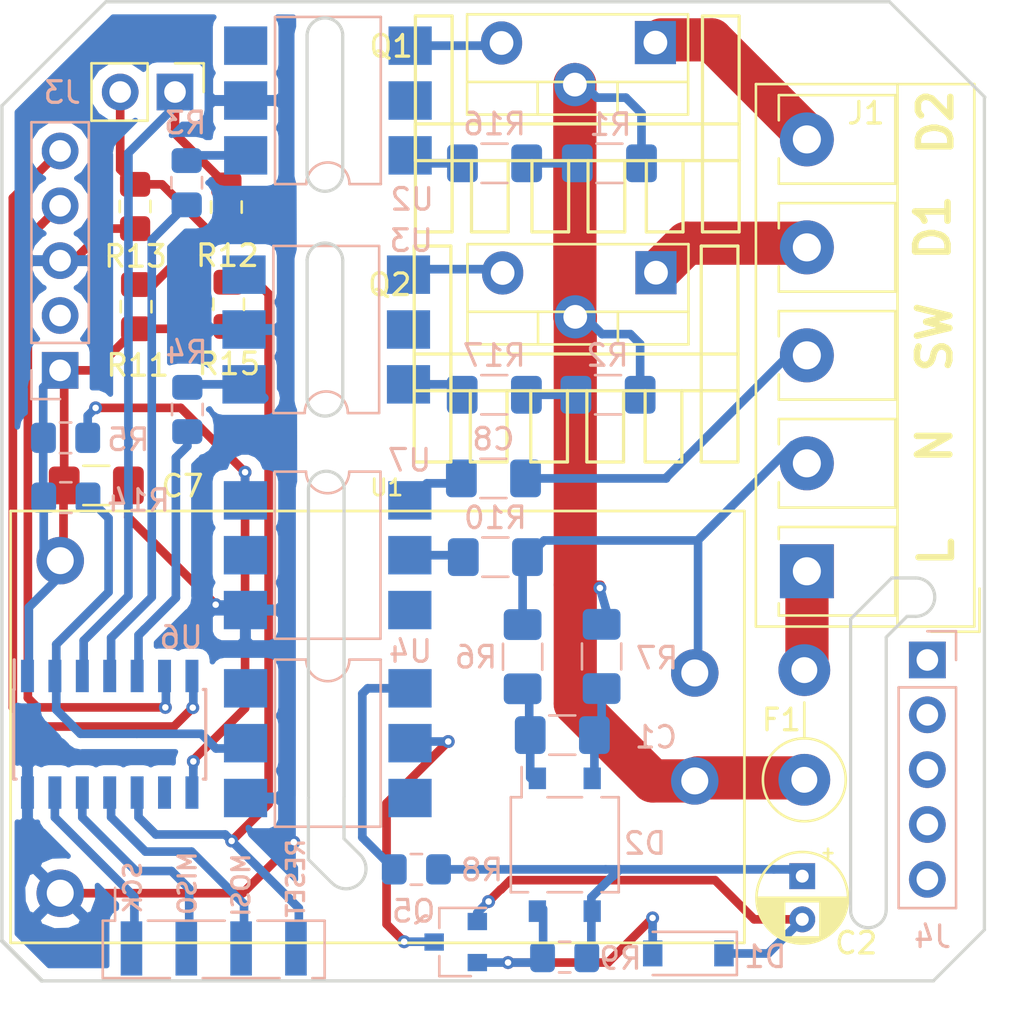
<source format=kicad_pcb>
(kicad_pcb (version 20171130) (host pcbnew 5.1.0)

  (general
    (thickness 1.6)
    (drawings 85)
    (tracks 267)
    (zones 0)
    (modules 40)
    (nets 38)
  )

  (page User 150.012 150.012)
  (title_block
    (title "RS485 Sensor Board")
    (date 2017-02-21)
    (rev V1.2)
    (company "Janco & Jacco")
  )

  (layers
    (0 F.Cu signal)
    (31 B.Cu signal)
    (32 B.Adhes user)
    (33 F.Adhes user)
    (34 B.Paste user hide)
    (35 F.Paste user hide)
    (36 B.SilkS user)
    (37 F.SilkS user)
    (38 B.Mask user)
    (39 F.Mask user)
    (40 Dwgs.User user hide)
    (41 Cmts.User user hide)
    (42 Eco1.User user hide)
    (43 Eco2.User user hide)
    (44 Edge.Cuts user)
    (45 Margin user hide)
    (46 B.CrtYd user)
    (47 F.CrtYd user)
    (48 B.Fab user hide)
    (49 F.Fab user hide)
  )

  (setup
    (last_trace_width 0.4)
    (user_trace_width 0.4)
    (user_trace_width 1)
    (user_trace_width 2)
    (trace_clearance 0.1)
    (zone_clearance 0.508)
    (zone_45_only yes)
    (trace_min 0.4)
    (via_size 0.6)
    (via_drill 0.3)
    (via_min_size 0.4)
    (via_min_drill 0.3)
    (uvia_size 0.3)
    (uvia_drill 0.1)
    (uvias_allowed no)
    (uvia_min_size 0.2)
    (uvia_min_drill 0.1)
    (edge_width 0.15)
    (segment_width 0.2)
    (pcb_text_width 0.3)
    (pcb_text_size 1.5 1.5)
    (mod_edge_width 0.15)
    (mod_text_size 1 1)
    (mod_text_width 0.15)
    (pad_size 2.51 1)
    (pad_drill 0)
    (pad_to_mask_clearance 0.2)
    (solder_mask_min_width 0.25)
    (aux_axis_origin 116.713 49.911)
    (grid_origin 54.483 49.6316)
    (visible_elements FFFDFF7F)
    (pcbplotparams
      (layerselection 0x3f0ff_80000001)
      (usegerberextensions false)
      (usegerberattributes false)
      (usegerberadvancedattributes false)
      (creategerberjobfile false)
      (excludeedgelayer true)
      (linewidth 0.100000)
      (plotframeref false)
      (viasonmask false)
      (mode 1)
      (useauxorigin false)
      (hpglpennumber 1)
      (hpglpenspeed 20)
      (hpglpendiameter 15.000000)
      (psnegative false)
      (psa4output false)
      (plotreference true)
      (plotvalue true)
      (plotinvisibletext false)
      (padsonsilk false)
      (subtractmaskfromsilk false)
      (outputformat 1)
      (mirror false)
      (drillshape 0)
      (scaleselection 1)
      (outputdirectory "outputv4/"))
  )

  (net 0 "")
  (net 1 GND)
  (net 2 "Net-(R1-Pad1)")
  (net 3 +3V3)
  (net 4 LINE)
  (net 5 NEUT)
  (net 6 "Net-(F1-Pad2)")
  (net 7 "Net-(Q1-Pad3)")
  (net 8 "Net-(Q2-Pad3)")
  (net 9 "Net-(R3-Pad2)")
  (net 10 "Net-(R4-Pad2)")
  (net 11 "Net-(C1-Pad1)")
  (net 12 "Net-(C1-Pad2)")
  (net 13 "Net-(C2-Pad1)")
  (net 14 "Net-(C2-Pad2)")
  (net 15 "Net-(D1-Pad2)")
  (net 16 "Net-(Q5-Pad3)")
  (net 17 "Net-(R8-Pad1)")
  (net 18 "Net-(R3-Pad1)")
  (net 19 "Net-(R4-Pad1)")
  (net 20 "Net-(R5-Pad2)")
  (net 21 "Net-(J2-Pad1)")
  (net 22 "Net-(J2-Pad2)")
  (net 23 "Net-(J3-Pad5)")
  (net 24 "Net-(J3-Pad4)")
  (net 25 "Net-(J5-Pad4)")
  (net 26 "Net-(J5-Pad3)")
  (net 27 "Net-(J5-Pad2)")
  (net 28 "Net-(J5-Pad1)")
  (net 29 "Net-(C8-Pad2)")
  (net 30 "Net-(R10-Pad2)")
  (net 31 "Net-(R14-Pad1)")
  (net 32 SW_1_LINE)
  (net 33 "Net-(J1-Pad5)")
  (net 34 "Net-(J1-Pad4)")
  (net 35 "Net-(R17-Pad1)")
  (net 36 "Net-(R16-Pad2)")
  (net 37 "Net-(R17-Pad2)")

  (net_class Default "Dit is de standaard class."
    (clearance 0.1)
    (trace_width 0.4)
    (via_dia 0.6)
    (via_drill 0.3)
    (uvia_dia 0.3)
    (uvia_drill 0.1)
    (diff_pair_width 0.4)
    (diff_pair_gap 0.25)
    (add_net "Net-(C1-Pad1)")
    (add_net "Net-(C1-Pad2)")
    (add_net "Net-(C2-Pad1)")
    (add_net "Net-(C2-Pad2)")
    (add_net "Net-(C8-Pad2)")
    (add_net "Net-(D1-Pad2)")
    (add_net "Net-(F1-Pad2)")
    (add_net "Net-(J1-Pad4)")
    (add_net "Net-(J1-Pad5)")
    (add_net "Net-(J2-Pad1)")
    (add_net "Net-(J2-Pad2)")
    (add_net "Net-(J3-Pad4)")
    (add_net "Net-(J3-Pad5)")
    (add_net "Net-(J5-Pad1)")
    (add_net "Net-(J5-Pad2)")
    (add_net "Net-(J5-Pad3)")
    (add_net "Net-(J5-Pad4)")
    (add_net "Net-(Q1-Pad3)")
    (add_net "Net-(Q2-Pad3)")
    (add_net "Net-(Q5-Pad3)")
    (add_net "Net-(R1-Pad1)")
    (add_net "Net-(R10-Pad2)")
    (add_net "Net-(R14-Pad1)")
    (add_net "Net-(R16-Pad2)")
    (add_net "Net-(R17-Pad1)")
    (add_net "Net-(R17-Pad2)")
    (add_net "Net-(R3-Pad1)")
    (add_net "Net-(R3-Pad2)")
    (add_net "Net-(R4-Pad1)")
    (add_net "Net-(R4-Pad2)")
    (add_net "Net-(R5-Pad2)")
    (add_net "Net-(R8-Pad1)")
    (add_net SW_1_LINE)
  )

  (net_class 230V ""
    (clearance 0.4)
    (trace_width 2)
    (via_dia 0.6)
    (via_drill 0.3)
    (uvia_dia 0.3)
    (uvia_drill 0.1)
    (diff_pair_width 2)
    (diff_pair_gap 0.25)
    (add_net LINE)
    (add_net NEUT)
  )

  (net_class 3.3V ""
    (clearance 0.2)
    (trace_width 0.4)
    (via_dia 0.6)
    (via_drill 0.3)
    (uvia_dia 0.3)
    (uvia_drill 0.1)
    (diff_pair_width 0.4)
    (diff_pair_gap 0.25)
    (add_net +3V3)
    (add_net GND)
  )

  (net_class csp ""
    (clearance 0.2)
    (trace_width 1)
    (via_dia 0.6)
    (via_drill 0.3)
    (uvia_dia 0.3)
    (uvia_drill 0.1)
    (diff_pair_width 1)
    (diff_pair_gap 0.25)
  )

  (module Package_DIP:SMDIP-6_W7.62mm (layer B.Cu) (tedit 5A02E8C5) (tstamp 5C295183)
    (at 43.5864 41.4655)
    (descr "6-lead surface-mounted (SMD) DIP package, row spacing 7.62 mm (300 mils)")
    (tags "SMD DIP DIL PDIP SMDIP 2.54mm 7.62mm 300mil")
    (path /5BFAF2AD)
    (attr smd)
    (fp_text reference U3 (at 3.93954 -4.11734) (layer B.SilkS)
      (effects (font (size 1 1) (thickness 0.15)) (justify mirror))
    )
    (fp_text value MOC3052 (at 0 -4.87) (layer B.Fab)
      (effects (font (size 1 1) (thickness 0.15)) (justify mirror))
    )
    (fp_text user %R (at 0 0) (layer B.Fab)
      (effects (font (size 1 1) (thickness 0.15)) (justify mirror))
    )
    (fp_line (start 5.1 4.1) (end -5.1 4.1) (layer B.CrtYd) (width 0.05))
    (fp_line (start 5.1 -4.1) (end 5.1 4.1) (layer B.CrtYd) (width 0.05))
    (fp_line (start -5.1 -4.1) (end 5.1 -4.1) (layer B.CrtYd) (width 0.05))
    (fp_line (start -5.1 4.1) (end -5.1 -4.1) (layer B.CrtYd) (width 0.05))
    (fp_line (start 2.45 3.87) (end 1 3.87) (layer B.SilkS) (width 0.12))
    (fp_line (start 2.45 -3.87) (end 2.45 3.87) (layer B.SilkS) (width 0.12))
    (fp_line (start -2.45 -3.87) (end 2.45 -3.87) (layer B.SilkS) (width 0.12))
    (fp_line (start -2.45 3.87) (end -2.45 -3.87) (layer B.SilkS) (width 0.12))
    (fp_line (start -1 3.87) (end -2.45 3.87) (layer B.SilkS) (width 0.12))
    (fp_line (start -3.175 2.81) (end -2.175 3.81) (layer B.Fab) (width 0.1))
    (fp_line (start -3.175 -3.81) (end -3.175 2.81) (layer B.Fab) (width 0.1))
    (fp_line (start 3.175 -3.81) (end -3.175 -3.81) (layer B.Fab) (width 0.1))
    (fp_line (start 3.175 3.81) (end 3.175 -3.81) (layer B.Fab) (width 0.1))
    (fp_line (start -2.175 3.81) (end 3.175 3.81) (layer B.Fab) (width 0.1))
    (fp_arc (start 0 3.87) (end -1 3.87) (angle 180) (layer B.SilkS) (width 0.12))
    (pad 6 smd rect (at 3.81 2.54) (size 2 1.78) (layers B.Cu B.Paste B.Mask)
      (net 37 "Net-(R17-Pad2)"))
    (pad 3 smd rect (at -3.81 -2.54) (size 2 1.78) (layers B.Cu B.Paste B.Mask))
    (pad 5 smd rect (at 3.81 0) (size 2 1.78) (layers B.Cu B.Paste B.Mask))
    (pad 2 smd rect (at -3.81 0) (size 2 1.78) (layers B.Cu B.Paste B.Mask)
      (net 1 GND))
    (pad 4 smd rect (at 3.81 -2.54) (size 2 1.78) (layers B.Cu B.Paste B.Mask)
      (net 8 "Net-(Q2-Pad3)"))
    (pad 1 smd rect (at -3.81 2.54) (size 2 1.78) (layers B.Cu B.Paste B.Mask)
      (net 10 "Net-(R4-Pad2)"))
    (model ${KISYS3DMOD}/Package_DIP.3dshapes/SMDIP-6_W7.62mm.wrl
      (at (xyz 0 0 0))
      (scale (xyz 1 1 1))
      (rotate (xyz 0 0 0))
    )
  )

  (module Capacitor_SMD:C_1206_3216Metric_Pad1.42x1.75mm_HandSolder (layer F.Cu) (tedit 5B301BBE) (tstamp 5C2959AB)
    (at 32.9311 48.68672 180)
    (descr "Capacitor SMD 1206 (3216 Metric), square (rectangular) end terminal, IPC_7351 nominal with elongated pad for handsoldering. (Body size source: http://www.tortai-tech.com/upload/download/2011102023233369053.pdf), generated with kicad-footprint-generator")
    (tags "capacitor handsolder")
    (path /5C0C060E)
    (attr smd)
    (fp_text reference C7 (at -3.99288 -0.03048 180) (layer F.SilkS)
      (effects (font (size 1 1) (thickness 0.15)))
    )
    (fp_text value 0.1uf (at 0 1.82 180) (layer F.Fab)
      (effects (font (size 1 1) (thickness 0.15)))
    )
    (fp_line (start -1.6 0.8) (end -1.6 -0.8) (layer F.Fab) (width 0.1))
    (fp_line (start -1.6 -0.8) (end 1.6 -0.8) (layer F.Fab) (width 0.1))
    (fp_line (start 1.6 -0.8) (end 1.6 0.8) (layer F.Fab) (width 0.1))
    (fp_line (start 1.6 0.8) (end -1.6 0.8) (layer F.Fab) (width 0.1))
    (fp_line (start -0.602064 -0.91) (end 0.602064 -0.91) (layer F.SilkS) (width 0.12))
    (fp_line (start -0.602064 0.91) (end 0.602064 0.91) (layer F.SilkS) (width 0.12))
    (fp_line (start -2.45 1.12) (end -2.45 -1.12) (layer F.CrtYd) (width 0.05))
    (fp_line (start -2.45 -1.12) (end 2.45 -1.12) (layer F.CrtYd) (width 0.05))
    (fp_line (start 2.45 -1.12) (end 2.45 1.12) (layer F.CrtYd) (width 0.05))
    (fp_line (start 2.45 1.12) (end -2.45 1.12) (layer F.CrtYd) (width 0.05))
    (fp_text user %R (at 0 0 180) (layer F.Fab)
      (effects (font (size 0.8 0.8) (thickness 0.12)))
    )
    (pad 1 smd roundrect (at -1.4875 0 180) (size 1.425 1.75) (layers F.Cu F.Paste F.Mask) (roundrect_rratio 0.175439)
      (net 1 GND))
    (pad 2 smd roundrect (at 1.4875 0 180) (size 1.425 1.75) (layers F.Cu F.Paste F.Mask) (roundrect_rratio 0.175439)
      (net 3 +3V3))
    (model ${KISYS3DMOD}/Capacitor_SMD.3dshapes/C_1206_3216Metric.wrl
      (at (xyz 0 0 0))
      (scale (xyz 1 1 1))
      (rotate (xyz 0 0 0))
    )
  )

  (module Resistor_SMD:R_1206_3216Metric_Pad1.42x1.75mm_HandSolder (layer B.Cu) (tedit 5B301BBD) (tstamp 5C295CE1)
    (at 52.68468 56.61914 90)
    (descr "Resistor SMD 1206 (3216 Metric), square (rectangular) end terminal, IPC_7351 nominal with elongated pad for handsoldering. (Body size source: http://www.tortai-tech.com/upload/download/2011102023233369053.pdf), generated with kicad-footprint-generator")
    (tags "resistor handsolder")
    (path /5BFB25DA)
    (attr smd)
    (fp_text reference R6 (at -0.02032 -2.16154 180) (layer B.SilkS)
      (effects (font (size 1 1) (thickness 0.15)) (justify mirror))
    )
    (fp_text value 220K (at 0 -1.82 90) (layer B.Fab)
      (effects (font (size 1 1) (thickness 0.15)) (justify mirror))
    )
    (fp_text user %R (at 0 0 90) (layer B.Fab)
      (effects (font (size 0.8 0.8) (thickness 0.12)) (justify mirror))
    )
    (fp_line (start 2.45 -1.12) (end -2.45 -1.12) (layer B.CrtYd) (width 0.05))
    (fp_line (start 2.45 1.12) (end 2.45 -1.12) (layer B.CrtYd) (width 0.05))
    (fp_line (start -2.45 1.12) (end 2.45 1.12) (layer B.CrtYd) (width 0.05))
    (fp_line (start -2.45 -1.12) (end -2.45 1.12) (layer B.CrtYd) (width 0.05))
    (fp_line (start -0.602064 -0.91) (end 0.602064 -0.91) (layer B.SilkS) (width 0.12))
    (fp_line (start -0.602064 0.91) (end 0.602064 0.91) (layer B.SilkS) (width 0.12))
    (fp_line (start 1.6 -0.8) (end -1.6 -0.8) (layer B.Fab) (width 0.1))
    (fp_line (start 1.6 0.8) (end 1.6 -0.8) (layer B.Fab) (width 0.1))
    (fp_line (start -1.6 0.8) (end 1.6 0.8) (layer B.Fab) (width 0.1))
    (fp_line (start -1.6 -0.8) (end -1.6 0.8) (layer B.Fab) (width 0.1))
    (pad 2 smd roundrect (at 1.4875 0 90) (size 1.425 1.75) (layers B.Cu B.Paste B.Mask) (roundrect_rratio 0.175439)
      (net 5 NEUT))
    (pad 1 smd roundrect (at -1.4875 0 90) (size 1.425 1.75) (layers B.Cu B.Paste B.Mask) (roundrect_rratio 0.175439)
      (net 11 "Net-(C1-Pad1)"))
    (model ${KISYS3DMOD}/Resistor_SMD.3dshapes/R_1206_3216Metric.wrl
      (at (xyz 0 0 0))
      (scale (xyz 1 1 1))
      (rotate (xyz 0 0 0))
    )
  )

  (module Package_TO_SOT_SMD:SOT-23 (layer B.Cu) (tedit 5A02FF57) (tstamp 5C2A2FC3)
    (at 49.58588 69.83222 180)
    (descr "SOT-23, Standard")
    (tags SOT-23)
    (path /5C02F97C)
    (attr smd)
    (fp_text reference Q5 (at 1.95072 1.42748 180) (layer B.SilkS)
      (effects (font (size 1 1) (thickness 0.15)) (justify mirror))
    )
    (fp_text value 2N3904 (at 0 -2.5 180) (layer B.Fab)
      (effects (font (size 1 1) (thickness 0.15)) (justify mirror))
    )
    (fp_text user %R (at 0 0 90) (layer B.Fab)
      (effects (font (size 0.5 0.5) (thickness 0.075)) (justify mirror))
    )
    (fp_line (start -0.7 0.95) (end -0.7 -1.5) (layer B.Fab) (width 0.1))
    (fp_line (start -0.15 1.52) (end 0.7 1.52) (layer B.Fab) (width 0.1))
    (fp_line (start -0.7 0.95) (end -0.15 1.52) (layer B.Fab) (width 0.1))
    (fp_line (start 0.7 1.52) (end 0.7 -1.52) (layer B.Fab) (width 0.1))
    (fp_line (start -0.7 -1.52) (end 0.7 -1.52) (layer B.Fab) (width 0.1))
    (fp_line (start 0.76 -1.58) (end 0.76 -0.65) (layer B.SilkS) (width 0.12))
    (fp_line (start 0.76 1.58) (end 0.76 0.65) (layer B.SilkS) (width 0.12))
    (fp_line (start -1.7 1.75) (end 1.7 1.75) (layer B.CrtYd) (width 0.05))
    (fp_line (start 1.7 1.75) (end 1.7 -1.75) (layer B.CrtYd) (width 0.05))
    (fp_line (start 1.7 -1.75) (end -1.7 -1.75) (layer B.CrtYd) (width 0.05))
    (fp_line (start -1.7 -1.75) (end -1.7 1.75) (layer B.CrtYd) (width 0.05))
    (fp_line (start 0.76 1.58) (end -1.4 1.58) (layer B.SilkS) (width 0.12))
    (fp_line (start 0.76 -1.58) (end -0.7 -1.58) (layer B.SilkS) (width 0.12))
    (pad 1 smd rect (at -1 0.95 180) (size 0.9 0.8) (layers B.Cu B.Paste B.Mask)
      (net 14 "Net-(C2-Pad2)"))
    (pad 2 smd rect (at -1 -0.95 180) (size 0.9 0.8) (layers B.Cu B.Paste B.Mask)
      (net 15 "Net-(D1-Pad2)"))
    (pad 3 smd rect (at 1 0 180) (size 0.9 0.8) (layers B.Cu B.Paste B.Mask)
      (net 16 "Net-(Q5-Pad3)"))
    (model ${KISYS3DMOD}/Package_TO_SOT_SMD.3dshapes/SOT-23.wrl
      (at (xyz 0 0 0))
      (scale (xyz 1 1 1))
      (rotate (xyz 0 0 0))
    )
  )

  (module Resistor_SMD:R_1206_3216Metric_Pad1.42x1.75mm_HandSolder (layer B.Cu) (tedit 5C28FAFF) (tstamp 5C295201)
    (at 51.3715 44.4881 180)
    (descr "Resistor SMD 1206 (3216 Metric), square (rectangular) end terminal, IPC_7351 nominal with elongated pad for handsoldering. (Body size source: http://www.tortai-tech.com/upload/download/2011102023233369053.pdf), generated with kicad-footprint-generator")
    (tags "resistor handsolder")
    (path /5C2A28B1)
    (attr smd)
    (fp_text reference R17 (at 0 1.82 180) (layer B.SilkS)
      (effects (font (size 1 1) (thickness 0.15)) (justify mirror))
    )
    (fp_text value 360 (at 0 -1.82 180) (layer B.Fab)
      (effects (font (size 1 1) (thickness 0.15)) (justify mirror))
    )
    (fp_line (start -1.6 -0.8) (end -1.6 0.8) (layer B.Fab) (width 0.1))
    (fp_line (start -1.6 0.8) (end 1.6 0.8) (layer B.Fab) (width 0.1))
    (fp_line (start 1.6 0.8) (end 1.6 -0.8) (layer B.Fab) (width 0.1))
    (fp_line (start 1.6 -0.8) (end -1.6 -0.8) (layer B.Fab) (width 0.1))
    (fp_line (start -0.602064 0.91) (end 0.602064 0.91) (layer B.SilkS) (width 0.12))
    (fp_line (start -0.602064 -0.91) (end 0.602064 -0.91) (layer B.SilkS) (width 0.12))
    (fp_line (start -2.45 -1.12) (end -2.45 1.12) (layer B.CrtYd) (width 0.05))
    (fp_line (start -2.45 1.12) (end 2.45 1.12) (layer B.CrtYd) (width 0.05))
    (fp_line (start 2.45 1.12) (end 2.45 -1.12) (layer B.CrtYd) (width 0.05))
    (fp_line (start 2.45 -1.12) (end -2.45 -1.12) (layer B.CrtYd) (width 0.05))
    (fp_text user %R (at 0 0 180) (layer B.Fab)
      (effects (font (size 0.8 0.8) (thickness 0.12)) (justify mirror))
    )
    (pad 1 smd roundrect (at -1.4875 0 180) (size 1.425 1.75) (layers B.Cu B.Paste B.Mask) (roundrect_rratio 0.175439)
      (net 35 "Net-(R17-Pad1)"))
    (pad 2 smd roundrect (at 1.4875 0 180) (size 1.425 1.75) (layers B.Cu B.Paste B.Mask) (roundrect_rratio 0.175439)
      (net 37 "Net-(R17-Pad2)"))
    (model ${KISYS3DMOD}/Resistor_SMD.3dshapes/R_1206_3216Metric.wrl
      (at (xyz 0 0 0))
      (scale (xyz 1 1 1))
      (rotate (xyz 0 0 0))
    )
  )

  (module Resistor_SMD:R_0805_2012Metric_Pad1.15x1.40mm_HandSolder (layer B.Cu) (tedit 5B36C52B) (tstamp 5C29590F)
    (at 37.11956 34.66846 90)
    (descr "Resistor SMD 0805 (2012 Metric), square (rectangular) end terminal, IPC_7351 nominal with elongated pad for handsoldering. (Body size source: https://docs.google.com/spreadsheets/d/1BsfQQcO9C6DZCsRaXUlFlo91Tg2WpOkGARC1WS5S8t0/edit?usp=sharing), generated with kicad-footprint-generator")
    (tags "resistor handsolder")
    (path /5BFAEEBD)
    (attr smd)
    (fp_text reference R3 (at 2.7686 -0.0635 180) (layer B.SilkS)
      (effects (font (size 1 1) (thickness 0.15)) (justify mirror))
    )
    (fp_text value 100 (at 0 -1.65 90) (layer B.Fab)
      (effects (font (size 1 1) (thickness 0.15)) (justify mirror))
    )
    (fp_line (start -1 -0.6) (end -1 0.6) (layer B.Fab) (width 0.1))
    (fp_line (start -1 0.6) (end 1 0.6) (layer B.Fab) (width 0.1))
    (fp_line (start 1 0.6) (end 1 -0.6) (layer B.Fab) (width 0.1))
    (fp_line (start 1 -0.6) (end -1 -0.6) (layer B.Fab) (width 0.1))
    (fp_line (start -0.261252 0.71) (end 0.261252 0.71) (layer B.SilkS) (width 0.12))
    (fp_line (start -0.261252 -0.71) (end 0.261252 -0.71) (layer B.SilkS) (width 0.12))
    (fp_line (start -1.85 -0.95) (end -1.85 0.95) (layer B.CrtYd) (width 0.05))
    (fp_line (start -1.85 0.95) (end 1.85 0.95) (layer B.CrtYd) (width 0.05))
    (fp_line (start 1.85 0.95) (end 1.85 -0.95) (layer B.CrtYd) (width 0.05))
    (fp_line (start 1.85 -0.95) (end -1.85 -0.95) (layer B.CrtYd) (width 0.05))
    (fp_text user %R (at 0 0 90) (layer B.Fab)
      (effects (font (size 0.5 0.5) (thickness 0.08)) (justify mirror))
    )
    (pad 1 smd roundrect (at -1.025 0 90) (size 1.15 1.4) (layers B.Cu B.Paste B.Mask) (roundrect_rratio 0.217391)
      (net 18 "Net-(R3-Pad1)"))
    (pad 2 smd roundrect (at 1.025 0 90) (size 1.15 1.4) (layers B.Cu B.Paste B.Mask) (roundrect_rratio 0.217391)
      (net 9 "Net-(R3-Pad2)"))
    (model ${KISYS3DMOD}/Resistor_SMD.3dshapes/R_0805_2012Metric.wrl
      (at (xyz 0 0 0))
      (scale (xyz 1 1 1))
      (rotate (xyz 0 0 0))
    )
  )

  (module Capacitor_SMD:C_1206_3216Metric_Pad1.42x1.75mm_HandSolder (layer B.Cu) (tedit 5B301BBE) (tstamp 5C29504B)
    (at 51.3334 48.3616 180)
    (descr "Capacitor SMD 1206 (3216 Metric), square (rectangular) end terminal, IPC_7351 nominal with elongated pad for handsoldering. (Body size source: http://www.tortai-tech.com/upload/download/2011102023233369053.pdf), generated with kicad-footprint-generator")
    (tags "capacitor handsolder")
    (path /5C2061AB)
    (attr smd)
    (fp_text reference C8 (at 0 1.82 180) (layer B.SilkS)
      (effects (font (size 1 1) (thickness 0.15)) (justify mirror))
    )
    (fp_text value 100nF (at 0 -1.82 180) (layer B.Fab)
      (effects (font (size 1 1) (thickness 0.15)) (justify mirror))
    )
    (fp_text user %R (at 0 0 180) (layer B.Fab)
      (effects (font (size 0.8 0.8) (thickness 0.12)) (justify mirror))
    )
    (fp_line (start 2.45 -1.12) (end -2.45 -1.12) (layer B.CrtYd) (width 0.05))
    (fp_line (start 2.45 1.12) (end 2.45 -1.12) (layer B.CrtYd) (width 0.05))
    (fp_line (start -2.45 1.12) (end 2.45 1.12) (layer B.CrtYd) (width 0.05))
    (fp_line (start -2.45 -1.12) (end -2.45 1.12) (layer B.CrtYd) (width 0.05))
    (fp_line (start -0.602064 -0.91) (end 0.602064 -0.91) (layer B.SilkS) (width 0.12))
    (fp_line (start -0.602064 0.91) (end 0.602064 0.91) (layer B.SilkS) (width 0.12))
    (fp_line (start 1.6 -0.8) (end -1.6 -0.8) (layer B.Fab) (width 0.1))
    (fp_line (start 1.6 0.8) (end 1.6 -0.8) (layer B.Fab) (width 0.1))
    (fp_line (start -1.6 0.8) (end 1.6 0.8) (layer B.Fab) (width 0.1))
    (fp_line (start -1.6 -0.8) (end -1.6 0.8) (layer B.Fab) (width 0.1))
    (pad 2 smd roundrect (at 1.4875 0 180) (size 1.425 1.75) (layers B.Cu B.Paste B.Mask) (roundrect_rratio 0.175439)
      (net 29 "Net-(C8-Pad2)"))
    (pad 1 smd roundrect (at -1.4875 0 180) (size 1.425 1.75) (layers B.Cu B.Paste B.Mask) (roundrect_rratio 0.175439)
      (net 32 SW_1_LINE))
    (model ${KISYS3DMOD}/Capacitor_SMD.3dshapes/C_1206_3216Metric.wrl
      (at (xyz 0 0 0))
      (scale (xyz 1 1 1))
      (rotate (xyz 0 0 0))
    )
  )

  (module Connector_PinHeader_2.54mm:PinHeader_1x04_P2.54mm_Vertical_SMD_Pin1Left locked (layer B.Cu) (tedit 5C1E66EF) (tstamp 5C294FEF)
    (at 38.37178 70.17258 270)
    (descr "surface-mounted straight pin header, 1x04, 2.54mm pitch, single row, style 1 (pin 1 left)")
    (tags "Surface mounted pin header SMD 1x04 2.54mm single row style1 pin1 left")
    (path /5C1BB761)
    (attr smd)
    (fp_text reference J5 (at 0 6.14 270) (layer B.SilkS) hide
      (effects (font (size 1 1) (thickness 0.15)) (justify mirror))
    )
    (fp_text value "Programm header" (at 0 -6.14 270) (layer B.Fab)
      (effects (font (size 1 1) (thickness 0.15)) (justify mirror))
    )
    (fp_text user %R (at 0 0 180) (layer B.Fab)
      (effects (font (size 1 1) (thickness 0.15)) (justify mirror))
    )
    (fp_line (start 3.45 5.6) (end -3.45 5.6) (layer B.CrtYd) (width 0.05))
    (fp_line (start 3.45 -5.6) (end 3.45 5.6) (layer B.CrtYd) (width 0.05))
    (fp_line (start -3.45 -5.6) (end 3.45 -5.6) (layer B.CrtYd) (width 0.05))
    (fp_line (start -3.45 5.6) (end -3.45 -5.6) (layer B.CrtYd) (width 0.05))
    (fp_line (start -1.33 -2.03) (end -1.33 -5.14) (layer B.SilkS) (width 0.12))
    (fp_line (start -1.33 3.05) (end -1.33 -0.51) (layer B.SilkS) (width 0.12))
    (fp_line (start 1.33 0.51) (end 1.33 -3.05) (layer B.SilkS) (width 0.12))
    (fp_line (start 1.33 -4.57) (end 1.33 -5.14) (layer B.SilkS) (width 0.12))
    (fp_line (start -1.33 5.14) (end -1.33 4.57) (layer B.SilkS) (width 0.12))
    (fp_line (start -1.33 4.57) (end -2.85 4.57) (layer B.SilkS) (width 0.12))
    (fp_line (start 1.33 5.14) (end 1.33 2.03) (layer B.SilkS) (width 0.12))
    (fp_line (start -1.33 -5.14) (end 1.33 -5.14) (layer B.SilkS) (width 0.12))
    (fp_line (start -1.33 5.14) (end 1.33 5.14) (layer B.SilkS) (width 0.12))
    (fp_line (start 2.54 -4.13) (end 1.27 -4.13) (layer B.Fab) (width 0.1))
    (fp_line (start 2.54 -3.49) (end 2.54 -4.13) (layer B.Fab) (width 0.1))
    (fp_line (start 1.27 -3.49) (end 2.54 -3.49) (layer B.Fab) (width 0.1))
    (fp_line (start 2.54 0.95) (end 1.27 0.95) (layer B.Fab) (width 0.1))
    (fp_line (start 2.54 1.59) (end 2.54 0.95) (layer B.Fab) (width 0.1))
    (fp_line (start 1.27 1.59) (end 2.54 1.59) (layer B.Fab) (width 0.1))
    (fp_line (start -2.54 -1.59) (end -1.27 -1.59) (layer B.Fab) (width 0.1))
    (fp_line (start -2.54 -0.95) (end -2.54 -1.59) (layer B.Fab) (width 0.1))
    (fp_line (start -1.27 -0.95) (end -2.54 -0.95) (layer B.Fab) (width 0.1))
    (fp_line (start -2.54 3.49) (end -1.27 3.49) (layer B.Fab) (width 0.1))
    (fp_line (start -2.54 4.13) (end -2.54 3.49) (layer B.Fab) (width 0.1))
    (fp_line (start -1.27 4.13) (end -2.54 4.13) (layer B.Fab) (width 0.1))
    (fp_line (start 1.27 5.08) (end 1.27 -5.08) (layer B.Fab) (width 0.1))
    (fp_line (start -1.27 4.13) (end -0.32 5.08) (layer B.Fab) (width 0.1))
    (fp_line (start -1.27 -5.08) (end -1.27 4.13) (layer B.Fab) (width 0.1))
    (fp_line (start -0.32 5.08) (end 1.27 5.08) (layer B.Fab) (width 0.1))
    (fp_line (start 1.27 -5.08) (end -1.27 -5.08) (layer B.Fab) (width 0.1))
    (pad 4 smd rect (at -0.0436 -3.81 270) (size 2.51 1) (layers B.Cu B.Paste B.Mask)
      (net 25 "Net-(J5-Pad4)"))
    (pad 2 smd rect (at -0.0436 1.27 270) (size 2.51 1) (layers B.Cu B.Paste B.Mask)
      (net 27 "Net-(J5-Pad2)"))
    (pad 3 smd rect (at -0.0436 -1.27 270) (size 2.51 1) (layers B.Cu B.Paste B.Mask)
      (net 26 "Net-(J5-Pad3)"))
    (pad 1 smd rect (at -0.0436 3.81 270) (size 2.51 1) (layers B.Cu B.Paste B.Mask)
      (net 28 "Net-(J5-Pad1)"))
  )

  (module Resistor_SMD:R_1206_3216Metric_Pad1.42x1.75mm_HandSolder (layer B.Cu) (tedit 5B301BBD) (tstamp 5C295C78)
    (at 56.642 44.4881)
    (descr "Resistor SMD 1206 (3216 Metric), square (rectangular) end terminal, IPC_7351 nominal with elongated pad for handsoldering. (Body size source: http://www.tortai-tech.com/upload/download/2011102023233369053.pdf), generated with kicad-footprint-generator")
    (tags "resistor handsolder")
    (path /5BFAF2A6)
    (attr smd)
    (fp_text reference R2 (at -0.0254 -1.82372) (layer B.SilkS)
      (effects (font (size 1 1) (thickness 0.15)) (justify mirror))
    )
    (fp_text value 360 (at 0 -1.82) (layer B.Fab)
      (effects (font (size 1 1) (thickness 0.15)) (justify mirror))
    )
    (fp_text user %R (at 0 0) (layer B.Fab)
      (effects (font (size 0.8 0.8) (thickness 0.12)) (justify mirror))
    )
    (fp_line (start 2.45 -1.12) (end -2.45 -1.12) (layer B.CrtYd) (width 0.05))
    (fp_line (start 2.45 1.12) (end 2.45 -1.12) (layer B.CrtYd) (width 0.05))
    (fp_line (start -2.45 1.12) (end 2.45 1.12) (layer B.CrtYd) (width 0.05))
    (fp_line (start -2.45 -1.12) (end -2.45 1.12) (layer B.CrtYd) (width 0.05))
    (fp_line (start -0.602064 -0.91) (end 0.602064 -0.91) (layer B.SilkS) (width 0.12))
    (fp_line (start -0.602064 0.91) (end 0.602064 0.91) (layer B.SilkS) (width 0.12))
    (fp_line (start 1.6 -0.8) (end -1.6 -0.8) (layer B.Fab) (width 0.1))
    (fp_line (start 1.6 0.8) (end 1.6 -0.8) (layer B.Fab) (width 0.1))
    (fp_line (start -1.6 0.8) (end 1.6 0.8) (layer B.Fab) (width 0.1))
    (fp_line (start -1.6 -0.8) (end -1.6 0.8) (layer B.Fab) (width 0.1))
    (pad 2 smd roundrect (at 1.4875 0) (size 1.425 1.75) (layers B.Cu B.Paste B.Mask) (roundrect_rratio 0.175439)
      (net 4 LINE))
    (pad 1 smd roundrect (at -1.4875 0) (size 1.425 1.75) (layers B.Cu B.Paste B.Mask) (roundrect_rratio 0.175439)
      (net 35 "Net-(R17-Pad1)"))
    (model ${KISYS3DMOD}/Resistor_SMD.3dshapes/R_1206_3216Metric.wrl
      (at (xyz 0 0 0))
      (scale (xyz 1 1 1))
      (rotate (xyz 0 0 0))
    )
  )

  (module Resistor_SMD:R_1206_3216Metric_Pad1.42x1.75mm_HandSolder (layer B.Cu) (tedit 5C28FAF8) (tstamp 5C295CA8)
    (at 51.3842 33.7693 180)
    (descr "Resistor SMD 1206 (3216 Metric), square (rectangular) end terminal, IPC_7351 nominal with elongated pad for handsoldering. (Body size source: http://www.tortai-tech.com/upload/download/2011102023233369053.pdf), generated with kicad-footprint-generator")
    (tags "resistor handsolder")
    (path /5C29A664)
    (attr smd)
    (fp_text reference R16 (at 0 1.82 180) (layer B.SilkS)
      (effects (font (size 1 1) (thickness 0.15)) (justify mirror))
    )
    (fp_text value 180 (at 0 -1.82 180) (layer B.Fab)
      (effects (font (size 1 1) (thickness 0.15)) (justify mirror))
    )
    (fp_text user %R (at 0 0 180) (layer B.Fab)
      (effects (font (size 0.8 0.8) (thickness 0.12)) (justify mirror))
    )
    (fp_line (start 2.45 -1.12) (end -2.45 -1.12) (layer B.CrtYd) (width 0.05))
    (fp_line (start 2.45 1.12) (end 2.45 -1.12) (layer B.CrtYd) (width 0.05))
    (fp_line (start -2.45 1.12) (end 2.45 1.12) (layer B.CrtYd) (width 0.05))
    (fp_line (start -2.45 -1.12) (end -2.45 1.12) (layer B.CrtYd) (width 0.05))
    (fp_line (start -0.602064 -0.91) (end 0.602064 -0.91) (layer B.SilkS) (width 0.12))
    (fp_line (start -0.602064 0.91) (end 0.602064 0.91) (layer B.SilkS) (width 0.12))
    (fp_line (start 1.6 -0.8) (end -1.6 -0.8) (layer B.Fab) (width 0.1))
    (fp_line (start 1.6 0.8) (end 1.6 -0.8) (layer B.Fab) (width 0.1))
    (fp_line (start -1.6 0.8) (end 1.6 0.8) (layer B.Fab) (width 0.1))
    (fp_line (start -1.6 -0.8) (end -1.6 0.8) (layer B.Fab) (width 0.1))
    (pad 2 smd roundrect (at 1.4875 0 180) (size 1.425 1.75) (layers B.Cu B.Paste B.Mask) (roundrect_rratio 0.175439)
      (net 36 "Net-(R16-Pad2)"))
    (pad 1 smd roundrect (at -1.4875 0 180) (size 1.425 1.75) (layers B.Cu B.Paste B.Mask) (roundrect_rratio 0.175439)
      (net 2 "Net-(R1-Pad1)"))
    (model ${KISYS3DMOD}/Resistor_SMD.3dshapes/R_1206_3216Metric.wrl
      (at (xyz 0 0 0))
      (scale (xyz 1 1 1))
      (rotate (xyz 0 0 0))
    )
  )

  (module Resistor_SMD:R_1206_3216Metric_Pad1.42x1.75mm_HandSolder (layer B.Cu) (tedit 5B301BBD) (tstamp 5C295D11)
    (at 56.7055 33.7693)
    (descr "Resistor SMD 1206 (3216 Metric), square (rectangular) end terminal, IPC_7351 nominal with elongated pad for handsoldering. (Body size source: http://www.tortai-tech.com/upload/download/2011102023233369053.pdf), generated with kicad-footprint-generator")
    (tags "resistor handsolder")
    (path /5BFAE8F2)
    (attr smd)
    (fp_text reference R1 (at 0.04572 -1.79324) (layer B.SilkS)
      (effects (font (size 1 1) (thickness 0.15)) (justify mirror))
    )
    (fp_text value 180 (at 0 -1.82) (layer B.Fab)
      (effects (font (size 1 1) (thickness 0.15)) (justify mirror))
    )
    (fp_text user %R (at 0 0) (layer B.Fab)
      (effects (font (size 0.8 0.8) (thickness 0.12)) (justify mirror))
    )
    (fp_line (start 2.45 -1.12) (end -2.45 -1.12) (layer B.CrtYd) (width 0.05))
    (fp_line (start 2.45 1.12) (end 2.45 -1.12) (layer B.CrtYd) (width 0.05))
    (fp_line (start -2.45 1.12) (end 2.45 1.12) (layer B.CrtYd) (width 0.05))
    (fp_line (start -2.45 -1.12) (end -2.45 1.12) (layer B.CrtYd) (width 0.05))
    (fp_line (start -0.602064 -0.91) (end 0.602064 -0.91) (layer B.SilkS) (width 0.12))
    (fp_line (start -0.602064 0.91) (end 0.602064 0.91) (layer B.SilkS) (width 0.12))
    (fp_line (start 1.6 -0.8) (end -1.6 -0.8) (layer B.Fab) (width 0.1))
    (fp_line (start 1.6 0.8) (end 1.6 -0.8) (layer B.Fab) (width 0.1))
    (fp_line (start -1.6 0.8) (end 1.6 0.8) (layer B.Fab) (width 0.1))
    (fp_line (start -1.6 -0.8) (end -1.6 0.8) (layer B.Fab) (width 0.1))
    (pad 2 smd roundrect (at 1.4875 0) (size 1.425 1.75) (layers B.Cu B.Paste B.Mask) (roundrect_rratio 0.175439)
      (net 4 LINE))
    (pad 1 smd roundrect (at -1.4875 0) (size 1.425 1.75) (layers B.Cu B.Paste B.Mask) (roundrect_rratio 0.175439)
      (net 2 "Net-(R1-Pad1)"))
    (model ${KISYS3DMOD}/Resistor_SMD.3dshapes/R_1206_3216Metric.wrl
      (at (xyz 0 0 0))
      (scale (xyz 1 1 1))
      (rotate (xyz 0 0 0))
    )
  )

  (module Resistor_SMD:R_1206_3216Metric_Pad1.42x1.75mm_HandSolder (layer B.Cu) (tedit 5B301BBD) (tstamp 5C29593F)
    (at 51.4223 52.0065 180)
    (descr "Resistor SMD 1206 (3216 Metric), square (rectangular) end terminal, IPC_7351 nominal with elongated pad for handsoldering. (Body size source: http://www.tortai-tech.com/upload/download/2011102023233369053.pdf), generated with kicad-footprint-generator")
    (tags "resistor handsolder")
    (path /5C210EBE)
    (attr smd)
    (fp_text reference R10 (at 0 1.82 180) (layer B.SilkS)
      (effects (font (size 1 1) (thickness 0.15)) (justify mirror))
    )
    (fp_text value 1K (at 0 -1.82 180) (layer B.Fab)
      (effects (font (size 1 1) (thickness 0.15)) (justify mirror))
    )
    (fp_text user %R (at 0 0 180) (layer B.Fab)
      (effects (font (size 0.8 0.8) (thickness 0.12)) (justify mirror))
    )
    (fp_line (start 2.45 -1.12) (end -2.45 -1.12) (layer B.CrtYd) (width 0.05))
    (fp_line (start 2.45 1.12) (end 2.45 -1.12) (layer B.CrtYd) (width 0.05))
    (fp_line (start -2.45 1.12) (end 2.45 1.12) (layer B.CrtYd) (width 0.05))
    (fp_line (start -2.45 -1.12) (end -2.45 1.12) (layer B.CrtYd) (width 0.05))
    (fp_line (start -0.602064 -0.91) (end 0.602064 -0.91) (layer B.SilkS) (width 0.12))
    (fp_line (start -0.602064 0.91) (end 0.602064 0.91) (layer B.SilkS) (width 0.12))
    (fp_line (start 1.6 -0.8) (end -1.6 -0.8) (layer B.Fab) (width 0.1))
    (fp_line (start 1.6 0.8) (end 1.6 -0.8) (layer B.Fab) (width 0.1))
    (fp_line (start -1.6 0.8) (end 1.6 0.8) (layer B.Fab) (width 0.1))
    (fp_line (start -1.6 -0.8) (end -1.6 0.8) (layer B.Fab) (width 0.1))
    (pad 2 smd roundrect (at 1.4875 0 180) (size 1.425 1.75) (layers B.Cu B.Paste B.Mask) (roundrect_rratio 0.175439)
      (net 30 "Net-(R10-Pad2)"))
    (pad 1 smd roundrect (at -1.4875 0 180) (size 1.425 1.75) (layers B.Cu B.Paste B.Mask) (roundrect_rratio 0.175439)
      (net 5 NEUT))
    (model ${KISYS3DMOD}/Resistor_SMD.3dshapes/R_1206_3216Metric.wrl
      (at (xyz 0 0 0))
      (scale (xyz 1 1 1))
      (rotate (xyz 0 0 0))
    )
  )

  (module Resistor_SMD:R_1206_3216Metric_Pad1.42x1.75mm_HandSolder (layer B.Cu) (tedit 5B301BBD) (tstamp 5C2A89E1)
    (at 56.34482 56.60644 90)
    (descr "Resistor SMD 1206 (3216 Metric), square (rectangular) end terminal, IPC_7351 nominal with elongated pad for handsoldering. (Body size source: http://www.tortai-tech.com/upload/download/2011102023233369053.pdf), generated with kicad-footprint-generator")
    (tags "resistor handsolder")
    (path /5C0267BE)
    (attr smd)
    (fp_text reference R7 (at -0.07874 2.56794 180) (layer B.SilkS)
      (effects (font (size 1 1) (thickness 0.15)) (justify mirror))
    )
    (fp_text value 220K (at 0 -1.82 90) (layer B.Fab)
      (effects (font (size 1 1) (thickness 0.15)) (justify mirror))
    )
    (fp_text user %R (at 0 0 90) (layer B.Fab)
      (effects (font (size 0.8 0.8) (thickness 0.12)) (justify mirror))
    )
    (fp_line (start 2.45 -1.12) (end -2.45 -1.12) (layer B.CrtYd) (width 0.05))
    (fp_line (start 2.45 1.12) (end 2.45 -1.12) (layer B.CrtYd) (width 0.05))
    (fp_line (start -2.45 1.12) (end 2.45 1.12) (layer B.CrtYd) (width 0.05))
    (fp_line (start -2.45 -1.12) (end -2.45 1.12) (layer B.CrtYd) (width 0.05))
    (fp_line (start -0.602064 -0.91) (end 0.602064 -0.91) (layer B.SilkS) (width 0.12))
    (fp_line (start -0.602064 0.91) (end 0.602064 0.91) (layer B.SilkS) (width 0.12))
    (fp_line (start 1.6 -0.8) (end -1.6 -0.8) (layer B.Fab) (width 0.1))
    (fp_line (start 1.6 0.8) (end 1.6 -0.8) (layer B.Fab) (width 0.1))
    (fp_line (start -1.6 0.8) (end 1.6 0.8) (layer B.Fab) (width 0.1))
    (fp_line (start -1.6 -0.8) (end -1.6 0.8) (layer B.Fab) (width 0.1))
    (pad 2 smd roundrect (at 1.4875 0 90) (size 1.425 1.75) (layers B.Cu B.Paste B.Mask) (roundrect_rratio 0.175439)
      (net 4 LINE))
    (pad 1 smd roundrect (at -1.4875 0 90) (size 1.425 1.75) (layers B.Cu B.Paste B.Mask) (roundrect_rratio 0.175439)
      (net 12 "Net-(C1-Pad2)"))
    (model ${KISYS3DMOD}/Resistor_SMD.3dshapes/R_1206_3216Metric.wrl
      (at (xyz 0 0 0))
      (scale (xyz 1 1 1))
      (rotate (xyz 0 0 0))
    )
  )

  (module Resistor_SMD:R_0805_2012Metric_Pad1.15x1.40mm_HandSolder (layer B.Cu) (tedit 5B36C52B) (tstamp 5C2955AC)
    (at 31.5087 46.482 180)
    (descr "Resistor SMD 0805 (2012 Metric), square (rectangular) end terminal, IPC_7351 nominal with elongated pad for handsoldering. (Body size source: https://docs.google.com/spreadsheets/d/1BsfQQcO9C6DZCsRaXUlFlo91Tg2WpOkGARC1WS5S8t0/edit?usp=sharing), generated with kicad-footprint-generator")
    (tags "resistor handsolder")
    (path /5C217343)
    (attr smd)
    (fp_text reference R14 (at -3.3782 -2.90322 180) (layer B.SilkS)
      (effects (font (size 1 1) (thickness 0.15)) (justify mirror))
    )
    (fp_text value 10K (at 0 -1.65 180) (layer B.Fab)
      (effects (font (size 1 1) (thickness 0.15)) (justify mirror))
    )
    (fp_line (start -1 -0.6) (end -1 0.6) (layer B.Fab) (width 0.1))
    (fp_line (start -1 0.6) (end 1 0.6) (layer B.Fab) (width 0.1))
    (fp_line (start 1 0.6) (end 1 -0.6) (layer B.Fab) (width 0.1))
    (fp_line (start 1 -0.6) (end -1 -0.6) (layer B.Fab) (width 0.1))
    (fp_line (start -0.261252 0.71) (end 0.261252 0.71) (layer B.SilkS) (width 0.12))
    (fp_line (start -0.261252 -0.71) (end 0.261252 -0.71) (layer B.SilkS) (width 0.12))
    (fp_line (start -1.85 -0.95) (end -1.85 0.95) (layer B.CrtYd) (width 0.05))
    (fp_line (start -1.85 0.95) (end 1.85 0.95) (layer B.CrtYd) (width 0.05))
    (fp_line (start 1.85 0.95) (end 1.85 -0.95) (layer B.CrtYd) (width 0.05))
    (fp_line (start 1.85 -0.95) (end -1.85 -0.95) (layer B.CrtYd) (width 0.05))
    (fp_text user %R (at 0 0 180) (layer B.Fab)
      (effects (font (size 0.5 0.5) (thickness 0.08)) (justify mirror))
    )
    (pad 1 smd roundrect (at -1.025 0 180) (size 1.15 1.4) (layers B.Cu B.Paste B.Mask) (roundrect_rratio 0.217391)
      (net 31 "Net-(R14-Pad1)"))
    (pad 2 smd roundrect (at 1.025 0 180) (size 1.15 1.4) (layers B.Cu B.Paste B.Mask) (roundrect_rratio 0.217391)
      (net 3 +3V3))
    (model ${KISYS3DMOD}/Resistor_SMD.3dshapes/R_0805_2012Metric.wrl
      (at (xyz 0 0 0))
      (scale (xyz 1 1 1))
      (rotate (xyz 0 0 0))
    )
  )

  (module Resistor_SMD:R_0805_2012Metric_Pad1.15x1.40mm_HandSolder (layer B.Cu) (tedit 5B36C52B) (tstamp 5C294EDD)
    (at 47.76216 66.46672)
    (descr "Resistor SMD 0805 (2012 Metric), square (rectangular) end terminal, IPC_7351 nominal with elongated pad for handsoldering. (Body size source: https://docs.google.com/spreadsheets/d/1BsfQQcO9C6DZCsRaXUlFlo91Tg2WpOkGARC1WS5S8t0/edit?usp=sharing), generated with kicad-footprint-generator")
    (tags "resistor handsolder")
    (path /5C0327C4)
    (attr smd)
    (fp_text reference R8 (at 3.04292 0.02794) (layer B.SilkS)
      (effects (font (size 1 1) (thickness 0.15)) (justify mirror))
    )
    (fp_text value 1K (at 0 -1.65) (layer B.Fab)
      (effects (font (size 1 1) (thickness 0.15)) (justify mirror))
    )
    (fp_line (start -1 -0.6) (end -1 0.6) (layer B.Fab) (width 0.1))
    (fp_line (start -1 0.6) (end 1 0.6) (layer B.Fab) (width 0.1))
    (fp_line (start 1 0.6) (end 1 -0.6) (layer B.Fab) (width 0.1))
    (fp_line (start 1 -0.6) (end -1 -0.6) (layer B.Fab) (width 0.1))
    (fp_line (start -0.261252 0.71) (end 0.261252 0.71) (layer B.SilkS) (width 0.12))
    (fp_line (start -0.261252 -0.71) (end 0.261252 -0.71) (layer B.SilkS) (width 0.12))
    (fp_line (start -1.85 -0.95) (end -1.85 0.95) (layer B.CrtYd) (width 0.05))
    (fp_line (start -1.85 0.95) (end 1.85 0.95) (layer B.CrtYd) (width 0.05))
    (fp_line (start 1.85 0.95) (end 1.85 -0.95) (layer B.CrtYd) (width 0.05))
    (fp_line (start 1.85 -0.95) (end -1.85 -0.95) (layer B.CrtYd) (width 0.05))
    (fp_text user %R (at 0 0) (layer B.Fab)
      (effects (font (size 0.5 0.5) (thickness 0.08)) (justify mirror))
    )
    (pad 1 smd roundrect (at -1.025 0) (size 1.15 1.4) (layers B.Cu B.Paste B.Mask) (roundrect_rratio 0.217391)
      (net 17 "Net-(R8-Pad1)"))
    (pad 2 smd roundrect (at 1.025 0) (size 1.15 1.4) (layers B.Cu B.Paste B.Mask) (roundrect_rratio 0.217391)
      (net 13 "Net-(C2-Pad1)"))
    (model ${KISYS3DMOD}/Resistor_SMD.3dshapes/R_0805_2012Metric.wrl
      (at (xyz 0 0 0))
      (scale (xyz 1 1 1))
      (rotate (xyz 0 0 0))
    )
  )

  (module Resistor_THT:R_Axial_DIN0411_L9.9mm_D3.6mm_P5.08mm_Vertical (layer F.Cu) (tedit 5AE5139B) (tstamp 5C29514E)
    (at 65.73774 62.3189 90)
    (descr "Resistor, Axial_DIN0411 series, Axial, Vertical, pin pitch=5.08mm, 1W, length*diameter=9.9*3.6mm^2")
    (tags "Resistor Axial_DIN0411 series Axial Vertical pin pitch 5.08mm 1W length 9.9mm diameter 3.6mm")
    (path /5BFAD7F9)
    (fp_text reference F1 (at 2.77368 -1.06172 180) (layer F.SilkS)
      (effects (font (size 1 1) (thickness 0.15)))
    )
    (fp_text value "Glass fuse 10mm 4A" (at 2.54 2.92 90) (layer F.Fab)
      (effects (font (size 1 1) (thickness 0.15)))
    )
    (fp_text user %R (at 2.54 -2.92 90) (layer F.Fab)
      (effects (font (size 1 1) (thickness 0.15)))
    )
    (fp_line (start 6.53 -2.05) (end -2.05 -2.05) (layer F.CrtYd) (width 0.05))
    (fp_line (start 6.53 2.05) (end 6.53 -2.05) (layer F.CrtYd) (width 0.05))
    (fp_line (start -2.05 2.05) (end 6.53 2.05) (layer F.CrtYd) (width 0.05))
    (fp_line (start -2.05 -2.05) (end -2.05 2.05) (layer F.CrtYd) (width 0.05))
    (fp_line (start 1.92 0) (end 3.58 0) (layer F.SilkS) (width 0.12))
    (fp_line (start 0 0) (end 5.08 0) (layer F.Fab) (width 0.1))
    (fp_circle (center 0 0) (end 1.92 0) (layer F.SilkS) (width 0.12))
    (fp_circle (center 0 0) (end 1.8 0) (layer F.Fab) (width 0.1))
    (pad 2 thru_hole oval (at 5.08 0 90) (size 2.4 2.4) (drill 1.2) (layers *.Cu *.Mask)
      (net 6 "Net-(F1-Pad2)"))
    (pad 1 thru_hole circle (at 0 0 90) (size 2.4 2.4) (drill 1.2) (layers *.Cu *.Mask)
      (net 4 LINE))
    (model ${KISYS3DMOD}/Resistor_THT.3dshapes/R_Axial_DIN0411_L9.9mm_D3.6mm_P5.08mm_Vertical.wrl
      (at (xyz 0 0 0))
      (scale (xyz 1 1 1))
      (rotate (xyz 0 0 0))
    )
  )

  (module TerminalBlock_RND:TerminalBlock_RND_205-00279_1x05_P5.00mm_Vertical (layer F.Cu) (tedit 5B294ECF) (tstamp 5C2A71A2)
    (at 65.85458 52.66182 90)
    (descr "terminal block RND 205-00081, vertical (cable from top), 5 pins, pitch 5mm, size 25x10mm^2, drill diamater 1.3mm, pad diameter 2.5mm, see http://cdn-reichelt.de/documents/datenblatt/C151/RND_205-00276_DB_EN.pdf, script-generated with , script-generated using https://github.com/pointhi/kicad-footprint-generator/scripts/TerminalBlock_RND")
    (tags "THT terminal block RND 205-00081 vertical pitch 5mm size 25x10mm^2 drill 1.3mm pad 2.5mm")
    (path /5C1C3908)
    (fp_text reference J1 (at 21.21408 2.74066 180) (layer F.SilkS)
      (effects (font (size 1 1) (thickness 0.15)))
    )
    (fp_text value Screw_Terminal_01x05 (at 10 8.76 90) (layer F.Fab)
      (effects (font (size 1 1) (thickness 0.15)))
    )
    (fp_text user %R (at 10 5.7 90) (layer F.Fab)
      (effects (font (size 1 1) (thickness 0.15)))
    )
    (fp_line (start 23 -2.8) (end -3 -2.8) (layer F.CrtYd) (width 0.05))
    (fp_line (start 23 8.2) (end 23 -2.8) (layer F.CrtYd) (width 0.05))
    (fp_line (start -3 8.2) (end 23 8.2) (layer F.CrtYd) (width 0.05))
    (fp_line (start -3 -2.8) (end -3 8.2) (layer F.CrtYd) (width 0.05))
    (fp_line (start -2.8 8) (end -0.8 8) (layer F.SilkS) (width 0.12))
    (fp_line (start -2.8 5.76) (end -2.8 8) (layer F.SilkS) (width 0.12))
    (fp_line (start 22.05 -1.3) (end 17.95 -1.3) (layer F.Fab) (width 0.1))
    (fp_line (start 22.05 4.1) (end 22.05 -1.3) (layer F.Fab) (width 0.1))
    (fp_line (start 17.95 4.1) (end 22.05 4.1) (layer F.Fab) (width 0.1))
    (fp_line (start 17.95 -1.3) (end 17.95 4.1) (layer F.Fab) (width 0.1))
    (fp_line (start 22.05 -1.3) (end 22.05 4.1) (layer F.SilkS) (width 0.12))
    (fp_line (start 17.95 -1.3) (end 17.95 4.1) (layer F.SilkS) (width 0.12))
    (fp_line (start 17.95 4.1) (end 22.05 4.1) (layer F.SilkS) (width 0.12))
    (fp_line (start 20.884 -1.3) (end 22.05 -1.3) (layer F.SilkS) (width 0.12))
    (fp_line (start 17.95 -1.3) (end 19.117 -1.3) (layer F.SilkS) (width 0.12))
    (fp_line (start 17.05 -1.3) (end 12.95 -1.3) (layer F.Fab) (width 0.1))
    (fp_line (start 17.05 4.1) (end 17.05 -1.3) (layer F.Fab) (width 0.1))
    (fp_line (start 12.95 4.1) (end 17.05 4.1) (layer F.Fab) (width 0.1))
    (fp_line (start 12.95 -1.3) (end 12.95 4.1) (layer F.Fab) (width 0.1))
    (fp_line (start 17.05 -1.3) (end 17.05 4.1) (layer F.SilkS) (width 0.12))
    (fp_line (start 12.95 -1.3) (end 12.95 4.1) (layer F.SilkS) (width 0.12))
    (fp_line (start 12.95 4.1) (end 17.05 4.1) (layer F.SilkS) (width 0.12))
    (fp_line (start 15.884 -1.3) (end 17.05 -1.3) (layer F.SilkS) (width 0.12))
    (fp_line (start 12.95 -1.3) (end 14.117 -1.3) (layer F.SilkS) (width 0.12))
    (fp_line (start 12.05 -1.3) (end 7.95 -1.3) (layer F.Fab) (width 0.1))
    (fp_line (start 12.05 4.1) (end 12.05 -1.3) (layer F.Fab) (width 0.1))
    (fp_line (start 7.95 4.1) (end 12.05 4.1) (layer F.Fab) (width 0.1))
    (fp_line (start 7.95 -1.3) (end 7.95 4.1) (layer F.Fab) (width 0.1))
    (fp_line (start 12.05 -1.3) (end 12.05 4.1) (layer F.SilkS) (width 0.12))
    (fp_line (start 7.95 -1.3) (end 7.95 4.1) (layer F.SilkS) (width 0.12))
    (fp_line (start 7.95 4.1) (end 12.05 4.1) (layer F.SilkS) (width 0.12))
    (fp_line (start 10.884 -1.3) (end 12.05 -1.3) (layer F.SilkS) (width 0.12))
    (fp_line (start 7.95 -1.3) (end 9.117 -1.3) (layer F.SilkS) (width 0.12))
    (fp_line (start 7.05 -1.3) (end 2.95 -1.3) (layer F.Fab) (width 0.1))
    (fp_line (start 7.05 4.1) (end 7.05 -1.3) (layer F.Fab) (width 0.1))
    (fp_line (start 2.95 4.1) (end 7.05 4.1) (layer F.Fab) (width 0.1))
    (fp_line (start 2.95 -1.3) (end 2.95 4.1) (layer F.Fab) (width 0.1))
    (fp_line (start 7.05 -1.3) (end 7.05 4.1) (layer F.SilkS) (width 0.12))
    (fp_line (start 2.95 -1.3) (end 2.95 4.1) (layer F.SilkS) (width 0.12))
    (fp_line (start 2.95 4.1) (end 7.05 4.1) (layer F.SilkS) (width 0.12))
    (fp_line (start 5.884 -1.3) (end 7.05 -1.3) (layer F.SilkS) (width 0.12))
    (fp_line (start 2.95 -1.3) (end 4.117 -1.3) (layer F.SilkS) (width 0.12))
    (fp_line (start 2.05 -1.3) (end -2.05 -1.3) (layer F.Fab) (width 0.1))
    (fp_line (start 2.05 4.1) (end 2.05 -1.3) (layer F.Fab) (width 0.1))
    (fp_line (start -2.05 4.1) (end 2.05 4.1) (layer F.Fab) (width 0.1))
    (fp_line (start -2.05 -1.3) (end -2.05 4.1) (layer F.Fab) (width 0.1))
    (fp_line (start 2.05 -1.3) (end 2.05 4.1) (layer F.SilkS) (width 0.12))
    (fp_line (start -2.05 -1.3) (end -2.05 4.1) (layer F.SilkS) (width 0.12))
    (fp_line (start -2.05 4.1) (end 2.05 4.1) (layer F.SilkS) (width 0.12))
    (fp_line (start 1.49 -1.3) (end 2.05 -1.3) (layer F.SilkS) (width 0.12))
    (fp_line (start -2.05 -1.3) (end -1.49 -1.3) (layer F.SilkS) (width 0.12))
    (fp_line (start 22.56 -2.36) (end 22.56 7.76) (layer F.SilkS) (width 0.12))
    (fp_line (start -2.56 -2.36) (end -2.56 7.76) (layer F.SilkS) (width 0.12))
    (fp_line (start -2.56 7.76) (end 22.56 7.76) (layer F.SilkS) (width 0.12))
    (fp_line (start -2.56 -2.36) (end 22.56 -2.36) (layer F.SilkS) (width 0.12))
    (fp_line (start -2.56 4.2) (end 22.56 4.2) (layer F.SilkS) (width 0.12))
    (fp_line (start -2.5 4.2) (end 22.5 4.2) (layer F.Fab) (width 0.1))
    (fp_line (start -2.5 5.7) (end -2.5 -2.3) (layer F.Fab) (width 0.1))
    (fp_line (start -0.5 7.7) (end -2.5 5.7) (layer F.Fab) (width 0.1))
    (fp_line (start 22.5 7.7) (end -0.5 7.7) (layer F.Fab) (width 0.1))
    (fp_line (start 22.5 -2.3) (end 22.5 7.7) (layer F.Fab) (width 0.1))
    (fp_line (start -2.5 -2.3) (end 22.5 -2.3) (layer F.Fab) (width 0.1))
    (pad 5 thru_hole circle (at 20 0 90) (size 2.5 2.5) (drill 1.3) (layers *.Cu *.Mask)
      (net 33 "Net-(J1-Pad5)"))
    (pad 4 thru_hole circle (at 15 0 90) (size 2.5 2.5) (drill 1.3) (layers *.Cu *.Mask)
      (net 34 "Net-(J1-Pad4)"))
    (pad 3 thru_hole circle (at 10 0 90) (size 2.5 2.5) (drill 1.3) (layers *.Cu *.Mask)
      (net 32 SW_1_LINE))
    (pad 2 thru_hole circle (at 5 0 90) (size 2.5 2.5) (drill 1.3) (layers *.Cu *.Mask)
      (net 5 NEUT))
    (pad 1 thru_hole rect (at 0 0 90) (size 2.5 2.5) (drill 1.3) (layers *.Cu *.Mask)
      (net 6 "Net-(F1-Pad2)"))
    (model ${KISYS3DMOD}/TerminalBlock_RND.3dshapes/TerminalBlock_RND_205-00279_1x05_P5.00mm_Vertical.wrl
      (at (xyz 0 0 0))
      (scale (xyz 1 1 1))
      (rotate (xyz 0 0 0))
    )
  )

  (module sensorboard_library:TO-220-heatsink locked (layer F.Cu) (tedit 5C02D628) (tstamp 5C29530A)
    (at 55.16118 42.60088)
    (attr virtual)
    (fp_text reference REF** (at 0.2 -1.8) (layer F.SilkS) hide
      (effects (font (size 1 1) (thickness 0.15)))
    )
    (fp_text value TO-220-heatsink (at 0 -3.81) (layer F.Fab)
      (effects (font (size 1 1) (thickness 0.15)))
    )
    (fp_line (start 7.5 0) (end -7.5 0) (layer F.SilkS) (width 0.15))
    (fp_line (start 7.5 0) (end 7.5 -5) (layer F.SilkS) (width 0.15))
    (fp_line (start 7.5 -5) (end 5.8 -5) (layer F.SilkS) (width 0.15))
    (fp_line (start 5.8 -5) (end 5.8 0) (layer F.SilkS) (width 0.15))
    (fp_line (start -7.5 0) (end -7.5 -5) (layer F.SilkS) (width 0.15))
    (fp_line (start -7.5 -5) (end -5.8 -5) (layer F.SilkS) (width 0.15))
    (fp_line (start -5.8 -5) (end -5.8 0) (layer F.SilkS) (width 0.15))
    (fp_line (start -7.5 0) (end -7.5 1.7) (layer F.SilkS) (width 0.15))
    (fp_line (start -7.5 1.7) (end -5.8 1.7) (layer F.SilkS) (width 0.15))
    (fp_line (start -5.8 1.7) (end -5.8 -0.1) (layer F.SilkS) (width 0.15))
    (fp_line (start 7.5 0) (end 7.5 1.7) (layer F.SilkS) (width 0.15))
    (fp_line (start 7.5 1.7) (end 5.8 1.7) (layer F.SilkS) (width 0.15))
    (fp_line (start 5.8 1.7) (end 5.8 0) (layer F.SilkS) (width 0.15))
    (fp_line (start -5.8 1.7) (end 5.9 1.7) (layer F.SilkS) (width 0.15))
    (fp_line (start -7.5 0) (end -7.5 5) (layer F.SilkS) (width 0.15))
    (fp_line (start -7.5 5) (end -5.8 5) (layer F.SilkS) (width 0.15))
    (fp_line (start -5.8 5) (end -5.8 0.9) (layer F.SilkS) (width 0.15))
    (fp_line (start 5.8 1.7) (end 5.8 5) (layer F.SilkS) (width 0.15))
    (fp_line (start 5.8 5) (end 7.5 5) (layer F.SilkS) (width 0.15))
    (fp_line (start 7.5 5) (end 7.5 1.7) (layer F.SilkS) (width 0.15))
    (fp_line (start -4.9 1.7) (end -4.9 5) (layer F.SilkS) (width 0.15))
    (fp_line (start -4.9 5) (end -3.2 5) (layer F.SilkS) (width 0.15))
    (fp_line (start -3.2 5) (end -3.2 1.7) (layer F.SilkS) (width 0.15))
    (fp_line (start 0.5 5) (end 2.2 5) (layer F.SilkS) (width 0.15))
    (fp_line (start 0.5 1.7) (end 0.5 5) (layer F.SilkS) (width 0.15))
    (fp_line (start 2.2 5) (end 2.2 1.7) (layer F.SilkS) (width 0.15))
    (fp_line (start 3.2 5) (end 4.9 5) (layer F.SilkS) (width 0.15))
    (fp_line (start 3.2 1.7) (end 3.2 5) (layer F.SilkS) (width 0.15))
    (fp_line (start 4.9 5) (end 4.9 1.7) (layer F.SilkS) (width 0.15))
    (fp_line (start -0.4 5) (end -0.4 1.7) (layer F.SilkS) (width 0.15))
    (fp_line (start -2.1 1.7) (end -2.1 5) (layer F.SilkS) (width 0.15))
    (fp_line (start -2.1 5) (end -0.4 5) (layer F.SilkS) (width 0.15))
  )

  (module Diode_SMD:D_SOD-123 (layer B.Cu) (tedit 58645DC7) (tstamp 5C2956E0)
    (at 60.3631 70.36054 180)
    (descr SOD-123)
    (tags SOD-123)
    (path /5C00D522)
    (attr smd)
    (fp_text reference D1 (at -3.56108 -0.14986 180) (layer B.SilkS)
      (effects (font (size 1 1) (thickness 0.15)) (justify mirror))
    )
    (fp_text value 1N4148 (at 0 -2.1 180) (layer B.Fab)
      (effects (font (size 1 1) (thickness 0.15)) (justify mirror))
    )
    (fp_line (start -2.25 1) (end 1.65 1) (layer B.SilkS) (width 0.12))
    (fp_line (start -2.25 -1) (end 1.65 -1) (layer B.SilkS) (width 0.12))
    (fp_line (start -2.35 1.15) (end -2.35 -1.15) (layer B.CrtYd) (width 0.05))
    (fp_line (start 2.35 -1.15) (end -2.35 -1.15) (layer B.CrtYd) (width 0.05))
    (fp_line (start 2.35 1.15) (end 2.35 -1.15) (layer B.CrtYd) (width 0.05))
    (fp_line (start -2.35 1.15) (end 2.35 1.15) (layer B.CrtYd) (width 0.05))
    (fp_line (start -1.4 0.9) (end 1.4 0.9) (layer B.Fab) (width 0.1))
    (fp_line (start 1.4 0.9) (end 1.4 -0.9) (layer B.Fab) (width 0.1))
    (fp_line (start 1.4 -0.9) (end -1.4 -0.9) (layer B.Fab) (width 0.1))
    (fp_line (start -1.4 -0.9) (end -1.4 0.9) (layer B.Fab) (width 0.1))
    (fp_line (start -0.75 0) (end -0.35 0) (layer B.Fab) (width 0.1))
    (fp_line (start -0.35 0) (end -0.35 0.55) (layer B.Fab) (width 0.1))
    (fp_line (start -0.35 0) (end -0.35 -0.55) (layer B.Fab) (width 0.1))
    (fp_line (start -0.35 0) (end 0.25 0.4) (layer B.Fab) (width 0.1))
    (fp_line (start 0.25 0.4) (end 0.25 -0.4) (layer B.Fab) (width 0.1))
    (fp_line (start 0.25 -0.4) (end -0.35 0) (layer B.Fab) (width 0.1))
    (fp_line (start 0.25 0) (end 0.75 0) (layer B.Fab) (width 0.1))
    (fp_line (start -2.25 1) (end -2.25 -1) (layer B.SilkS) (width 0.12))
    (fp_text user %R (at 0 2 180) (layer B.Fab)
      (effects (font (size 1 1) (thickness 0.15)) (justify mirror))
    )
    (pad 2 smd rect (at 1.65 0 180) (size 0.9 1.2) (layers B.Cu B.Paste B.Mask)
      (net 15 "Net-(D1-Pad2)"))
    (pad 1 smd rect (at -1.65 0 180) (size 0.9 1.2) (layers B.Cu B.Paste B.Mask)
      (net 14 "Net-(C2-Pad2)"))
    (model ${KISYS3DMOD}/Diode_SMD.3dshapes/D_SOD-123.wrl
      (at (xyz 0 0 0))
      (scale (xyz 1 1 1))
      (rotate (xyz 0 0 0))
    )
  )

  (module sensorboard_library:TO-220-heatsink locked (layer F.Cu) (tedit 5C02D628) (tstamp 5C295820)
    (at 55.21706 31.94558)
    (attr virtual)
    (fp_text reference REF** (at 0.2 -1.8) (layer F.SilkS) hide
      (effects (font (size 1 1) (thickness 0.15)))
    )
    (fp_text value TO-220-heatsink (at 0 -3.81) (layer F.Fab)
      (effects (font (size 1 1) (thickness 0.15)))
    )
    (fp_line (start 7.5 0) (end -7.5 0) (layer F.SilkS) (width 0.15))
    (fp_line (start 7.5 0) (end 7.5 -5) (layer F.SilkS) (width 0.15))
    (fp_line (start 7.5 -5) (end 5.8 -5) (layer F.SilkS) (width 0.15))
    (fp_line (start 5.8 -5) (end 5.8 0) (layer F.SilkS) (width 0.15))
    (fp_line (start -7.5 0) (end -7.5 -5) (layer F.SilkS) (width 0.15))
    (fp_line (start -7.5 -5) (end -5.8 -5) (layer F.SilkS) (width 0.15))
    (fp_line (start -5.8 -5) (end -5.8 0) (layer F.SilkS) (width 0.15))
    (fp_line (start -7.5 0) (end -7.5 1.7) (layer F.SilkS) (width 0.15))
    (fp_line (start -7.5 1.7) (end -5.8 1.7) (layer F.SilkS) (width 0.15))
    (fp_line (start -5.8 1.7) (end -5.8 -0.1) (layer F.SilkS) (width 0.15))
    (fp_line (start 7.5 0) (end 7.5 1.7) (layer F.SilkS) (width 0.15))
    (fp_line (start 7.5 1.7) (end 5.8 1.7) (layer F.SilkS) (width 0.15))
    (fp_line (start 5.8 1.7) (end 5.8 0) (layer F.SilkS) (width 0.15))
    (fp_line (start -5.8 1.7) (end 5.9 1.7) (layer F.SilkS) (width 0.15))
    (fp_line (start -7.5 0) (end -7.5 5) (layer F.SilkS) (width 0.15))
    (fp_line (start -7.5 5) (end -5.8 5) (layer F.SilkS) (width 0.15))
    (fp_line (start -5.8 5) (end -5.8 0.9) (layer F.SilkS) (width 0.15))
    (fp_line (start 5.8 1.7) (end 5.8 5) (layer F.SilkS) (width 0.15))
    (fp_line (start 5.8 5) (end 7.5 5) (layer F.SilkS) (width 0.15))
    (fp_line (start 7.5 5) (end 7.5 1.7) (layer F.SilkS) (width 0.15))
    (fp_line (start -4.9 1.7) (end -4.9 5) (layer F.SilkS) (width 0.15))
    (fp_line (start -4.9 5) (end -3.2 5) (layer F.SilkS) (width 0.15))
    (fp_line (start -3.2 5) (end -3.2 1.7) (layer F.SilkS) (width 0.15))
    (fp_line (start 0.5 5) (end 2.2 5) (layer F.SilkS) (width 0.15))
    (fp_line (start 0.5 1.7) (end 0.5 5) (layer F.SilkS) (width 0.15))
    (fp_line (start 2.2 5) (end 2.2 1.7) (layer F.SilkS) (width 0.15))
    (fp_line (start 3.2 5) (end 4.9 5) (layer F.SilkS) (width 0.15))
    (fp_line (start 3.2 1.7) (end 3.2 5) (layer F.SilkS) (width 0.15))
    (fp_line (start 4.9 5) (end 4.9 1.7) (layer F.SilkS) (width 0.15))
    (fp_line (start -0.4 5) (end -0.4 1.7) (layer F.SilkS) (width 0.15))
    (fp_line (start -2.1 1.7) (end -2.1 5) (layer F.SilkS) (width 0.15))
    (fp_line (start -2.1 5) (end -0.4 5) (layer F.SilkS) (width 0.15))
  )

  (module Package_DIP:SMDIP-6_W7.62mm (layer B.Cu) (tedit 5A02E8C5) (tstamp 5C2A739D)
    (at 43.6626 30.861)
    (descr "6-lead surface-mounted (SMD) DIP package, row spacing 7.62 mm (300 mils)")
    (tags "SMD DIP DIL PDIP SMDIP 2.54mm 7.62mm 300mil")
    (path /5BFAEA80)
    (attr smd)
    (fp_text reference U2 (at 3.90398 4.57454) (layer B.SilkS)
      (effects (font (size 1 1) (thickness 0.15)) (justify mirror))
    )
    (fp_text value MOC3052 (at 0 -4.87) (layer B.Fab)
      (effects (font (size 1 1) (thickness 0.15)) (justify mirror))
    )
    (fp_text user %R (at 0 0) (layer B.Fab)
      (effects (font (size 1 1) (thickness 0.15)) (justify mirror))
    )
    (fp_line (start 5.1 4.1) (end -5.1 4.1) (layer B.CrtYd) (width 0.05))
    (fp_line (start 5.1 -4.1) (end 5.1 4.1) (layer B.CrtYd) (width 0.05))
    (fp_line (start -5.1 -4.1) (end 5.1 -4.1) (layer B.CrtYd) (width 0.05))
    (fp_line (start -5.1 4.1) (end -5.1 -4.1) (layer B.CrtYd) (width 0.05))
    (fp_line (start 2.45 3.87) (end 1 3.87) (layer B.SilkS) (width 0.12))
    (fp_line (start 2.45 -3.87) (end 2.45 3.87) (layer B.SilkS) (width 0.12))
    (fp_line (start -2.45 -3.87) (end 2.45 -3.87) (layer B.SilkS) (width 0.12))
    (fp_line (start -2.45 3.87) (end -2.45 -3.87) (layer B.SilkS) (width 0.12))
    (fp_line (start -1 3.87) (end -2.45 3.87) (layer B.SilkS) (width 0.12))
    (fp_line (start -3.175 2.81) (end -2.175 3.81) (layer B.Fab) (width 0.1))
    (fp_line (start -3.175 -3.81) (end -3.175 2.81) (layer B.Fab) (width 0.1))
    (fp_line (start 3.175 -3.81) (end -3.175 -3.81) (layer B.Fab) (width 0.1))
    (fp_line (start 3.175 3.81) (end 3.175 -3.81) (layer B.Fab) (width 0.1))
    (fp_line (start -2.175 3.81) (end 3.175 3.81) (layer B.Fab) (width 0.1))
    (fp_arc (start 0 3.87) (end -1 3.87) (angle 180) (layer B.SilkS) (width 0.12))
    (pad 6 smd rect (at 3.81 2.54) (size 2 1.78) (layers B.Cu B.Paste B.Mask)
      (net 36 "Net-(R16-Pad2)"))
    (pad 3 smd rect (at -3.81 -2.54) (size 2 1.78) (layers B.Cu B.Paste B.Mask))
    (pad 5 smd rect (at 3.81 0) (size 2 1.78) (layers B.Cu B.Paste B.Mask))
    (pad 2 smd rect (at -3.81 0) (size 2 1.78) (layers B.Cu B.Paste B.Mask)
      (net 1 GND))
    (pad 4 smd rect (at 3.81 -2.54) (size 2 1.78) (layers B.Cu B.Paste B.Mask)
      (net 7 "Net-(Q1-Pad3)"))
    (pad 1 smd rect (at -3.81 2.54) (size 2 1.78) (layers B.Cu B.Paste B.Mask)
      (net 9 "Net-(R3-Pad2)"))
    (model ${KISYS3DMOD}/Package_DIP.3dshapes/SMDIP-6_W7.62mm.wrl
      (at (xyz 0 0 0))
      (scale (xyz 1 1 1))
      (rotate (xyz 0 0 0))
    )
  )

  (module Package_DIP:SMDIP-6_W7.62mm (layer B.Cu) (tedit 5A02E8C5) (tstamp 5C294F46)
    (at 43.65752 60.62218 180)
    (descr "6-lead surface-mounted (SMD) DIP package, row spacing 7.62 mm (300 mils)")
    (tags "SMD DIP DIL PDIP SMDIP 2.54mm 7.62mm 300mil")
    (path /5C058852)
    (attr smd)
    (fp_text reference U4 (at -3.83032 4.24942) (layer B.SilkS)
      (effects (font (size 1 1) (thickness 0.15)) (justify mirror))
    )
    (fp_text value 4N35 (at 0 -4.87 180) (layer B.Fab)
      (effects (font (size 1 1) (thickness 0.15)) (justify mirror))
    )
    (fp_text user %R (at 0 0 180) (layer B.Fab)
      (effects (font (size 1 1) (thickness 0.15)) (justify mirror))
    )
    (fp_line (start 5.1 4.1) (end -5.1 4.1) (layer B.CrtYd) (width 0.05))
    (fp_line (start 5.1 -4.1) (end 5.1 4.1) (layer B.CrtYd) (width 0.05))
    (fp_line (start -5.1 -4.1) (end 5.1 -4.1) (layer B.CrtYd) (width 0.05))
    (fp_line (start -5.1 4.1) (end -5.1 -4.1) (layer B.CrtYd) (width 0.05))
    (fp_line (start 2.45 3.87) (end 1 3.87) (layer B.SilkS) (width 0.12))
    (fp_line (start 2.45 -3.87) (end 2.45 3.87) (layer B.SilkS) (width 0.12))
    (fp_line (start -2.45 -3.87) (end 2.45 -3.87) (layer B.SilkS) (width 0.12))
    (fp_line (start -2.45 3.87) (end -2.45 -3.87) (layer B.SilkS) (width 0.12))
    (fp_line (start -1 3.87) (end -2.45 3.87) (layer B.SilkS) (width 0.12))
    (fp_line (start -3.175 2.81) (end -2.175 3.81) (layer B.Fab) (width 0.1))
    (fp_line (start -3.175 -3.81) (end -3.175 2.81) (layer B.Fab) (width 0.1))
    (fp_line (start 3.175 -3.81) (end -3.175 -3.81) (layer B.Fab) (width 0.1))
    (fp_line (start 3.175 3.81) (end 3.175 -3.81) (layer B.Fab) (width 0.1))
    (fp_line (start -2.175 3.81) (end 3.175 3.81) (layer B.Fab) (width 0.1))
    (fp_arc (start 0 3.87) (end -1 3.87) (angle 180) (layer B.SilkS) (width 0.12))
    (pad 6 smd rect (at 3.81 2.54 180) (size 2 1.78) (layers B.Cu B.Paste B.Mask))
    (pad 3 smd rect (at -3.81 -2.54 180) (size 2 1.78) (layers B.Cu B.Paste B.Mask))
    (pad 5 smd rect (at 3.81 0 180) (size 2 1.78) (layers B.Cu B.Paste B.Mask)
      (net 20 "Net-(R5-Pad2)"))
    (pad 2 smd rect (at -3.81 0 180) (size 2 1.78) (layers B.Cu B.Paste B.Mask)
      (net 16 "Net-(Q5-Pad3)"))
    (pad 4 smd rect (at 3.81 -2.54 180) (size 2 1.78) (layers B.Cu B.Paste B.Mask)
      (net 1 GND))
    (pad 1 smd rect (at -3.81 2.54 180) (size 2 1.78) (layers B.Cu B.Paste B.Mask)
      (net 17 "Net-(R8-Pad1)"))
    (model ${KISYS3DMOD}/Package_DIP.3dshapes/SMDIP-6_W7.62mm.wrl
      (at (xyz 0 0 0))
      (scale (xyz 1 1 1))
      (rotate (xyz 0 0 0))
    )
  )

  (module Resistor_SMD:R_0805_2012Metric_Pad1.15x1.40mm_HandSolder (layer B.Cu) (tedit 5B36C52B) (tstamp 5C2A33F5)
    (at 37.15004 45.16882 90)
    (descr "Resistor SMD 0805 (2012 Metric), square (rectangular) end terminal, IPC_7351 nominal with elongated pad for handsoldering. (Body size source: https://docs.google.com/spreadsheets/d/1BsfQQcO9C6DZCsRaXUlFlo91Tg2WpOkGARC1WS5S8t0/edit?usp=sharing), generated with kicad-footprint-generator")
    (tags "resistor handsolder")
    (path /5BFAF2C7)
    (attr smd)
    (fp_text reference R4 (at 2.65684 -0.0381 180) (layer B.SilkS)
      (effects (font (size 1 1) (thickness 0.15)) (justify mirror))
    )
    (fp_text value 100 (at 0 -1.65 90) (layer B.Fab)
      (effects (font (size 1 1) (thickness 0.15)) (justify mirror))
    )
    (fp_text user %R (at 0 0 90) (layer B.Fab)
      (effects (font (size 0.5 0.5) (thickness 0.08)) (justify mirror))
    )
    (fp_line (start 1.85 -0.95) (end -1.85 -0.95) (layer B.CrtYd) (width 0.05))
    (fp_line (start 1.85 0.95) (end 1.85 -0.95) (layer B.CrtYd) (width 0.05))
    (fp_line (start -1.85 0.95) (end 1.85 0.95) (layer B.CrtYd) (width 0.05))
    (fp_line (start -1.85 -0.95) (end -1.85 0.95) (layer B.CrtYd) (width 0.05))
    (fp_line (start -0.261252 -0.71) (end 0.261252 -0.71) (layer B.SilkS) (width 0.12))
    (fp_line (start -0.261252 0.71) (end 0.261252 0.71) (layer B.SilkS) (width 0.12))
    (fp_line (start 1 -0.6) (end -1 -0.6) (layer B.Fab) (width 0.1))
    (fp_line (start 1 0.6) (end 1 -0.6) (layer B.Fab) (width 0.1))
    (fp_line (start -1 0.6) (end 1 0.6) (layer B.Fab) (width 0.1))
    (fp_line (start -1 -0.6) (end -1 0.6) (layer B.Fab) (width 0.1))
    (pad 2 smd roundrect (at 1.025 0 90) (size 1.15 1.4) (layers B.Cu B.Paste B.Mask) (roundrect_rratio 0.217391)
      (net 10 "Net-(R4-Pad2)"))
    (pad 1 smd roundrect (at -1.025 0 90) (size 1.15 1.4) (layers B.Cu B.Paste B.Mask) (roundrect_rratio 0.217391)
      (net 19 "Net-(R4-Pad1)"))
    (model ${KISYS3DMOD}/Resistor_SMD.3dshapes/R_0805_2012Metric.wrl
      (at (xyz 0 0 0))
      (scale (xyz 1 1 1))
      (rotate (xyz 0 0 0))
    )
  )

  (module Connector_PinHeader_2.54mm:PinHeader_1x02_P2.54mm_Vertical (layer F.Cu) (tedit 5C1F5E28) (tstamp 5C29EA8D)
    (at 36.57854 30.4673 270)
    (descr "Through hole straight pin header, 1x02, 2.54mm pitch, single row")
    (tags "Through hole pin header THT 1x02 2.54mm single row")
    (path /5C0A8FE2)
    (fp_text reference J2 (at 0 -2.33 270) (layer F.SilkS) hide
      (effects (font (size 1 1) (thickness 0.15)))
    )
    (fp_text value "Conn_01x02_Male ZMCT" (at 0 4.87 270) (layer F.Fab)
      (effects (font (size 1 1) (thickness 0.15)))
    )
    (fp_text user %R (at 0 1.27) (layer F.Fab)
      (effects (font (size 1 1) (thickness 0.15)))
    )
    (fp_line (start 1.8 -1.8) (end -1.8 -1.8) (layer F.CrtYd) (width 0.05))
    (fp_line (start 1.8 4.35) (end 1.8 -1.8) (layer F.CrtYd) (width 0.05))
    (fp_line (start -1.8 4.35) (end 1.8 4.35) (layer F.CrtYd) (width 0.05))
    (fp_line (start -1.8 -1.8) (end -1.8 4.35) (layer F.CrtYd) (width 0.05))
    (fp_line (start -1.33 -1.33) (end 0 -1.33) (layer F.SilkS) (width 0.12))
    (fp_line (start -1.33 0) (end -1.33 -1.33) (layer F.SilkS) (width 0.12))
    (fp_line (start -1.33 1.27) (end 1.33 1.27) (layer F.SilkS) (width 0.12))
    (fp_line (start 1.33 1.27) (end 1.33 3.87) (layer F.SilkS) (width 0.12))
    (fp_line (start -1.33 1.27) (end -1.33 3.87) (layer F.SilkS) (width 0.12))
    (fp_line (start -1.33 3.87) (end 1.33 3.87) (layer F.SilkS) (width 0.12))
    (fp_line (start -1.27 -0.635) (end -0.635 -1.27) (layer F.Fab) (width 0.1))
    (fp_line (start -1.27 3.81) (end -1.27 -0.635) (layer F.Fab) (width 0.1))
    (fp_line (start 1.27 3.81) (end -1.27 3.81) (layer F.Fab) (width 0.1))
    (fp_line (start 1.27 -1.27) (end 1.27 3.81) (layer F.Fab) (width 0.1))
    (fp_line (start -0.635 -1.27) (end 1.27 -1.27) (layer F.Fab) (width 0.1))
    (pad 2 thru_hole oval (at 0 2.54 270) (size 1.7 1.7) (drill 1) (layers *.Cu *.Mask)
      (net 22 "Net-(J2-Pad2)"))
    (pad 1 thru_hole rect (at 0 0 270) (size 1.7 1.7) (drill 1) (layers *.Cu *.Mask)
      (net 21 "Net-(J2-Pad1)"))
    (model ${KISYS3DMOD}/Connector_PinHeader_2.54mm.3dshapes/PinHeader_1x02_P2.54mm_Vertical.wrl
      (at (xyz 0 0 0))
      (scale (xyz 1 1 1))
      (rotate (xyz 0 0 0))
    )
  )

  (module Capacitor_SMD:C_1206_3216Metric_Pad1.42x1.75mm_HandSolder (layer B.Cu) (tedit 5B301BBE) (tstamp 5C29540B)
    (at 54.52364 60.2488)
    (descr "Capacitor SMD 1206 (3216 Metric), square (rectangular) end terminal, IPC_7351 nominal with elongated pad for handsoldering. (Body size source: http://www.tortai-tech.com/upload/download/2011102023233369053.pdf), generated with kicad-footprint-generator")
    (tags "capacitor handsolder")
    (path /5C02CCF7)
    (attr smd)
    (fp_text reference C1 (at 4.34086 0.09906 -180) (layer B.SilkS)
      (effects (font (size 1 1) (thickness 0.15)) (justify mirror))
    )
    (fp_text value 1nF (at 0 -1.82) (layer B.Fab)
      (effects (font (size 1 1) (thickness 0.15)) (justify mirror))
    )
    (fp_text user %R (at 0 0) (layer B.Fab)
      (effects (font (size 0.8 0.8) (thickness 0.12)) (justify mirror))
    )
    (fp_line (start 2.45 -1.12) (end -2.45 -1.12) (layer B.CrtYd) (width 0.05))
    (fp_line (start 2.45 1.12) (end 2.45 -1.12) (layer B.CrtYd) (width 0.05))
    (fp_line (start -2.45 1.12) (end 2.45 1.12) (layer B.CrtYd) (width 0.05))
    (fp_line (start -2.45 -1.12) (end -2.45 1.12) (layer B.CrtYd) (width 0.05))
    (fp_line (start -0.602064 -0.91) (end 0.602064 -0.91) (layer B.SilkS) (width 0.12))
    (fp_line (start -0.602064 0.91) (end 0.602064 0.91) (layer B.SilkS) (width 0.12))
    (fp_line (start 1.6 -0.8) (end -1.6 -0.8) (layer B.Fab) (width 0.1))
    (fp_line (start 1.6 0.8) (end 1.6 -0.8) (layer B.Fab) (width 0.1))
    (fp_line (start -1.6 0.8) (end 1.6 0.8) (layer B.Fab) (width 0.1))
    (fp_line (start -1.6 -0.8) (end -1.6 0.8) (layer B.Fab) (width 0.1))
    (pad 2 smd roundrect (at 1.4875 0) (size 1.425 1.75) (layers B.Cu B.Paste B.Mask) (roundrect_rratio 0.175439)
      (net 12 "Net-(C1-Pad2)"))
    (pad 1 smd roundrect (at -1.4875 0) (size 1.425 1.75) (layers B.Cu B.Paste B.Mask) (roundrect_rratio 0.175439)
      (net 11 "Net-(C1-Pad1)"))
    (model ${KISYS3DMOD}/Capacitor_SMD.3dshapes/C_1206_3216Metric.wrl
      (at (xyz 0 0 0))
      (scale (xyz 1 1 1))
      (rotate (xyz 0 0 0))
    )
  )

  (module Capacitor_THT:CP_Radial_D4.0mm_P2.00mm (layer F.Cu) (tedit 5C1F5FD2) (tstamp 5C295496)
    (at 65.64122 66.78168 270)
    (descr "CP, Radial series, Radial, pin pitch=2.00mm, , diameter=4mm, Electrolytic Capacitor")
    (tags "CP Radial series Radial pin pitch 2.00mm  diameter 4mm Electrolytic Capacitor")
    (path /5C12DA7D)
    (fp_text reference C2 (at 3.0988 -2.49936) (layer F.SilkS)
      (effects (font (size 1 1) (thickness 0.15)))
    )
    (fp_text value 10uF/10V (at 1 3.25 270) (layer F.Fab)
      (effects (font (size 1 1) (thickness 0.15)))
    )
    (fp_text user %R (at 1 0 270) (layer F.Fab)
      (effects (font (size 0.8 0.8) (thickness 0.12)))
    )
    (fp_line (start -1.069802 -1.395) (end -1.069801 -0.995) (layer F.SilkS) (width 0.12))
    (fp_line (start -1.269801 -1.195001) (end -0.869801 -1.195) (layer F.SilkS) (width 0.12))
    (fp_line (start 3.081 -0.370001) (end 3.081 0.370001) (layer F.SilkS) (width 0.12))
    (fp_line (start 3.041 -0.537) (end 3.041 0.537) (layer F.SilkS) (width 0.12))
    (fp_line (start 3.001 -0.663999) (end 3.001 0.663999) (layer F.SilkS) (width 0.12))
    (fp_line (start 2.961 -0.768) (end 2.961 0.768) (layer F.SilkS) (width 0.12))
    (fp_line (start 2.921 -0.859) (end 2.921 0.859) (layer F.SilkS) (width 0.12))
    (fp_line (start 2.881 -0.94) (end 2.881 0.94) (layer F.SilkS) (width 0.12))
    (fp_line (start 2.841 -1.013) (end 2.841 1.013) (layer F.SilkS) (width 0.12))
    (fp_line (start 2.801 0.84) (end 2.801 1.08) (layer F.SilkS) (width 0.12))
    (fp_line (start 2.801 -1.08) (end 2.801 -0.84) (layer F.SilkS) (width 0.12))
    (fp_line (start 2.761 0.84) (end 2.761 1.142) (layer F.SilkS) (width 0.12))
    (fp_line (start 2.761 -1.142) (end 2.761 -0.84) (layer F.SilkS) (width 0.12))
    (fp_line (start 2.721 0.84) (end 2.721 1.200001) (layer F.SilkS) (width 0.12))
    (fp_line (start 2.721 -1.200001) (end 2.721 -0.84) (layer F.SilkS) (width 0.12))
    (fp_line (start 2.681 0.84) (end 2.681 1.254) (layer F.SilkS) (width 0.12))
    (fp_line (start 2.681 -1.254) (end 2.681 -0.84) (layer F.SilkS) (width 0.12))
    (fp_line (start 2.641 0.84) (end 2.641 1.304) (layer F.SilkS) (width 0.12))
    (fp_line (start 2.641 -1.304) (end 2.641 -0.84) (layer F.SilkS) (width 0.12))
    (fp_line (start 2.601 0.84) (end 2.601 1.351) (layer F.SilkS) (width 0.12))
    (fp_line (start 2.601 -1.351) (end 2.601 -0.84) (layer F.SilkS) (width 0.12))
    (fp_line (start 2.561 0.84) (end 2.561 1.396001) (layer F.SilkS) (width 0.12))
    (fp_line (start 2.561 -1.396001) (end 2.561 -0.84) (layer F.SilkS) (width 0.12))
    (fp_line (start 2.521 0.84) (end 2.521 1.438) (layer F.SilkS) (width 0.12))
    (fp_line (start 2.521 -1.438) (end 2.521 -0.84) (layer F.SilkS) (width 0.12))
    (fp_line (start 2.481 0.84) (end 2.481 1.478) (layer F.SilkS) (width 0.12))
    (fp_line (start 2.481 -1.478) (end 2.481 -0.84) (layer F.SilkS) (width 0.12))
    (fp_line (start 2.441 0.84) (end 2.441 1.516) (layer F.SilkS) (width 0.12))
    (fp_line (start 2.441 -1.516) (end 2.441 -0.84) (layer F.SilkS) (width 0.12))
    (fp_line (start 2.401 0.84) (end 2.401 1.552) (layer F.SilkS) (width 0.12))
    (fp_line (start 2.401 -1.552) (end 2.401 -0.84) (layer F.SilkS) (width 0.12))
    (fp_line (start 2.361 0.84) (end 2.361001 1.587) (layer F.SilkS) (width 0.12))
    (fp_line (start 2.361001 -1.587) (end 2.361 -0.84) (layer F.SilkS) (width 0.12))
    (fp_line (start 2.321 0.84) (end 2.321 1.619) (layer F.SilkS) (width 0.12))
    (fp_line (start 2.321 -1.619) (end 2.321 -0.84) (layer F.SilkS) (width 0.12))
    (fp_line (start 2.281 0.84) (end 2.281 1.65) (layer F.SilkS) (width 0.12))
    (fp_line (start 2.281 -1.65) (end 2.281 -0.84) (layer F.SilkS) (width 0.12))
    (fp_line (start 2.241 0.84) (end 2.241 1.68) (layer F.SilkS) (width 0.12))
    (fp_line (start 2.241 -1.68) (end 2.241 -0.84) (layer F.SilkS) (width 0.12))
    (fp_line (start 2.201 0.84) (end 2.201 1.707999) (layer F.SilkS) (width 0.12))
    (fp_line (start 2.201 -1.707999) (end 2.201 -0.84) (layer F.SilkS) (width 0.12))
    (fp_line (start 2.161 0.84) (end 2.161 1.735) (layer F.SilkS) (width 0.12))
    (fp_line (start 2.161 -1.735) (end 2.161 -0.84) (layer F.SilkS) (width 0.12))
    (fp_line (start 2.121 0.84) (end 2.121 1.759999) (layer F.SilkS) (width 0.12))
    (fp_line (start 2.121 -1.759999) (end 2.121 -0.84) (layer F.SilkS) (width 0.12))
    (fp_line (start 2.081 0.84) (end 2.081 1.785) (layer F.SilkS) (width 0.12))
    (fp_line (start 2.081 -1.785) (end 2.081 -0.84) (layer F.SilkS) (width 0.12))
    (fp_line (start 2.041 0.84) (end 2.041 1.808) (layer F.SilkS) (width 0.12))
    (fp_line (start 2.041 -1.808) (end 2.041 -0.84) (layer F.SilkS) (width 0.12))
    (fp_line (start 2.001 0.84) (end 2.001 1.83) (layer F.SilkS) (width 0.12))
    (fp_line (start 2.001 -1.83) (end 2.001 -0.84) (layer F.SilkS) (width 0.12))
    (fp_line (start 1.961 0.84) (end 1.961 1.851) (layer F.SilkS) (width 0.12))
    (fp_line (start 1.961 -1.851) (end 1.961 -0.84) (layer F.SilkS) (width 0.12))
    (fp_line (start 1.921 0.84) (end 1.921 1.87) (layer F.SilkS) (width 0.12))
    (fp_line (start 1.921 -1.87) (end 1.921 -0.84) (layer F.SilkS) (width 0.12))
    (fp_line (start 1.881 0.84) (end 1.881 1.889) (layer F.SilkS) (width 0.12))
    (fp_line (start 1.881 -1.889) (end 1.881 -0.84) (layer F.SilkS) (width 0.12))
    (fp_line (start 1.841 0.84) (end 1.841 1.907) (layer F.SilkS) (width 0.12))
    (fp_line (start 1.841 -1.907) (end 1.841 -0.84) (layer F.SilkS) (width 0.12))
    (fp_line (start 1.801 0.84) (end 1.801 1.924) (layer F.SilkS) (width 0.12))
    (fp_line (start 1.801 -1.924) (end 1.801 -0.84) (layer F.SilkS) (width 0.12))
    (fp_line (start 1.761 0.84) (end 1.761 1.94) (layer F.SilkS) (width 0.12))
    (fp_line (start 1.761 -1.94) (end 1.761 -0.84) (layer F.SilkS) (width 0.12))
    (fp_line (start 1.721 0.84) (end 1.721 1.954) (layer F.SilkS) (width 0.12))
    (fp_line (start 1.721 -1.954) (end 1.721 -0.84) (layer F.SilkS) (width 0.12))
    (fp_line (start 1.68 0.84) (end 1.68 1.968001) (layer F.SilkS) (width 0.12))
    (fp_line (start 1.68 -1.968001) (end 1.68 -0.84) (layer F.SilkS) (width 0.12))
    (fp_line (start 1.64 0.84) (end 1.64 1.982001) (layer F.SilkS) (width 0.12))
    (fp_line (start 1.64 -1.982001) (end 1.64 -0.84) (layer F.SilkS) (width 0.12))
    (fp_line (start 1.6 0.84) (end 1.6 1.994) (layer F.SilkS) (width 0.12))
    (fp_line (start 1.6 -1.994) (end 1.6 -0.84) (layer F.SilkS) (width 0.12))
    (fp_line (start 1.56 0.84) (end 1.56 2.005001) (layer F.SilkS) (width 0.12))
    (fp_line (start 1.56 -2.005001) (end 1.56 -0.84) (layer F.SilkS) (width 0.12))
    (fp_line (start 1.52 0.84) (end 1.52 2.016) (layer F.SilkS) (width 0.12))
    (fp_line (start 1.52 -2.016) (end 1.52 -0.84) (layer F.SilkS) (width 0.12))
    (fp_line (start 1.48 0.84) (end 1.48 2.025) (layer F.SilkS) (width 0.12))
    (fp_line (start 1.48 -2.025) (end 1.48 -0.84) (layer F.SilkS) (width 0.12))
    (fp_line (start 1.44 0.84) (end 1.44 2.034) (layer F.SilkS) (width 0.12))
    (fp_line (start 1.44 -2.034) (end 1.44 -0.84) (layer F.SilkS) (width 0.12))
    (fp_line (start 1.4 0.84) (end 1.4 2.042001) (layer F.SilkS) (width 0.12))
    (fp_line (start 1.4 -2.042001) (end 1.4 -0.84) (layer F.SilkS) (width 0.12))
    (fp_line (start 1.36 0.84) (end 1.36 2.05) (layer F.SilkS) (width 0.12))
    (fp_line (start 1.36 -2.05) (end 1.36 -0.84) (layer F.SilkS) (width 0.12))
    (fp_line (start 1.32 0.84) (end 1.319999 2.056) (layer F.SilkS) (width 0.12))
    (fp_line (start 1.319999 -2.056) (end 1.32 -0.84) (layer F.SilkS) (width 0.12))
    (fp_line (start 1.28 0.84) (end 1.28 2.062) (layer F.SilkS) (width 0.12))
    (fp_line (start 1.28 -2.062) (end 1.28 -0.84) (layer F.SilkS) (width 0.12))
    (fp_line (start 1.24 0.84) (end 1.24 2.067) (layer F.SilkS) (width 0.12))
    (fp_line (start 1.24 -2.067) (end 1.24 -0.84) (layer F.SilkS) (width 0.12))
    (fp_line (start 1.2 0.84) (end 1.2 2.071) (layer F.SilkS) (width 0.12))
    (fp_line (start 1.2 -2.071) (end 1.2 -0.84) (layer F.SilkS) (width 0.12))
    (fp_line (start 1.159999 -2.074) (end 1.159999 2.074) (layer F.SilkS) (width 0.12))
    (fp_line (start 1.12 -2.077) (end 1.12 2.077) (layer F.SilkS) (width 0.12))
    (fp_line (start 1.08 -2.079) (end 1.08 2.079) (layer F.SilkS) (width 0.12))
    (fp_line (start 1.04 -2.08) (end 1.04 2.08) (layer F.SilkS) (width 0.12))
    (fp_line (start 1 -2.08) (end 1 2.08) (layer F.SilkS) (width 0.12))
    (fp_line (start -0.502554 -1.0675) (end -0.502554 -0.6675) (layer F.Fab) (width 0.1))
    (fp_line (start -0.702554 -0.8675) (end -0.302554 -0.8675) (layer F.Fab) (width 0.1))
    (fp_circle (center 1 0) (end 3.25 0) (layer F.CrtYd) (width 0.05))
    (fp_circle (center 1 0) (end 3.12 0) (layer F.SilkS) (width 0.12))
    (fp_circle (center 1 0) (end 3 0) (layer F.Fab) (width 0.1))
    (pad 2 thru_hole circle (at 2.000001 0 270) (size 1.2 1.2) (drill 0.6) (layers *.Cu *.Mask)
      (net 14 "Net-(C2-Pad2)"))
    (pad 1 thru_hole rect (at 0 0 270) (size 1.2 1.2) (drill 0.6) (layers *.Cu *.Mask)
      (net 13 "Net-(C2-Pad1)"))
    (model ${KISYS3DMOD}/Capacitor_THT.3dshapes/CP_Radial_D4.0mm_P2.00mm.wrl
      (at (xyz 0 0 0))
      (scale (xyz 1 1 1))
      (rotate (xyz 0 0 0))
    )
  )

  (module Power_Supply:HLK-PM03 locked (layer F.Cu) (tedit 58C3763E) (tstamp 5C2979B4)
    (at 45.9613 59.87034 180)
    (path /5BFAD944)
    (fp_text reference U1 (at -0.42926 11.08202) (layer F.SilkS)
      (effects (font (size 0.762 0.762) (thickness 0.127)))
    )
    (fp_text value HLK-PM02 (at 0 11 180) (layer F.Fab)
      (effects (font (size 0.762 0.762) (thickness 0.127)))
    )
    (fp_line (start 17 10) (end 17 -10) (layer F.SilkS) (width 0.127))
    (fp_line (start -17 -10) (end -17 10) (layer F.SilkS) (width 0.127))
    (fp_line (start -17 10) (end 17 10) (layer F.SilkS) (width 0.127))
    (fp_line (start 17 -10) (end -17 -10) (layer F.SilkS) (width 0.127))
    (pad 1 thru_hole circle (at -14.7 -2.5 180) (size 2.2 2.2) (drill 1.25) (layers *.Cu *.Mask)
      (net 4 LINE))
    (pad 2 thru_hole circle (at -14.7 2.5 180) (size 2.2 2.2) (drill 1.25) (layers *.Cu *.Mask)
      (net 5 NEUT))
    (pad 3 thru_hole circle (at 14.7 -7.7 180) (size 2.2 2.2) (drill 1.25) (layers *.Cu *.Mask)
      (net 1 GND))
    (pad 4 thru_hole circle (at 14.7 7.7 180) (size 2.2 2.2) (drill 1.25) (layers *.Cu *.Mask)
      (net 3 +3V3))
    (model ${JUSTALIB}/3D/Power_Supplies/AC_DC_Converters/VRML/HLK-PM01.wrl
      (at (xyz 0 0 0))
      (scale (xyz 1 1 1))
      (rotate (xyz 0 0 0))
    )
  )

  (module Resistor_SMD:R_0805_2012Metric_Pad1.15x1.40mm_HandSolder (layer B.Cu) (tedit 5B36C52B) (tstamp 5C29557C)
    (at 31.5214 49.2506)
    (descr "Resistor SMD 0805 (2012 Metric), square (rectangular) end terminal, IPC_7351 nominal with elongated pad for handsoldering. (Body size source: https://docs.google.com/spreadsheets/d/1BsfQQcO9C6DZCsRaXUlFlo91Tg2WpOkGARC1WS5S8t0/edit?usp=sharing), generated with kicad-footprint-generator")
    (tags "resistor handsolder")
    (path /5BFB4011)
    (attr smd)
    (fp_text reference R5 (at 2.8956 -2.6797 -180) (layer B.SilkS)
      (effects (font (size 1 1) (thickness 0.15)) (justify mirror))
    )
    (fp_text value 4.7K (at 0 -1.65) (layer B.Fab)
      (effects (font (size 1 1) (thickness 0.15)) (justify mirror))
    )
    (fp_line (start -1 -0.6) (end -1 0.6) (layer B.Fab) (width 0.1))
    (fp_line (start -1 0.6) (end 1 0.6) (layer B.Fab) (width 0.1))
    (fp_line (start 1 0.6) (end 1 -0.6) (layer B.Fab) (width 0.1))
    (fp_line (start 1 -0.6) (end -1 -0.6) (layer B.Fab) (width 0.1))
    (fp_line (start -0.261252 0.71) (end 0.261252 0.71) (layer B.SilkS) (width 0.12))
    (fp_line (start -0.261252 -0.71) (end 0.261252 -0.71) (layer B.SilkS) (width 0.12))
    (fp_line (start -1.85 -0.95) (end -1.85 0.95) (layer B.CrtYd) (width 0.05))
    (fp_line (start -1.85 0.95) (end 1.85 0.95) (layer B.CrtYd) (width 0.05))
    (fp_line (start 1.85 0.95) (end 1.85 -0.95) (layer B.CrtYd) (width 0.05))
    (fp_line (start 1.85 -0.95) (end -1.85 -0.95) (layer B.CrtYd) (width 0.05))
    (fp_text user %R (at 0 0) (layer B.Fab)
      (effects (font (size 0.5 0.5) (thickness 0.08)) (justify mirror))
    )
    (pad 1 smd roundrect (at -1.025 0) (size 1.15 1.4) (layers B.Cu B.Paste B.Mask) (roundrect_rratio 0.217391)
      (net 3 +3V3))
    (pad 2 smd roundrect (at 1.025 0) (size 1.15 1.4) (layers B.Cu B.Paste B.Mask) (roundrect_rratio 0.217391)
      (net 20 "Net-(R5-Pad2)"))
    (model ${KISYS3DMOD}/Resistor_SMD.3dshapes/R_0805_2012Metric.wrl
      (at (xyz 0 0 0))
      (scale (xyz 1 1 1))
      (rotate (xyz 0 0 0))
    )
  )

  (module Connector_PinHeader_2.54mm:PinHeader_1x05_P2.54mm_Vertical locked (layer B.Cu) (tedit 5BF94ECE) (tstamp 5C295239)
    (at 31.2547 43.3578)
    (descr "Through hole straight pin header, 1x05, 2.54mm pitch, single row")
    (tags "Through hole pin header THT 1x05 2.54mm single row")
    (path /5BFADEEA)
    (fp_text reference J3 (at 0.09652 -12.86764 180) (layer B.SilkS)
      (effects (font (size 1 1) (thickness 0.15)) (justify mirror))
    )
    (fp_text value Conn_01x05_Male (at -4.4196 -5.08 90) (layer B.Fab) hide
      (effects (font (size 1 1) (thickness 0.15)) (justify mirror))
    )
    (fp_text user %R (at 0 -5.08 -90) (layer B.Fab)
      (effects (font (size 1 1) (thickness 0.15)) (justify mirror))
    )
    (fp_line (start 1.8 1.8) (end -1.8 1.8) (layer B.CrtYd) (width 0.05))
    (fp_line (start 1.8 -11.95) (end 1.8 1.8) (layer B.CrtYd) (width 0.05))
    (fp_line (start -1.8 -11.95) (end 1.8 -11.95) (layer B.CrtYd) (width 0.05))
    (fp_line (start -1.8 1.8) (end -1.8 -11.95) (layer B.CrtYd) (width 0.05))
    (fp_line (start -1.33 1.33) (end 0 1.33) (layer B.SilkS) (width 0.12))
    (fp_line (start -1.33 0) (end -1.33 1.33) (layer B.SilkS) (width 0.12))
    (fp_line (start -1.33 -1.27) (end 1.33 -1.27) (layer B.SilkS) (width 0.12))
    (fp_line (start 1.33 -1.27) (end 1.33 -11.49) (layer B.SilkS) (width 0.12))
    (fp_line (start -1.33 -1.27) (end -1.33 -11.49) (layer B.SilkS) (width 0.12))
    (fp_line (start -1.33 -11.49) (end 1.33 -11.49) (layer B.SilkS) (width 0.12))
    (fp_line (start -1.27 0.635) (end -0.635 1.27) (layer B.Fab) (width 0.1))
    (fp_line (start -1.27 -11.43) (end -1.27 0.635) (layer B.Fab) (width 0.1))
    (fp_line (start 1.27 -11.43) (end -1.27 -11.43) (layer B.Fab) (width 0.1))
    (fp_line (start 1.27 1.27) (end 1.27 -11.43) (layer B.Fab) (width 0.1))
    (fp_line (start -0.635 1.27) (end 1.27 1.27) (layer B.Fab) (width 0.1))
    (pad 5 thru_hole oval (at 0 -10.16) (size 1.7 1.7) (drill 1) (layers *.Cu *.Mask)
      (net 23 "Net-(J3-Pad5)"))
    (pad 4 thru_hole oval (at 0 -7.62) (size 1.7 1.7) (drill 1) (layers *.Cu *.Mask)
      (net 24 "Net-(J3-Pad4)"))
    (pad 3 thru_hole oval (at 0 -5.08) (size 1.7 1.7) (drill 1) (layers *.Cu *.Mask)
      (net 1 GND))
    (pad 2 thru_hole oval (at 0 -2.54) (size 1.7 1.7) (drill 1) (layers *.Cu *.Mask))
    (pad 1 thru_hole rect (at 0 0) (size 1.7 1.7) (drill 1) (layers *.Cu *.Mask)
      (net 3 +3V3))
    (model ${KISYS3DMOD}/Connector_PinHeader_2.54mm.3dshapes/PinHeader_1x05_P2.54mm_Vertical.wrl
      (at (xyz 0 0 0))
      (scale (xyz 1 1 1))
      (rotate (xyz 0 0 0))
    )
  )

  (module Package_TO_SOT_THT:TO-220-3_Vertical (layer F.Cu) (tedit 5C003B59) (tstamp 5C37B2EC)
    (at 57.7723 28.24226 180)
    (descr "TO-220-3, Vertical, RM 2.54mm, see https://www.vishay.com/docs/66542/to-220-1.pdf")
    (tags "TO-220-3 Vertical RM 2.54mm")
    (path /5BFAE74D)
    (fp_text reference Q1 (at 11.176 -0.10922) (layer F.SilkS)
      (effects (font (size 1 1) (thickness 0.15)))
    )
    (fp_text value BT136-600D (at 2.54 2.5 180) (layer F.Fab)
      (effects (font (size 1 1) (thickness 0.15)))
    )
    (fp_line (start -2.46 -3.15) (end -2.46 1.25) (layer F.Fab) (width 0.1))
    (fp_line (start -2.46 1.25) (end 7.54 1.25) (layer F.Fab) (width 0.1))
    (fp_line (start 7.54 1.25) (end 7.54 -3.15) (layer F.Fab) (width 0.1))
    (fp_line (start 7.54 -3.15) (end -2.46 -3.15) (layer F.Fab) (width 0.1))
    (fp_line (start -2.46 -1.88) (end 7.54 -1.88) (layer F.Fab) (width 0.1))
    (fp_line (start 0.69 -3.15) (end 0.69 -1.88) (layer F.Fab) (width 0.1))
    (fp_line (start 4.39 -3.15) (end 4.39 -1.88) (layer F.Fab) (width 0.1))
    (fp_line (start -2.58 -3.27) (end 7.66 -3.27) (layer F.SilkS) (width 0.12))
    (fp_line (start -2.58 1.371) (end 7.66 1.371) (layer F.SilkS) (width 0.12))
    (fp_line (start -2.58 -3.27) (end -2.58 1.371) (layer F.SilkS) (width 0.12))
    (fp_line (start 7.66 -3.27) (end 7.66 1.371) (layer F.SilkS) (width 0.12))
    (fp_line (start -2.58 -1.76) (end 7.66 -1.76) (layer F.SilkS) (width 0.12))
    (fp_line (start 0.69 -3.27) (end 0.69 -1.76) (layer F.SilkS) (width 0.12))
    (fp_line (start 4.391 -3.27) (end 4.391 -1.76) (layer F.SilkS) (width 0.12))
    (fp_line (start -2.71 -3.4) (end -2.71 1.51) (layer F.CrtYd) (width 0.05))
    (fp_line (start -2.71 1.51) (end 7.79 1.51) (layer F.CrtYd) (width 0.05))
    (fp_line (start 7.79 1.51) (end 7.79 -3.4) (layer F.CrtYd) (width 0.05))
    (fp_line (start 7.79 -3.4) (end -2.71 -3.4) (layer F.CrtYd) (width 0.05))
    (fp_text user %R (at 2.54 -4.27 180) (layer F.Fab)
      (effects (font (size 1 1) (thickness 0.15)))
    )
    (pad 1 thru_hole rect (at -1.06426 0.0635 180) (size 1.905 2) (drill 1.1) (layers *.Cu *.Mask)
      (net 33 "Net-(J1-Pad5)"))
    (pad 2 thru_hole oval (at 2.667 -1.88214 180) (size 1.905 2) (drill 1.1) (layers *.Cu *.Mask)
      (net 4 LINE))
    (pad 3 thru_hole oval (at 6.06552 0.04572 180) (size 1.905 2) (drill 1.1) (layers *.Cu *.Mask)
      (net 7 "Net-(Q1-Pad3)"))
    (model ${KISYS3DMOD}/Package_TO_SOT_THT.3dshapes/TO-220-3_Vertical.wrl
      (at (xyz 0 0 0))
      (scale (xyz 1 1 1))
      (rotate (xyz 0 0 0))
    )
  )

  (module Package_TO_SOT_THT:TO-220-3_Vertical (layer F.Cu) (tedit 5C003B2C) (tstamp 5C297205)
    (at 57.79008 38.88486 180)
    (descr "TO-220-3, Vertical, RM 2.54mm, see https://www.vishay.com/docs/66542/to-220-1.pdf")
    (tags "TO-220-3 Vertical RM 2.54mm")
    (path /5BFAF29E)
    (fp_text reference Q2 (at 11.25982 -0.50546) (layer F.SilkS)
      (effects (font (size 1 1) (thickness 0.15)))
    )
    (fp_text value BT136-600D (at 2.54 2.5 180) (layer F.Fab)
      (effects (font (size 1 1) (thickness 0.15)))
    )
    (fp_text user %R (at 2.54 -4.27 180) (layer F.Fab)
      (effects (font (size 1 1) (thickness 0.15)))
    )
    (fp_line (start 7.79 -3.4) (end -2.71 -3.4) (layer F.CrtYd) (width 0.05))
    (fp_line (start 7.79 1.51) (end 7.79 -3.4) (layer F.CrtYd) (width 0.05))
    (fp_line (start -2.71 1.51) (end 7.79 1.51) (layer F.CrtYd) (width 0.05))
    (fp_line (start -2.71 -3.4) (end -2.71 1.51) (layer F.CrtYd) (width 0.05))
    (fp_line (start 4.391 -3.27) (end 4.391 -1.76) (layer F.SilkS) (width 0.12))
    (fp_line (start 0.69 -3.27) (end 0.69 -1.76) (layer F.SilkS) (width 0.12))
    (fp_line (start -2.58 -1.76) (end 7.66 -1.76) (layer F.SilkS) (width 0.12))
    (fp_line (start 7.66 -3.27) (end 7.66 1.371) (layer F.SilkS) (width 0.12))
    (fp_line (start -2.58 -3.27) (end -2.58 1.371) (layer F.SilkS) (width 0.12))
    (fp_line (start -2.58 1.371) (end 7.66 1.371) (layer F.SilkS) (width 0.12))
    (fp_line (start -2.58 -3.27) (end 7.66 -3.27) (layer F.SilkS) (width 0.12))
    (fp_line (start 4.39 -3.15) (end 4.39 -1.88) (layer F.Fab) (width 0.1))
    (fp_line (start 0.69 -3.15) (end 0.69 -1.88) (layer F.Fab) (width 0.1))
    (fp_line (start -2.46 -1.88) (end 7.54 -1.88) (layer F.Fab) (width 0.1))
    (fp_line (start 7.54 -3.15) (end -2.46 -3.15) (layer F.Fab) (width 0.1))
    (fp_line (start 7.54 1.25) (end 7.54 -3.15) (layer F.Fab) (width 0.1))
    (fp_line (start -2.46 1.25) (end 7.54 1.25) (layer F.Fab) (width 0.1))
    (fp_line (start -2.46 -3.15) (end -2.46 1.25) (layer F.Fab) (width 0.1))
    (pad 3 thru_hole oval (at 6.0325 0.0381 180) (size 1.905 2) (drill 1.1) (layers *.Cu *.Mask)
      (net 8 "Net-(Q2-Pad3)"))
    (pad 2 thru_hole oval (at 2.667 -1.9939 180) (size 1.905 2) (drill 1.1) (layers *.Cu *.Mask)
      (net 4 LINE))
    (pad 1 thru_hole rect (at -1.07442 0.0508 180) (size 1.905 2) (drill 1.1) (layers *.Cu *.Mask)
      (net 34 "Net-(J1-Pad4)"))
    (model ${KISYS3DMOD}/Package_TO_SOT_THT.3dshapes/TO-220-3_Vertical.wrl
      (at (xyz 0 0 0))
      (scale (xyz 1 1 1))
      (rotate (xyz 0 0 0))
    )
  )

  (module Resistor_SMD:R_0805_2012Metric_Pad1.15x1.40mm_HandSolder (layer B.Cu) (tedit 5B36C52B) (tstamp 5C295360)
    (at 54.63286 70.53072 180)
    (descr "Resistor SMD 0805 (2012 Metric), square (rectangular) end terminal, IPC_7351 nominal with elongated pad for handsoldering. (Body size source: https://docs.google.com/spreadsheets/d/1BsfQQcO9C6DZCsRaXUlFlo91Tg2WpOkGARC1WS5S8t0/edit?usp=sharing), generated with kicad-footprint-generator")
    (tags "resistor handsolder")
    (path /5C039D89)
    (attr smd)
    (fp_text reference R9 (at -2.58826 -0.0635) (layer B.SilkS)
      (effects (font (size 1 1) (thickness 0.15)) (justify mirror))
    )
    (fp_text value 22K (at 0 -1.65 180) (layer B.Fab)
      (effects (font (size 1 1) (thickness 0.15)) (justify mirror))
    )
    (fp_text user %R (at 0 0 180) (layer B.Fab)
      (effects (font (size 0.5 0.5) (thickness 0.08)) (justify mirror))
    )
    (fp_line (start 1.85 -0.95) (end -1.85 -0.95) (layer B.CrtYd) (width 0.05))
    (fp_line (start 1.85 0.95) (end 1.85 -0.95) (layer B.CrtYd) (width 0.05))
    (fp_line (start -1.85 0.95) (end 1.85 0.95) (layer B.CrtYd) (width 0.05))
    (fp_line (start -1.85 -0.95) (end -1.85 0.95) (layer B.CrtYd) (width 0.05))
    (fp_line (start -0.261252 -0.71) (end 0.261252 -0.71) (layer B.SilkS) (width 0.12))
    (fp_line (start -0.261252 0.71) (end 0.261252 0.71) (layer B.SilkS) (width 0.12))
    (fp_line (start 1 -0.6) (end -1 -0.6) (layer B.Fab) (width 0.1))
    (fp_line (start 1 0.6) (end 1 -0.6) (layer B.Fab) (width 0.1))
    (fp_line (start -1 0.6) (end 1 0.6) (layer B.Fab) (width 0.1))
    (fp_line (start -1 -0.6) (end -1 0.6) (layer B.Fab) (width 0.1))
    (pad 2 smd roundrect (at 1.025 0 180) (size 1.15 1.4) (layers B.Cu B.Paste B.Mask) (roundrect_rratio 0.217391)
      (net 15 "Net-(D1-Pad2)"))
    (pad 1 smd roundrect (at -1.025 0 180) (size 1.15 1.4) (layers B.Cu B.Paste B.Mask) (roundrect_rratio 0.217391)
      (net 13 "Net-(C2-Pad1)"))
    (model ${KISYS3DMOD}/Resistor_SMD.3dshapes/R_0805_2012Metric.wrl
      (at (xyz 0 0 0))
      (scale (xyz 1 1 1))
      (rotate (xyz 0 0 0))
    )
  )

  (module Package_TO_SOT_SMD:TO-269AA (layer B.Cu) (tedit 5A4F6848) (tstamp 5C29F6E0)
    (at 54.63794 65.32626 270)
    (descr "SMD package TO-269AA (e.g. diode bridge), see http://www.vishay.com/docs/88854/padlayouts.pdf")
    (tags "TO-269AA MBS diode bridge")
    (path /5C032904)
    (attr smd)
    (fp_text reference D2 (at -0.0635 -3.71856) (layer B.SilkS)
      (effects (font (size 1 1) (thickness 0.15)) (justify mirror))
    )
    (fp_text value MB6S (at 0 -3.5 270) (layer B.Fab)
      (effects (font (size 1 1) (thickness 0.15)) (justify mirror))
    )
    (fp_line (start -2.2 2.5) (end -2.2 2) (layer B.SilkS) (width 0.12))
    (fp_line (start -2.2 2) (end -3.6 2) (layer B.SilkS) (width 0.12))
    (fp_text user %R (at 0 0.065 270) (layer B.Fab)
      (effects (font (size 1 1) (thickness 0.15)) (justify mirror))
    )
    (fp_line (start 2.2 0.8) (end 2.2 -0.8) (layer B.SilkS) (width 0.12))
    (fp_line (start -2.2 0.8) (end -2.2 -0.8) (layer B.SilkS) (width 0.12))
    (fp_line (start 2.2 1.7) (end 2.2 2.5) (layer B.SilkS) (width 0.12))
    (fp_line (start 2.2 2.5) (end -2.2 2.5) (layer B.SilkS) (width 0.12))
    (fp_line (start 2.2 -1.7) (end 2.2 -2.5) (layer B.SilkS) (width 0.12))
    (fp_line (start 2.2 -2.5) (end -2.2 -2.5) (layer B.SilkS) (width 0.12))
    (fp_line (start -2.2 -2.5) (end -2.2 -1.7) (layer B.SilkS) (width 0.12))
    (fp_line (start 2.05 2.4) (end 2.05 -2.4) (layer B.Fab) (width 0.12))
    (fp_line (start 2.05 -2.4) (end -2.05 -2.4) (layer B.Fab) (width 0.12))
    (fp_line (start -2.05 -2.4) (end -2.05 1.7) (layer B.Fab) (width 0.12))
    (fp_line (start -2.05 1.7) (end -1.35 2.4) (layer B.Fab) (width 0.12))
    (fp_line (start -1.35 2.4) (end 2.05 2.4) (layer B.Fab) (width 0.12))
    (fp_line (start -3.82 2.65) (end 3.83 2.65) (layer B.CrtYd) (width 0.05))
    (fp_line (start -3.82 2.65) (end -3.82 -2.65) (layer B.CrtYd) (width 0.05))
    (fp_line (start 3.83 -2.65) (end 3.83 2.65) (layer B.CrtYd) (width 0.05))
    (fp_line (start 3.83 -2.65) (end -3.82 -2.65) (layer B.CrtYd) (width 0.05))
    (pad 1 smd rect (at -3.075 1.27 270) (size 1 0.8) (layers B.Cu B.Paste B.Mask)
      (net 11 "Net-(C1-Pad1)"))
    (pad 2 smd rect (at -3.075 -1.27 270) (size 1 0.8) (layers B.Cu B.Paste B.Mask)
      (net 12 "Net-(C1-Pad2)"))
    (pad 3 smd rect (at 3.075 -1.27 270) (size 1 0.8) (layers B.Cu B.Paste B.Mask)
      (net 13 "Net-(C2-Pad1)"))
    (pad 4 smd rect (at 3.075 1.27 270) (size 1 0.8) (layers B.Cu B.Paste B.Mask)
      (net 15 "Net-(D1-Pad2)"))
    (model ${KISYS3DMOD}/Package_TO_SOT_SMD.3dshapes/TO-269AA.wrl
      (at (xyz 0 0 0))
      (scale (xyz 1 1 1))
      (rotate (xyz 0 0 0))
    )
  )

  (module Resistor_SMD:R_0805_2012Metric_Pad1.15x1.40mm_HandSolder (layer F.Cu) (tedit 5B36C52B) (tstamp 5C295279)
    (at 34.77768 40.40886 270)
    (descr "Resistor SMD 0805 (2012 Metric), square (rectangular) end terminal, IPC_7351 nominal with elongated pad for handsoldering. (Body size source: https://docs.google.com/spreadsheets/d/1BsfQQcO9C6DZCsRaXUlFlo91Tg2WpOkGARC1WS5S8t0/edit?usp=sharing), generated with kicad-footprint-generator")
    (tags "resistor handsolder")
    (path /5C0A96C9)
    (attr smd)
    (fp_text reference R11 (at 2.7178 -0.07366 180) (layer F.SilkS)
      (effects (font (size 1 1) (thickness 0.15)))
    )
    (fp_text value 1K (at 0 1.65 270) (layer F.Fab)
      (effects (font (size 1 1) (thickness 0.15)))
    )
    (fp_text user %R (at 0 0 270) (layer F.Fab)
      (effects (font (size 0.5 0.5) (thickness 0.08)))
    )
    (fp_line (start 1.85 0.95) (end -1.85 0.95) (layer F.CrtYd) (width 0.05))
    (fp_line (start 1.85 -0.95) (end 1.85 0.95) (layer F.CrtYd) (width 0.05))
    (fp_line (start -1.85 -0.95) (end 1.85 -0.95) (layer F.CrtYd) (width 0.05))
    (fp_line (start -1.85 0.95) (end -1.85 -0.95) (layer F.CrtYd) (width 0.05))
    (fp_line (start -0.261252 0.71) (end 0.261252 0.71) (layer F.SilkS) (width 0.12))
    (fp_line (start -0.261252 -0.71) (end 0.261252 -0.71) (layer F.SilkS) (width 0.12))
    (fp_line (start 1 0.6) (end -1 0.6) (layer F.Fab) (width 0.1))
    (fp_line (start 1 -0.6) (end 1 0.6) (layer F.Fab) (width 0.1))
    (fp_line (start -1 -0.6) (end 1 -0.6) (layer F.Fab) (width 0.1))
    (fp_line (start -1 0.6) (end -1 -0.6) (layer F.Fab) (width 0.1))
    (pad 2 smd roundrect (at 1.025 0 270) (size 1.15 1.4) (layers F.Cu F.Paste F.Mask) (roundrect_rratio 0.217391)
      (net 3 +3V3))
    (pad 1 smd roundrect (at -1.025 0 270) (size 1.15 1.4) (layers F.Cu F.Paste F.Mask) (roundrect_rratio 0.217391)
      (net 22 "Net-(J2-Pad2)"))
    (model ${KISYS3DMOD}/Resistor_SMD.3dshapes/R_0805_2012Metric.wrl
      (at (xyz 0 0 0))
      (scale (xyz 1 1 1))
      (rotate (xyz 0 0 0))
    )
  )

  (module Resistor_SMD:R_0805_2012Metric_Pad1.15x1.40mm_HandSolder (layer F.Cu) (tedit 5B36C52B) (tstamp 5C2958DC)
    (at 38.95852 35.79622 90)
    (descr "Resistor SMD 0805 (2012 Metric), square (rectangular) end terminal, IPC_7351 nominal with elongated pad for handsoldering. (Body size source: https://docs.google.com/spreadsheets/d/1BsfQQcO9C6DZCsRaXUlFlo91Tg2WpOkGARC1WS5S8t0/edit?usp=sharing), generated with kicad-footprint-generator")
    (tags "resistor handsolder")
    (path /5C0AEE53)
    (attr smd)
    (fp_text reference R12 (at -2.2479 0.04572 180) (layer F.SilkS)
      (effects (font (size 1 1) (thickness 0.15)))
    )
    (fp_text value 50 (at 0 1.65 90) (layer F.Fab)
      (effects (font (size 1 1) (thickness 0.15)))
    )
    (fp_text user %R (at 0 0 90) (layer F.Fab)
      (effects (font (size 0.5 0.5) (thickness 0.08)))
    )
    (fp_line (start 1.85 0.95) (end -1.85 0.95) (layer F.CrtYd) (width 0.05))
    (fp_line (start 1.85 -0.95) (end 1.85 0.95) (layer F.CrtYd) (width 0.05))
    (fp_line (start -1.85 -0.95) (end 1.85 -0.95) (layer F.CrtYd) (width 0.05))
    (fp_line (start -1.85 0.95) (end -1.85 -0.95) (layer F.CrtYd) (width 0.05))
    (fp_line (start -0.261252 0.71) (end 0.261252 0.71) (layer F.SilkS) (width 0.12))
    (fp_line (start -0.261252 -0.71) (end 0.261252 -0.71) (layer F.SilkS) (width 0.12))
    (fp_line (start 1 0.6) (end -1 0.6) (layer F.Fab) (width 0.1))
    (fp_line (start 1 -0.6) (end 1 0.6) (layer F.Fab) (width 0.1))
    (fp_line (start -1 -0.6) (end 1 -0.6) (layer F.Fab) (width 0.1))
    (fp_line (start -1 0.6) (end -1 -0.6) (layer F.Fab) (width 0.1))
    (pad 2 smd roundrect (at 1.025 0 90) (size 1.15 1.4) (layers F.Cu F.Paste F.Mask) (roundrect_rratio 0.217391)
      (net 21 "Net-(J2-Pad1)"))
    (pad 1 smd roundrect (at -1.025 0 90) (size 1.15 1.4) (layers F.Cu F.Paste F.Mask) (roundrect_rratio 0.217391)
      (net 22 "Net-(J2-Pad2)"))
    (model ${KISYS3DMOD}/Resistor_SMD.3dshapes/R_0805_2012Metric.wrl
      (at (xyz 0 0 0))
      (scale (xyz 1 1 1))
      (rotate (xyz 0 0 0))
    )
  )

  (module Resistor_SMD:R_0805_2012Metric_Pad1.15x1.40mm_HandSolder (layer F.Cu) (tedit 5B36C52B) (tstamp 5C294F0D)
    (at 34.72942 35.76828 90)
    (descr "Resistor SMD 0805 (2012 Metric), square (rectangular) end terminal, IPC_7351 nominal with elongated pad for handsoldering. (Body size source: https://docs.google.com/spreadsheets/d/1BsfQQcO9C6DZCsRaXUlFlo91Tg2WpOkGARC1WS5S8t0/edit?usp=sharing), generated with kicad-footprint-generator")
    (tags "resistor handsolder")
    (path /5C0A9439)
    (attr smd)
    (fp_text reference R13 (at -2.30886 0.01778 180) (layer F.SilkS)
      (effects (font (size 1 1) (thickness 0.15)))
    )
    (fp_text value 1K (at 0 1.65 90) (layer F.Fab)
      (effects (font (size 1 1) (thickness 0.15)))
    )
    (fp_line (start -1 0.6) (end -1 -0.6) (layer F.Fab) (width 0.1))
    (fp_line (start -1 -0.6) (end 1 -0.6) (layer F.Fab) (width 0.1))
    (fp_line (start 1 -0.6) (end 1 0.6) (layer F.Fab) (width 0.1))
    (fp_line (start 1 0.6) (end -1 0.6) (layer F.Fab) (width 0.1))
    (fp_line (start -0.261252 -0.71) (end 0.261252 -0.71) (layer F.SilkS) (width 0.12))
    (fp_line (start -0.261252 0.71) (end 0.261252 0.71) (layer F.SilkS) (width 0.12))
    (fp_line (start -1.85 0.95) (end -1.85 -0.95) (layer F.CrtYd) (width 0.05))
    (fp_line (start -1.85 -0.95) (end 1.85 -0.95) (layer F.CrtYd) (width 0.05))
    (fp_line (start 1.85 -0.95) (end 1.85 0.95) (layer F.CrtYd) (width 0.05))
    (fp_line (start 1.85 0.95) (end -1.85 0.95) (layer F.CrtYd) (width 0.05))
    (fp_text user %R (at 0 0 90) (layer F.Fab)
      (effects (font (size 0.5 0.5) (thickness 0.08)))
    )
    (pad 1 smd roundrect (at -1.025 0 90) (size 1.15 1.4) (layers F.Cu F.Paste F.Mask) (roundrect_rratio 0.217391)
      (net 1 GND))
    (pad 2 smd roundrect (at 1.025 0 90) (size 1.15 1.4) (layers F.Cu F.Paste F.Mask) (roundrect_rratio 0.217391)
      (net 22 "Net-(J2-Pad2)"))
    (model ${KISYS3DMOD}/Resistor_SMD.3dshapes/R_0805_2012Metric.wrl
      (at (xyz 0 0 0))
      (scale (xyz 1 1 1))
      (rotate (xyz 0 0 0))
    )
  )

  (module Package_SO:SOIC-14_3.9x8.7mm_P1.27mm (layer B.Cu) (tedit 5A02F2D3) (tstamp 5C295657)
    (at 33.5534 60.2107 270)
    (descr "14-Lead Plastic Small Outline (SL) - Narrow, 3.90 mm Body [SOIC] (see Microchip Packaging Specification 00000049BS.pdf)")
    (tags "SOIC 1.27")
    (path /5C186A87)
    (attr smd)
    (fp_text reference U6 (at -4.48564 -3.30962) (layer B.SilkS)
      (effects (font (size 1 1) (thickness 0.15)) (justify mirror))
    )
    (fp_text value ATTINY414-SSNR (at 0 -5.375 270) (layer B.Fab)
      (effects (font (size 1 1) (thickness 0.15)) (justify mirror))
    )
    (fp_text user %R (at 0 0 270) (layer B.Fab)
      (effects (font (size 0.9 0.9) (thickness 0.135)) (justify mirror))
    )
    (fp_line (start -0.95 4.35) (end 1.95 4.35) (layer B.Fab) (width 0.15))
    (fp_line (start 1.95 4.35) (end 1.95 -4.35) (layer B.Fab) (width 0.15))
    (fp_line (start 1.95 -4.35) (end -1.95 -4.35) (layer B.Fab) (width 0.15))
    (fp_line (start -1.95 -4.35) (end -1.95 3.35) (layer B.Fab) (width 0.15))
    (fp_line (start -1.95 3.35) (end -0.95 4.35) (layer B.Fab) (width 0.15))
    (fp_line (start -3.7 4.65) (end -3.7 -4.65) (layer B.CrtYd) (width 0.05))
    (fp_line (start 3.7 4.65) (end 3.7 -4.65) (layer B.CrtYd) (width 0.05))
    (fp_line (start -3.7 4.65) (end 3.7 4.65) (layer B.CrtYd) (width 0.05))
    (fp_line (start -3.7 -4.65) (end 3.7 -4.65) (layer B.CrtYd) (width 0.05))
    (fp_line (start -2.075 4.45) (end -2.075 4.425) (layer B.SilkS) (width 0.15))
    (fp_line (start 2.075 4.45) (end 2.075 4.335) (layer B.SilkS) (width 0.15))
    (fp_line (start 2.075 -4.45) (end 2.075 -4.335) (layer B.SilkS) (width 0.15))
    (fp_line (start -2.075 -4.45) (end -2.075 -4.335) (layer B.SilkS) (width 0.15))
    (fp_line (start -2.075 4.45) (end 2.075 4.45) (layer B.SilkS) (width 0.15))
    (fp_line (start -2.075 -4.45) (end 2.075 -4.45) (layer B.SilkS) (width 0.15))
    (fp_line (start -2.075 4.425) (end -3.45 4.425) (layer B.SilkS) (width 0.15))
    (pad 1 smd rect (at -2.7 3.81 270) (size 1.5 0.6) (layers B.Cu B.Paste B.Mask)
      (net 3 +3V3))
    (pad 2 smd rect (at -2.7 2.54 270) (size 1.5 0.6) (layers B.Cu B.Paste B.Mask)
      (net 20 "Net-(R5-Pad2)"))
    (pad 3 smd rect (at -2.7 1.27 270) (size 1.5 0.6) (layers B.Cu B.Paste B.Mask)
      (net 21 "Net-(J2-Pad1)"))
    (pad 4 smd rect (at -2.7 0 270) (size 1.5 0.6) (layers B.Cu B.Paste B.Mask)
      (net 18 "Net-(R3-Pad1)"))
    (pad 5 smd rect (at -2.7 -1.27 270) (size 1.5 0.6) (layers B.Cu B.Paste B.Mask)
      (net 19 "Net-(R4-Pad1)"))
    (pad 6 smd rect (at -2.7 -2.54 270) (size 1.5 0.6) (layers B.Cu B.Paste B.Mask)
      (net 24 "Net-(J3-Pad4)"))
    (pad 7 smd rect (at -2.7 -3.81 270) (size 1.5 0.6) (layers B.Cu B.Paste B.Mask)
      (net 23 "Net-(J3-Pad5)"))
    (pad 8 smd rect (at 2.7 -3.81 270) (size 1.5 0.6) (layers B.Cu B.Paste B.Mask)
      (net 31 "Net-(R14-Pad1)"))
    (pad 9 smd rect (at 2.7 -2.54 270) (size 1.5 0.6) (layers B.Cu B.Paste B.Mask))
    (pad 10 smd rect (at 2.7 -1.27 270) (size 1.5 0.6) (layers B.Cu B.Paste B.Mask)
      (net 25 "Net-(J5-Pad4)"))
    (pad 11 smd rect (at 2.7 0 270) (size 1.5 0.6) (layers B.Cu B.Paste B.Mask)
      (net 26 "Net-(J5-Pad3)"))
    (pad 12 smd rect (at 2.7 1.27 270) (size 1.5 0.6) (layers B.Cu B.Paste B.Mask)
      (net 27 "Net-(J5-Pad2)"))
    (pad 13 smd rect (at 2.7 2.54 270) (size 1.5 0.6) (layers B.Cu B.Paste B.Mask)
      (net 28 "Net-(J5-Pad1)"))
    (pad 14 smd rect (at 2.7 3.81 270) (size 1.5 0.6) (layers B.Cu B.Paste B.Mask)
      (net 1 GND))
    (model ${KISYS3DMOD}/Package_SO.3dshapes/SOIC-14_3.9x8.7mm_P1.27mm.wrl
      (at (xyz 0 0 0))
      (scale (xyz 1 1 1))
      (rotate (xyz 0 0 0))
    )
  )

  (module Connector_PinHeader_2.54mm:PinHeader_1x05_P2.54mm_Vertical locked (layer B.Cu) (tedit 59FED5CC) (tstamp 5C295605)
    (at 71.4375 56.769 180)
    (descr "Through hole straight pin header, 1x05, 2.54mm pitch, single row")
    (tags "Through hole pin header THT 1x05 2.54mm single row")
    (path /5C1EDF1F)
    (fp_text reference J4 (at -0.23622 -12.8143 180) (layer B.SilkS)
      (effects (font (size 1 1) (thickness 0.15)) (justify mirror))
    )
    (fp_text value "Conn_01x05_Male RIGHT" (at 0 -12.49 180) (layer B.Fab)
      (effects (font (size 1 1) (thickness 0.15)) (justify mirror))
    )
    (fp_line (start -0.635 1.27) (end 1.27 1.27) (layer B.Fab) (width 0.1))
    (fp_line (start 1.27 1.27) (end 1.27 -11.43) (layer B.Fab) (width 0.1))
    (fp_line (start 1.27 -11.43) (end -1.27 -11.43) (layer B.Fab) (width 0.1))
    (fp_line (start -1.27 -11.43) (end -1.27 0.635) (layer B.Fab) (width 0.1))
    (fp_line (start -1.27 0.635) (end -0.635 1.27) (layer B.Fab) (width 0.1))
    (fp_line (start -1.33 -11.49) (end 1.33 -11.49) (layer B.SilkS) (width 0.12))
    (fp_line (start -1.33 -1.27) (end -1.33 -11.49) (layer B.SilkS) (width 0.12))
    (fp_line (start 1.33 -1.27) (end 1.33 -11.49) (layer B.SilkS) (width 0.12))
    (fp_line (start -1.33 -1.27) (end 1.33 -1.27) (layer B.SilkS) (width 0.12))
    (fp_line (start -1.33 0) (end -1.33 1.33) (layer B.SilkS) (width 0.12))
    (fp_line (start -1.33 1.33) (end 0 1.33) (layer B.SilkS) (width 0.12))
    (fp_line (start -1.8 1.8) (end -1.8 -11.95) (layer B.CrtYd) (width 0.05))
    (fp_line (start -1.8 -11.95) (end 1.8 -11.95) (layer B.CrtYd) (width 0.05))
    (fp_line (start 1.8 -11.95) (end 1.8 1.8) (layer B.CrtYd) (width 0.05))
    (fp_line (start 1.8 1.8) (end -1.8 1.8) (layer B.CrtYd) (width 0.05))
    (fp_text user %R (at 0 -5.08 90) (layer B.Fab)
      (effects (font (size 1 1) (thickness 0.15)) (justify mirror))
    )
    (pad 1 thru_hole rect (at 0 0 180) (size 1.7 1.7) (drill 1) (layers *.Cu *.Mask))
    (pad 2 thru_hole oval (at 0 -2.54 180) (size 1.7 1.7) (drill 1) (layers *.Cu *.Mask))
    (pad 3 thru_hole oval (at 0 -5.08 180) (size 1.7 1.7) (drill 1) (layers *.Cu *.Mask))
    (pad 4 thru_hole oval (at 0 -7.62 180) (size 1.7 1.7) (drill 1) (layers *.Cu *.Mask))
    (pad 5 thru_hole oval (at 0 -10.16 180) (size 1.7 1.7) (drill 1) (layers *.Cu *.Mask))
    (model ${KISYS3DMOD}/Connector_PinHeader_2.54mm.3dshapes/PinHeader_1x05_P2.54mm_Vertical.wrl
      (at (xyz 0 0 0))
      (scale (xyz 1 1 1))
      (rotate (xyz 0 0 0))
    )
  )

  (module Package_DIP:SMDIP-6_W7.62mm (layer B.Cu) (tedit 5A02E8C5) (tstamp 5C29F637)
    (at 43.6499 51.9176 180)
    (descr "6-lead surface-mounted (SMD) DIP package, row spacing 7.62 mm (300 mils)")
    (tags "SMD DIP DIL PDIP SMDIP 2.54mm 7.62mm 300mil")
    (path /5C241599)
    (attr smd)
    (fp_text reference U7 (at -3.79476 4.39674 180) (layer B.SilkS)
      (effects (font (size 1 1) (thickness 0.15)) (justify mirror))
    )
    (fp_text value H11AA1SM (at 0 -4.87 180) (layer B.Fab)
      (effects (font (size 1 1) (thickness 0.15)) (justify mirror))
    )
    (fp_arc (start 0 3.87) (end -1 3.87) (angle 180) (layer B.SilkS) (width 0.12))
    (fp_line (start -2.175 3.81) (end 3.175 3.81) (layer B.Fab) (width 0.1))
    (fp_line (start 3.175 3.81) (end 3.175 -3.81) (layer B.Fab) (width 0.1))
    (fp_line (start 3.175 -3.81) (end -3.175 -3.81) (layer B.Fab) (width 0.1))
    (fp_line (start -3.175 -3.81) (end -3.175 2.81) (layer B.Fab) (width 0.1))
    (fp_line (start -3.175 2.81) (end -2.175 3.81) (layer B.Fab) (width 0.1))
    (fp_line (start -1 3.87) (end -2.45 3.87) (layer B.SilkS) (width 0.12))
    (fp_line (start -2.45 3.87) (end -2.45 -3.87) (layer B.SilkS) (width 0.12))
    (fp_line (start -2.45 -3.87) (end 2.45 -3.87) (layer B.SilkS) (width 0.12))
    (fp_line (start 2.45 -3.87) (end 2.45 3.87) (layer B.SilkS) (width 0.12))
    (fp_line (start 2.45 3.87) (end 1 3.87) (layer B.SilkS) (width 0.12))
    (fp_line (start -5.1 4.1) (end -5.1 -4.1) (layer B.CrtYd) (width 0.05))
    (fp_line (start -5.1 -4.1) (end 5.1 -4.1) (layer B.CrtYd) (width 0.05))
    (fp_line (start 5.1 -4.1) (end 5.1 4.1) (layer B.CrtYd) (width 0.05))
    (fp_line (start 5.1 4.1) (end -5.1 4.1) (layer B.CrtYd) (width 0.05))
    (fp_text user %R (at 0 0 180) (layer B.Fab)
      (effects (font (size 1 1) (thickness 0.15)) (justify mirror))
    )
    (pad 1 smd rect (at -3.81 2.54 180) (size 2 1.78) (layers B.Cu B.Paste B.Mask)
      (net 29 "Net-(C8-Pad2)"))
    (pad 4 smd rect (at 3.81 -2.54 180) (size 2 1.78) (layers B.Cu B.Paste B.Mask)
      (net 1 GND))
    (pad 2 smd rect (at -3.81 0 180) (size 2 1.78) (layers B.Cu B.Paste B.Mask)
      (net 30 "Net-(R10-Pad2)"))
    (pad 5 smd rect (at 3.81 0 180) (size 2 1.78) (layers B.Cu B.Paste B.Mask))
    (pad 3 smd rect (at -3.81 -2.54 180) (size 2 1.78) (layers B.Cu B.Paste B.Mask))
    (pad 6 smd rect (at 3.81 2.54 180) (size 2 1.78) (layers B.Cu B.Paste B.Mask)
      (net 31 "Net-(R14-Pad1)"))
    (model ${KISYS3DMOD}/Package_DIP.3dshapes/SMDIP-6_W7.62mm.wrl
      (at (xyz 0 0 0))
      (scale (xyz 1 1 1))
      (rotate (xyz 0 0 0))
    )
  )

  (module Resistor_SMD:R_0805_2012Metric_Pad1.15x1.40mm_HandSolder (layer F.Cu) (tedit 5B36C52B) (tstamp 5C295753)
    (at 39.06266 40.29964 270)
    (descr "Resistor SMD 0805 (2012 Metric), square (rectangular) end terminal, IPC_7351 nominal with elongated pad for handsoldering. (Body size source: https://docs.google.com/spreadsheets/d/1BsfQQcO9C6DZCsRaXUlFlo91Tg2WpOkGARC1WS5S8t0/edit?usp=sharing), generated with kicad-footprint-generator")
    (tags "resistor handsolder")
    (path /5C1FDFB7)
    (attr smd)
    (fp_text reference R15 (at 2.7559 -0.00762 180) (layer F.SilkS)
      (effects (font (size 1 1) (thickness 0.15)))
    )
    (fp_text value 10K (at 0 1.65 270) (layer F.Fab)
      (effects (font (size 1 1) (thickness 0.15)))
    )
    (fp_line (start -1 0.6) (end -1 -0.6) (layer F.Fab) (width 0.1))
    (fp_line (start -1 -0.6) (end 1 -0.6) (layer F.Fab) (width 0.1))
    (fp_line (start 1 -0.6) (end 1 0.6) (layer F.Fab) (width 0.1))
    (fp_line (start 1 0.6) (end -1 0.6) (layer F.Fab) (width 0.1))
    (fp_line (start -0.261252 -0.71) (end 0.261252 -0.71) (layer F.SilkS) (width 0.12))
    (fp_line (start -0.261252 0.71) (end 0.261252 0.71) (layer F.SilkS) (width 0.12))
    (fp_line (start -1.85 0.95) (end -1.85 -0.95) (layer F.CrtYd) (width 0.05))
    (fp_line (start -1.85 -0.95) (end 1.85 -0.95) (layer F.CrtYd) (width 0.05))
    (fp_line (start 1.85 -0.95) (end 1.85 0.95) (layer F.CrtYd) (width 0.05))
    (fp_line (start 1.85 0.95) (end -1.85 0.95) (layer F.CrtYd) (width 0.05))
    (fp_text user %R (at 0 0 270) (layer F.Fab)
      (effects (font (size 0.5 0.5) (thickness 0.08)))
    )
    (pad 1 smd roundrect (at -1.025 0 270) (size 1.15 1.4) (layers F.Cu F.Paste F.Mask) (roundrect_rratio 0.217391)
      (net 25 "Net-(J5-Pad4)"))
    (pad 2 smd roundrect (at 1.025 0 270) (size 1.15 1.4) (layers F.Cu F.Paste F.Mask) (roundrect_rratio 0.217391)
      (net 3 +3V3))
    (model ${KISYS3DMOD}/Resistor_SMD.3dshapes/R_0805_2012Metric.wrl
      (at (xyz 0 0 0))
      (scale (xyz 1 1 1))
      (rotate (xyz 0 0 0))
    )
  )

  (gr_arc (start 43.52544 34.2392) (end 42.704016 34.325516) (angle -171.5118249) (layer Edge.Cuts) (width 0.15) (tstamp 5C2A827A))
  (gr_line (start 44.3484 34.25952) (end 44.3484 27.85872) (layer Edge.Cuts) (width 0.15) (tstamp 5C2A8279))
  (gr_line (start 42.6974 27.83078) (end 42.6974 34.30524) (layer Edge.Cuts) (width 0.15) (tstamp 5C2A8278))
  (gr_arc (start 43.525107 38.288276) (end 44.35094 38.2524) (angle -174.871025) (layer Edge.Cuts) (width 0.15) (tstamp 5C2A80A9))
  (gr_line (start 32.434998 73.455399) (end 32.434998 26.789483) (layer Dwgs.User) (width 0.1))
  (gr_line (start 71.72198 71.62292) (end 74.0791 69.2658) (layer Edge.Cuts) (width 0.15))
  (gr_line (start 28.56992 69.78396) (end 30.4038 71.61784) (layer Edge.Cuts) (width 0.2))
  (gr_line (start 74.1045 30.7086) (end 69.68998 26.29408) (layer Edge.Cuts) (width 0.15))
  (gr_line (start 33.38322 26.28138) (end 28.575 31.0896) (layer Edge.Cuts) (width 0.15))
  (gr_arc (start 44.50588 66.44386) (end 43.82516 67.06616) (angle -180) (layer Edge.Cuts) (width 0.15) (tstamp 5C295CC9))
  (gr_line (start 42.7609 48.84674) (end 42.7609 63.14186) (layer Edge.Cuts) (width 0.15) (tstamp 5C295CCC))
  (gr_line (start 44.4119 63.09106) (end 44.4119 48.83912) (layer Edge.Cuts) (width 0.15) (tstamp 5C295CCF))
  (gr_line (start 42.75836 63.14948) (end 42.75836 66.00698) (layer Edge.Cuts) (width 0.15) (tstamp 5C2958CA))
  (gr_line (start 45.1866 65.82156) (end 44.40936 65.04432) (layer Edge.Cuts) (width 0.15) (tstamp 5C2958C7))
  (gr_arc (start 43.58894 48.8569) (end 44.414773 48.821024) (angle -174.871025) (layer Edge.Cuts) (width 0.15) (tstamp 5C2958C4))
  (gr_line (start 42.75836 66.00698) (end 43.82262 67.07124) (layer Edge.Cuts) (width 0.15) (tstamp 5C2958C1))
  (gr_line (start 44.40936 63.10884) (end 44.40936 65.04432) (layer Edge.Cuts) (width 0.15) (tstamp 5C2958BE))
  (gr_text SW (at 71.77786 41.82364 90) (layer F.SilkS) (tstamp 5C2958FD)
    (effects (font (size 1.5 1.5) (thickness 0.3)))
  )
  (gr_text "D2\n\n" (at 73.03008 31.87192 90) (layer F.SilkS) (tstamp 5C2958BB)
    (effects (font (size 1.5 1.5) (thickness 0.3)))
  )
  (gr_text "D1\n" (at 71.69404 36.74872 90) (layer F.SilkS) (tstamp 5C2958B8)
    (effects (font (size 1.5 1.5) (thickness 0.3)))
  )
  (gr_text "N\n" (at 71.77786 46.82236 90) (layer F.SilkS) (tstamp 5C2958B5)
    (effects (font (size 1.5 1.5) (thickness 0.3)))
  )
  (gr_text "L\n" (at 71.85152 51.76266 90) (layer F.SilkS) (tstamp 5C2958B2)
    (effects (font (size 1.5 1.5) (thickness 0.3)))
  )
  (gr_arc (start 43.525107 27.861576) (end 44.35094 27.8257) (angle -174.871025) (layer Edge.Cuts) (width 0.15) (tstamp 5C2958AF))
  (gr_line (start 42.69994 38.2397) (end 42.69994 44.71416) (layer Edge.Cuts) (width 0.15) (tstamp 5C2958AC))
  (gr_line (start 44.35094 44.66844) (end 44.35094 38.26764) (layer Edge.Cuts) (width 0.15) (tstamp 5C2958A9))
  (gr_arc (start 43.52798 44.64812) (end 42.706556 44.734436) (angle -171.5118249) (layer Edge.Cuts) (width 0.15) (tstamp 5C2958A6))
  (gr_text RESET (at 42.17416 66.87058 90) (layer B.SilkS) (tstamp 5C2958A3)
    (effects (font (size 0.8 0.8) (thickness 0.15)) (justify mirror))
  )
  (gr_text "MOSI\n" (at 39.64178 67.19316 90) (layer B.SilkS) (tstamp 5C2958A0)
    (effects (font (size 0.8 0.8) (thickness 0.15)) (justify mirror))
  )
  (gr_text "MISO\n" (at 37.15258 67.10934 90) (layer B.SilkS) (tstamp 5C29589D)
    (effects (font (size 0.8 0.8) (thickness 0.15)) (justify mirror))
  )
  (gr_text "SCK\n" (at 34.6202 67.31254 90) (layer B.SilkS) (tstamp 5C29589A)
    (effects (font (size 0.8 0.8) (thickness 0.15)) (justify mirror))
  )
  (gr_arc (start 68.702924 68.341284) (end 67.8815 68.4276) (angle -171.5118249) (layer Edge.Cuts) (width 0.15) (tstamp 5C295897))
  (gr_line (start 69.7865 52.9717) (end 70.8914 52.9717) (layer Edge.Cuts) (width 0.15) (tstamp 5C295894))
  (gr_line (start 70.4977 54.7497) (end 70.9041 54.7497) (layer Edge.Cuts) (width 0.15) (tstamp 5C295891))
  (gr_arc (start 70.8914 53.8607) (end 70.8914 54.7497) (angle -180) (layer Edge.Cuts) (width 0.15) (tstamp 5C29588E))
  (gr_line (start 70.4977 54.7497) (end 69.5325 55.7149) (layer Edge.Cuts) (width 0.15) (tstamp 5C29588B))
  (gr_line (start 69.5325 68.3641) (end 69.5325 55.7149) (layer Edge.Cuts) (width 0.15) (tstamp 5C295741))
  (gr_line (start 67.8815 54.8767) (end 67.8815 68.4149) (layer Edge.Cuts) (width 0.15) (tstamp 5C295999))
  (gr_line (start 69.7865 52.9717) (end 67.8815 54.8767) (layer Edge.Cuts) (width 0.15) (tstamp 5C295996))
  (gr_line (start 69.68744 26.289) (end 33.38068 26.289) (layer Edge.Cuts) (width 0.15) (tstamp 5C295993))
  (gr_line (start 30.39872 71.63054) (end 71.72706 71.63054) (layer Edge.Cuts) (width 0.15) (tstamp 5C295990))
  (gr_line (start 74.0791 69.2658) (end 74.0791 30.7086) (layer Edge.Cuts) (width 0.15) (tstamp 5C29598D))
  (gr_line (start 28.5623 31.0896) (end 28.5623 69.76364) (layer Edge.Cuts) (width 0.15) (tstamp 5C29598A))
  (gr_line (start 35.580323 76.554304) (end 33.544378 76.554304) (layer Dwgs.User) (width 0.1))
  (gr_line (start 29.8958 31.832811) (end 28.500169 31.832811) (layer Dwgs.User) (width 0.1) (tstamp 5C295987))
  (gr_line (start 28.500169 31.832811) (end 28.500169 44.881043) (layer Dwgs.User) (width 0.1) (tstamp 5C295984))
  (gr_line (start 72.8958 71.051681) (end 70.945388 73.012559) (layer Dwgs.User) (width 0.1))
  (gr_line (start 70.945388 68.503542) (end 72.8958 68.503542) (layer Dwgs.User) (width 0.1) (tstamp 5C295981))
  (gr_line (start 70.945388 68.503542) (end 70.945388 55.51527) (layer Dwgs.User) (width 0.1) (tstamp 5C29597E))
  (gr_line (start 70.945388 55.51527) (end 72.8958 55.51527) (layer Dwgs.User) (width 0.1) (tstamp 5C29597B))
  (gr_line (start 29.8958 31.832811) (end 31.863811 31.832811) (layer Dwgs.User) (width 0.1) (tstamp 5C295978))
  (gr_line (start 72.8958 55.51527) (end 72.8958 68.503542) (layer Dwgs.User) (width 0.1) (tstamp 5C295975))
  (gr_line (start 31.863811 31.832811) (end 31.863811 44.881043) (layer Dwgs.User) (width 0.1) (tstamp 5C295972))
  (gr_line (start 68.822655 75.146681) (end 67.422545 76.554304) (layer Dwgs.User) (width 0.1))
  (gr_line (start 69.339665 76.554304) (end 67.422545 76.554304) (layer Dwgs.User) (width 0.1))
  (gr_line (start 29.8958 31.832811) (end 29.8958 29.325785) (layer Dwgs.User) (width 0.1) (tstamp 5C29596F))
  (gr_line (start 28.500169 71.584539) (end 33.544378 76.554304) (layer Dwgs.User) (width 0.1))
  (gr_line (start 29.8958 44.881043) (end 28.500169 44.881043) (layer Dwgs.User) (width 0.1) (tstamp 5C29596C))
  (gr_line (start 28.500169 69.578641) (end 35.580323 76.554304) (layer Dwgs.User) (width 0.1))
  (gr_line (start 70.418673 73.542099) (end 68.822655 75.146681) (layer Dwgs.User) (width 0.1))
  (gr_line (start 74.327334 69.612466) (end 72.8958 71.051681) (layer Dwgs.User) (width 0.1) (tstamp 5C295969))
  (gr_line (start 74.327334 69.612466) (end 74.327334 71.539873) (layer Dwgs.User) (width 0.1) (tstamp 5C295966))
  (gr_line (start 74.327334 71.539873) (end 69.339665 76.554304) (layer Dwgs.User) (width 0.1))
  (gr_line (start 29.8958 44.881043) (end 29.8958 31.832811) (layer Dwgs.User) (width 0.1) (tstamp 5C295963))
  (gr_line (start 31.863811 44.881043) (end 29.8958 44.881043) (layer Dwgs.User) (width 0.1) (tstamp 5C295888))
  (gr_line (start 35.580323 76.554304) (end 67.422545 76.554304) (layer Dwgs.User) (width 0.1))
  (gr_line (start 68.822655 75.146681) (end 34.151615 75.146681) (layer Dwgs.User) (width 0.1))
  (gr_line (start 29.8958 41.739855) (end 29.8958 70.953675) (layer Dwgs.User) (width 0.1) (tstamp 5C295885))
  (gr_line (start 28.500169 71.584539) (end 28.500169 69.578641) (layer Dwgs.User) (width 0.1) (tstamp 5C295882))
  (gr_line (start 72.8958 71.051681) (end 70.418673 73.542099) (layer Dwgs.User) (width 0.1))
  (gr_line (start 69.334819 23.749532) (end 74.327334 28.792009) (layer Dwgs.User) (width 0.1))
  (gr_line (start 74.327334 30.73281) (end 67.413248 23.749532) (layer Dwgs.User) (width 0.1))
  (gr_line (start 74.327334 69.612466) (end 74.327334 30.73281) (layer Dwgs.User) (width 0.1) (tstamp 5C29587F))
  (gr_line (start 74.327334 28.792009) (end 74.327334 30.73281) (layer Dwgs.User) (width 0.1) (tstamp 5C29587C))
  (gr_line (start 67.413248 23.749532) (end 69.334819 23.749532) (layer Dwgs.User) (width 0.1))
  (gr_line (start 72.8958 71.051681) (end 72.8958 29.286951) (layer Dwgs.User) (width 0.1) (tstamp 5C295879))
  (gr_line (start 70.418673 73.542099) (end 70.418673 26.785034) (layer Dwgs.User) (width 0.1))
  (gr_line (start 28.500169 28.73878) (end 33.495114 23.749532) (layer Dwgs.User) (width 0.1))
  (gr_line (start 28.500169 30.719824) (end 35.47842 23.749532) (layer Dwgs.User) (width 0.1))
  (gr_line (start 67.413248 23.749532) (end 35.47842 23.749532) (layer Dwgs.User) (width 0.1))
  (gr_line (start 35.47842 23.749532) (end 33.495114 23.749532) (layer Dwgs.User) (width 0.1))
  (gr_line (start 68.796554 25.146681) (end 34.079675 25.146681) (layer Dwgs.User) (width 0.1) (tstamp 5C295876))
  (gr_line (start 28.500169 69.578641) (end 28.500169 30.719824) (layer Dwgs.User) (width 0.1) (tstamp 5C295873))
  (gr_line (start 28.500169 28.73878) (end 28.500169 30.719824) (layer Dwgs.User) (width 0.1) (tstamp 5C295870))
  (dimension 64.77 (width 0.3) (layer Eco1.User)
    (gr_text 64,770mm (at 51.435 92.79) (layer Eco1.User)
      (effects (font (size 1.5 1.5) (thickness 0.3)))
    )
    (feature1 (pts (xy 83.82 87.63) (xy 83.82 94.14)))
    (feature2 (pts (xy 19.05 87.63) (xy 19.05 94.14)))
    (crossbar (pts (xy 19.05 91.44) (xy 83.82 91.44)))
    (arrow1a (pts (xy 83.82 91.44) (xy 82.693496 92.026421)))
    (arrow1b (pts (xy 83.82 91.44) (xy 82.693496 90.853579)))
    (arrow2a (pts (xy 19.05 91.44) (xy 20.176504 92.026421)))
    (arrow2b (pts (xy 19.05 91.44) (xy 20.176504 90.853579)))
  )
  (dimension 64.77 (width 0.3) (layer Eco1.User)
    (gr_text 64,770mm (at 108.03 50.165 90) (layer Eco1.User)
      (effects (font (size 1.5 1.5) (thickness 0.3)))
    )
    (feature1 (pts (xy 93.98 17.78) (xy 109.38 17.78)))
    (feature2 (pts (xy 93.98 82.55) (xy 109.38 82.55)))
    (crossbar (pts (xy 106.68 82.55) (xy 106.68 17.78)))
    (arrow1a (pts (xy 106.68 17.78) (xy 107.266421 18.906504)))
    (arrow1b (pts (xy 106.68 17.78) (xy 106.093579 18.906504)))
    (arrow2a (pts (xy 106.68 82.55) (xy 107.266421 81.423496)))
    (arrow2b (pts (xy 106.68 82.55) (xy 106.093579 81.423496)))
  )

  (via (at 38.46322 54.20868) (size 0.6) (drill 0.3) (layers F.Cu B.Cu) (net 1) (tstamp 5C295960))
  (segment (start 38.46322 54.20868) (end 38.46322 54.20868) (width 0.4) (layer F.Cu) (net 1) (tstamp 5C29586D))
  (segment (start 39.09568 54.20868) (end 39.8399 54.9529) (width 0.4) (layer B.Cu) (net 1) (tstamp 5C294E95))
  (segment (start 38.46322 54.20868) (end 39.09568 54.20868) (width 0.4) (layer B.Cu) (net 1) (tstamp 5C294E92))
  (segment (start 39.8864 41.4655) (end 39.9372 41.5163) (width 0.4) (layer B.Cu) (net 1))
  (segment (start 39.7764 41.4655) (end 39.8864 41.4655) (width 0.4) (layer B.Cu) (net 1))
  (segment (start 39.59098 54.20868) (end 39.8399 54.4576) (width 0.4) (layer B.Cu) (net 1))
  (segment (start 38.46322 54.20868) (end 39.59098 54.20868) (width 0.4) (layer B.Cu) (net 1))
  (segment (start 31.2613 67.57034) (end 39.71672 67.57034) (width 0.4) (layer F.Cu) (net 1))
  (segment (start 39.71672 67.57034) (end 42.08272 65.20434) (width 0.4) (layer F.Cu) (net 1))
  (segment (start 42.08272 65.20434) (end 42.08272 65.20434) (width 0.4) (layer F.Cu) (net 1) (tstamp 5C2A36EF))
  (via (at 42.08272 65.20434) (size 0.6) (drill 0.3) (layers F.Cu B.Cu) (net 1))
  (segment (start 31.2547 38.2778) (end 31.87954 38.2778) (width 0.4) (layer F.Cu) (net 1))
  (segment (start 33.36406 36.79328) (end 33.39592 36.79328) (width 0.4) (layer F.Cu) (net 1))
  (segment (start 31.87954 38.2778) (end 33.36406 36.79328) (width 0.4) (layer F.Cu) (net 1))
  (segment (start 33.39592 36.79328) (end 34.72942 36.79328) (width 0.4) (layer F.Cu) (net 1))
  (segment (start 34.4186 48.68672) (end 34.4186 50.16406) (width 0.4) (layer F.Cu) (net 1) (tstamp 5C29586A))
  (segment (start 34.4186 50.16406) (end 38.46322 54.20868) (width 0.4) (layer F.Cu) (net 1) (tstamp 5C295867))
  (segment (start 55.218 33.7693) (end 52.8717 33.7693) (width 0.4) (layer B.Cu) (net 2))
  (segment (start 29.8069 54.3334) (end 31.4137 52.7266) (width 0.4) (layer B.Cu) (net 3) (tstamp 5C2956B1))
  (segment (start 29.8069 57.498) (end 29.8069 54.3334) (width 0.4) (layer B.Cu) (net 3) (tstamp 5C2956AE))
  (segment (start 30.471 49.2252) (end 30.4964 49.2506) (width 0.4) (layer B.Cu) (net 3) (tstamp 5C2956AB))
  (segment (start 30.471 46.6852) (end 30.471 49.2252) (width 0.4) (layer B.Cu) (net 3) (tstamp 5C2956A8))
  (segment (start 30.4964 51.8093) (end 31.4137 52.7266) (width 0.4) (layer B.Cu) (net 3) (tstamp 5C2956A5))
  (segment (start 30.4964 49.2506) (end 30.4964 51.8093) (width 0.4) (layer B.Cu) (net 3) (tstamp 5C2956A2))
  (segment (start 30.471 44.1415) (end 31.2547 43.3578) (width 0.4) (layer B.Cu) (net 3) (tstamp 5C29569F))
  (segment (start 30.471 46.6852) (end 30.471 44.1415) (width 0.4) (layer B.Cu) (net 3) (tstamp 5C29569C))
  (segment (start 31.4137 48.71662) (end 31.4436 48.68672) (width 0.4) (layer F.Cu) (net 3) (tstamp 5C29573E))
  (segment (start 31.4137 52.7266) (end 31.4137 48.71662) (width 0.4) (layer F.Cu) (net 3) (tstamp 5C29573B))
  (segment (start 31.4436 43.5467) (end 31.2547 43.3578) (width 0.4) (layer F.Cu) (net 3) (tstamp 5C295738))
  (segment (start 31.4436 48.68672) (end 31.4436 43.5467) (width 0.4) (layer F.Cu) (net 3) (tstamp 5C295735))
  (segment (start 32.85374 43.3578) (end 34.77768 41.43386) (width 0.4) (layer F.Cu) (net 3) (tstamp 5C295732))
  (segment (start 31.2547 43.3578) (end 32.85374 43.3578) (width 0.4) (layer F.Cu) (net 3) (tstamp 5C29572F))
  (segment (start 38.95344 41.43386) (end 39.06266 41.32464) (width 0.4) (layer F.Cu) (net 3) (tstamp 5C29572C))
  (segment (start 34.77768 41.43386) (end 38.95344 41.43386) (width 0.4) (layer F.Cu) (net 3) (tstamp 5C295729))
  (segment (start 58.193 31.4532) (end 58.193 31.7119) (width 0.4) (layer B.Cu) (net 4))
  (segment (start 58.193 31.7119) (end 58.193 33.7693) (width 0.4) (layer B.Cu) (net 4))
  (segment (start 58.1295 42.1339) (end 58.1295 44.4881) (width 0.4) (layer B.Cu) (net 4))
  (segment (start 55.3466 40.7035) (end 55.38978 40.7035) (width 0.4) (layer B.Cu) (net 4))
  (segment (start 56.36514 41.67886) (end 57.67446 41.67886) (width 0.4) (layer B.Cu) (net 4))
  (segment (start 55.38978 40.7035) (end 56.36514 41.67886) (width 0.4) (layer B.Cu) (net 4))
  (segment (start 57.67446 41.67886) (end 58.1295 42.1339) (width 0.4) (layer B.Cu) (net 4))
  (segment (start 55.3847 29.9974) (end 55.3847 30.01518) (width 0.4) (layer B.Cu) (net 4))
  (segment (start 56.85064 54.9005) (end 56.134 54.9005) (width 0.4) (layer B.Cu) (net 4) (tstamp 5C295AF2))
  (segment (start 56.134 54.9005) (end 56.5023 54.9005) (width 0.4) (layer B.Cu) (net 4) (tstamp 5C295AEC))
  (segment (start 56.64962 54.75572) (end 56.26608 53.43652) (width 0.4) (layer B.Cu) (net 4))
  (segment (start 60.80164 62.23) (end 60.6613 62.37034) (width 2) (layer F.Cu) (net 4))
  (segment (start 65.9003 62.23) (end 60.80164 62.23) (width 2) (layer F.Cu) (net 4))
  (segment (start 60.6613 62.37034) (end 58.701806 62.37034) (width 2) (layer F.Cu) (net 4))
  (segment (start 55.3847 29.9974) (end 55.39486 29.9974) (width 0.4) (layer B.Cu) (net 4))
  (segment (start 56.12516 30.7277) (end 57.4675 30.7277) (width 0.4) (layer B.Cu) (net 4))
  (segment (start 55.39486 29.9974) (end 56.12516 30.7277) (width 0.4) (layer B.Cu) (net 4))
  (segment (start 57.4675 30.7277) (end 58.193 31.4532) (width 0.4) (layer B.Cu) (net 4))
  (segment (start 55.1053 40.86098) (end 55.12308 40.87876) (width 2) (layer F.Cu) (net 4))
  (segment (start 55.1053 30.1244) (end 55.1053 40.86098) (width 2) (layer F.Cu) (net 4))
  (segment (start 55.12308 58.791614) (end 58.701806 62.37034) (width 2) (layer F.Cu) (net 4))
  (segment (start 55.12308 53.29174) (end 56.30164 53.29174) (width 0.4) (layer F.Cu) (net 4))
  (segment (start 55.12308 53.29174) (end 55.12308 58.791614) (width 2) (layer F.Cu) (net 4))
  (segment (start 55.12308 40.87876) (end 55.12308 53.29174) (width 2) (layer F.Cu) (net 4))
  (segment (start 56.26608 53.43652) (end 56.26608 53.43652) (width 0.4) (layer B.Cu) (net 4) (tstamp 5C37B47A))
  (via (at 56.26608 53.43652) (size 0.6) (drill 0.3) (layers F.Cu B.Cu) (net 4))
  (segment (start 65.8495 46.816) (end 65.2107 46.816) (width 0.4) (layer B.Cu) (net 5) (tstamp 5C29571A))
  (segment (start 65.2107 46.816) (end 62.3443 49.6824) (width 0.4) (layer B.Cu) (net 5) (tstamp 5C295717))
  (segment (start 60.8137 51.213) (end 61.87186 50.15484) (width 0.4) (layer B.Cu) (net 5) (tstamp 5C295714))
  (segment (start 60.8137 57.9266) (end 60.8137 51.213) (width 0.4) (layer B.Cu) (net 5) (tstamp 5C295711))
  (segment (start 61.87186 50.15484) (end 62.3443 49.6824) (width 0.4) (layer B.Cu) (net 5) (tstamp 5C2959FF))
  (segment (start 53.681147 51.235153) (end 60.791547 51.235153) (width 0.4) (layer B.Cu) (net 5))
  (segment (start 60.791547 51.235153) (end 61.2648 50.7619) (width 0.4) (layer B.Cu) (net 5))
  (segment (start 52.9098 52.0065) (end 53.681147 51.235153) (width 0.4) (layer B.Cu) (net 5))
  (segment (start 61.2648 50.7619) (end 61.87186 50.15484) (width 0.4) (layer B.Cu) (net 5))
  (segment (start 52.68468 52.23162) (end 52.9098 52.0065) (width 0.4) (layer B.Cu) (net 5))
  (segment (start 52.68468 55.13164) (end 52.68468 52.23162) (width 0.4) (layer B.Cu) (net 5))
  (segment (start 65.85966 57.10936) (end 65.9003 57.15) (width 2) (layer F.Cu) (net 6))
  (segment (start 65.85966 52.46878) (end 65.85966 57.10936) (width 2) (layer F.Cu) (net 6))
  (segment (start 51.74996 28.321) (end 51.98618 28.08478) (width 0.4) (layer B.Cu) (net 7))
  (segment (start 47.4726 28.321) (end 51.74996 28.321) (width 0.4) (layer B.Cu) (net 7))
  (segment (start 47.6504 38.6715) (end 47.3964 38.9255) (width 0.4) (layer B.Cu) (net 8))
  (segment (start 51.9811 38.6715) (end 47.6504 38.6715) (width 0.4) (layer B.Cu) (net 8))
  (segment (start 37.36202 33.401) (end 37.11956 33.64346) (width 0.4) (layer B.Cu) (net 9))
  (segment (start 39.8526 33.401) (end 37.36202 33.401) (width 0.4) (layer B.Cu) (net 9))
  (segment (start 40.6998 44.6569) (end 40.7162 44.6405) (width 0.4) (layer B.Cu) (net 10) (tstamp 5C294E9B))
  (segment (start 40.65386 44.57816) (end 40.7162 44.6405) (width 0.4) (layer B.Cu) (net 10) (tstamp 5C294E98))
  (segment (start 37.59316 44.0055) (end 37.11448 44.48418) (width 0.4) (layer B.Cu) (net 10))
  (segment (start 39.7764 44.0055) (end 37.59316 44.0055) (width 0.4) (layer B.Cu) (net 10))
  (segment (start 52.98948 59.53412) (end 53.34094 59.88558) (width 0.4) (layer B.Cu) (net 11))
  (segment (start 52.98948 57.74342) (end 52.98948 59.53412) (width 0.4) (layer B.Cu) (net 11))
  (segment (start 53.03614 62.21664) (end 53.32984 62.51034) (width 0.4) (layer B.Cu) (net 11))
  (segment (start 53.03614 60.2488) (end 53.03614 62.21664) (width 0.4) (layer B.Cu) (net 11))
  (segment (start 56.01114 62.36904) (end 55.86984 62.51034) (width 0.4) (layer B.Cu) (net 12))
  (segment (start 56.01114 60.2488) (end 56.01114 62.36904) (width 0.4) (layer B.Cu) (net 12))
  (segment (start 56.34482 59.91512) (end 56.01114 60.2488) (width 0.4) (layer B.Cu) (net 12))
  (segment (start 56.34482 58.09394) (end 56.34482 59.91512) (width 0.4) (layer B.Cu) (net 12))
  (segment (start 55.86984 70.31874) (end 55.65786 70.53072) (width 0.4) (layer B.Cu) (net 13))
  (segment (start 55.86984 68.66034) (end 55.86984 70.31874) (width 0.4) (layer B.Cu) (net 13))
  (segment (start 55.86984 68.66034) (end 55.86984 67.76034) (width 0.4) (layer B.Cu) (net 13))
  (segment (start 55.86984 67.76034) (end 56.8485 66.78168) (width 0.4) (layer B.Cu) (net 13))
  (segment (start 48.78716 66.46672) (end 56.53354 66.46672) (width 0.4) (layer B.Cu) (net 13))
  (segment (start 65.64122 66.78168) (end 65.41262 66.78168) (width 0.4) (layer B.Cu) (net 13))
  (segment (start 65.09766 66.46672) (end 64.32626 66.46672) (width 0.4) (layer B.Cu) (net 13))
  (segment (start 65.41262 66.78168) (end 65.09766 66.46672) (width 0.4) (layer B.Cu) (net 13))
  (segment (start 56.87568 66.78168) (end 57.19064 66.46672) (width 0.4) (layer B.Cu) (net 13))
  (segment (start 56.8485 66.78168) (end 56.87568 66.78168) (width 0.4) (layer B.Cu) (net 13))
  (segment (start 56.53354 66.46672) (end 57.19064 66.46672) (width 0.4) (layer B.Cu) (net 13))
  (segment (start 57.19064 66.46672) (end 64.32626 66.46672) (width 0.4) (layer B.Cu) (net 13))
  (segment (start 64.062361 70.36054) (end 65.64122 68.781681) (width 0.4) (layer B.Cu) (net 14))
  (segment (start 62.0131 70.36054) (end 64.062361 70.36054) (width 0.4) (layer B.Cu) (net 14))
  (via (at 51.10734 67.95516) (size 0.6) (drill 0.3) (layers F.Cu B.Cu) (net 14))
  (segment (start 63.414661 68.781681) (end 65.64122 68.781681) (width 0.4) (layer F.Cu) (net 14))
  (segment (start 61.60008 66.9671) (end 63.414661 68.781681) (width 0.4) (layer F.Cu) (net 14))
  (segment (start 52.11572 66.9671) (end 61.60008 66.9671) (width 0.4) (layer F.Cu) (net 14))
  (segment (start 51.68392 67.3989) (end 52.11572 66.9671) (width 0.4) (layer F.Cu) (net 14))
  (segment (start 51.10734 67.95516) (end 51.6636 67.3989) (width 0.4) (layer F.Cu) (net 14))
  (segment (start 51.6636 67.3989) (end 51.68392 67.3989) (width 0.4) (layer F.Cu) (net 14))
  (segment (start 50.58588 68.47662) (end 51.10734 67.95516) (width 0.4) (layer B.Cu) (net 14))
  (segment (start 50.58588 68.88222) (end 50.58588 68.47662) (width 0.4) (layer B.Cu) (net 14))
  (segment (start 53.63464 70.07998) (end 53.97616 70.4215) (width 0.4) (layer B.Cu) (net 15))
  (segment (start 53.63464 68.29712) (end 53.63464 70.07998) (width 0.4) (layer B.Cu) (net 15))
  (segment (start 53.35636 70.78222) (end 53.60786 70.53072) (width 0.4) (layer B.Cu) (net 15))
  (segment (start 50.58588 70.78222) (end 52.00904 70.78222) (width 0.4) (layer B.Cu) (net 15))
  (segment (start 52.00904 70.78222) (end 53.35636 70.78222) (width 0.4) (layer B.Cu) (net 15) (tstamp 5C2A0486))
  (via (at 52.00904 70.78222) (size 0.6) (drill 0.3) (layers F.Cu B.Cu) (net 15))
  (segment (start 58.7131 69.36054) (end 58.70702 69.35446) (width 0.4) (layer B.Cu) (net 15))
  (segment (start 58.7131 70.36054) (end 58.7131 69.36054) (width 0.4) (layer B.Cu) (net 15))
  (segment (start 58.70702 69.35446) (end 58.70702 68.71462) (width 0.4) (layer B.Cu) (net 15))
  (segment (start 58.70702 68.71462) (end 58.70702 68.71462) (width 0.4) (layer B.Cu) (net 15) (tstamp 5C2A04DE))
  (via (at 58.70702 68.71462) (size 0.6) (drill 0.3) (layers F.Cu B.Cu) (net 15) (status 1000000))
  (segment (start 56.63942 70.78222) (end 58.70702 68.71462) (width 0.4) (layer F.Cu) (net 15))
  (segment (start 52.00904 70.78222) (end 56.63942 70.78222) (width 0.4) (layer F.Cu) (net 15))
  (via (at 47.19574 69.81698) (size 0.6) (drill 0.3) (layers F.Cu B.Cu) (net 16))
  (via (at 49.2379 60.54598) (size 0.6) (drill 0.3) (layers F.Cu B.Cu) (net 16))
  (segment (start 47.54372 60.54598) (end 47.46752 60.62218) (width 0.4) (layer B.Cu) (net 16))
  (segment (start 49.2379 60.54598) (end 47.54372 60.54598) (width 0.4) (layer B.Cu) (net 16))
  (segment (start 48.57064 69.81698) (end 48.58588 69.83222) (width 0.4) (layer B.Cu) (net 16))
  (segment (start 47.19574 69.81698) (end 48.57064 69.81698) (width 0.4) (layer B.Cu) (net 16))
  (segment (start 46.38106 69.0023) (end 47.19574 69.81698) (width 0.4) (layer F.Cu) (net 16))
  (segment (start 46.38106 63.40282) (end 46.38106 69.0023) (width 0.4) (layer F.Cu) (net 16))
  (segment (start 49.2379 60.54598) (end 49.2379 60.54598) (width 0.4) (layer F.Cu) (net 16) (tstamp 5C2A0195))
  (segment (start 49.2379 60.54598) (end 46.38106 63.40282) (width 0.4) (layer F.Cu) (net 16))
  (segment (start 45.50664 58.08218) (end 47.46752 58.08218) (width 0.4) (layer B.Cu) (net 17))
  (segment (start 45.25772 64.98728) (end 45.45192 65.18148) (width 0.4) (layer B.Cu) (net 17))
  (segment (start 45.25772 58.3311) (end 45.25772 64.98728) (width 0.4) (layer B.Cu) (net 17))
  (segment (start 46.73716 66.46672) (end 45.45192 65.18148) (width 0.4) (layer B.Cu) (net 17))
  (segment (start 45.25772 58.3311) (end 45.50664 58.08218) (width 0.4) (layer B.Cu) (net 17))
  (segment (start 35.50158 53.85816) (end 35.50158 37.31144) (width 0.4) (layer B.Cu) (net 18))
  (segment (start 33.6169 57.498) (end 33.6169 55.74284) (width 0.4) (layer B.Cu) (net 18))
  (segment (start 35.50158 37.31144) (end 37.11956 35.69346) (width 0.4) (layer B.Cu) (net 18))
  (segment (start 33.6169 55.74284) (end 35.50158 53.85816) (width 0.4) (layer B.Cu) (net 18))
  (segment (start 34.8869 55.62092) (end 35.18154 55.32628) (width 0.4) (layer B.Cu) (net 19) (tstamp 5C295B9D))
  (segment (start 34.8869 55.62092) (end 34.93262 55.5752) (width 0.4) (layer B.Cu) (net 19) (tstamp 5C2956BD))
  (segment (start 34.8869 57.498) (end 34.8869 55.62092) (width 0.4) (layer B.Cu) (net 19) (tstamp 5C2956BA))
  (segment (start 35.18154 55.32628) (end 35.13582 55.372) (width 0.4) (layer B.Cu) (net 19) (tstamp 5C295B9A))
  (segment (start 35.13582 55.372) (end 34.93262 55.5752) (width 0.4) (layer B.Cu) (net 19) (tstamp 5C295B97))
  (segment (start 36.61918 53.88864) (end 35.13582 55.372) (width 0.4) (layer B.Cu) (net 19))
  (segment (start 36.61918 47.39968) (end 36.61918 48.01108) (width 0.4) (layer B.Cu) (net 19))
  (segment (start 37.15004 46.86882) (end 36.61918 47.39968) (width 0.4) (layer B.Cu) (net 19))
  (segment (start 37.15004 46.19382) (end 37.15004 46.86882) (width 0.4) (layer B.Cu) (net 19))
  (segment (start 36.61918 48.01108) (end 36.61918 53.88864) (width 0.4) (layer B.Cu) (net 19))
  (segment (start 31.0769 56.04764) (end 31.0769 57.498) (width 0.4) (layer B.Cu) (net 20) (tstamp 5C295B88))
  (segment (start 33.50006 53.62448) (end 31.0769 56.04764) (width 0.4) (layer B.Cu) (net 20) (tstamp 5C295B85))
  (segment (start 32.5464 49.2506) (end 33.50006 50.20426) (width 0.4) (layer B.Cu) (net 20) (tstamp 5C295B82))
  (segment (start 33.50006 50.20426) (end 33.50006 53.62448) (width 0.4) (layer B.Cu) (net 20) (tstamp 5C295B7F))
  (segment (start 31.0769 59.0677) (end 31.8389 59.8297) (width 0.4) (layer B.Cu) (net 20) (tstamp 5C295B7C))
  (segment (start 31.0769 57.498) (end 31.0769 59.0677) (width 0.4) (layer B.Cu) (net 20) (tstamp 5C295B79))
  (segment (start 31.8389 59.8297) (end 31.8389 59.85764) (width 0.4) (layer B.Cu) (net 20) (tstamp 5C295B76))
  (segment (start 32.19704 60.18784) (end 31.0769 59.0677) (width 0.4) (layer B.Cu) (net 20) (tstamp 5C295B73))
  (segment (start 37.79728 60.18784) (end 34.80816 60.18784) (width 0.4) (layer B.Cu) (net 20) (tstamp 5C295B70))
  (segment (start 38.478 60.86856) (end 37.79728 60.18784) (width 0.4) (layer B.Cu) (net 20) (tstamp 5C295B6D))
  (segment (start 39.878 60.86856) (end 38.478 60.86856) (width 0.4) (layer B.Cu) (net 20) (tstamp 5C295B6A))
  (segment (start 34.80816 60.18784) (end 32.19704 60.18784) (width 0.4) (layer B.Cu) (net 20) (tstamp 5C295B67))
  (segment (start 32.3469 55.87492) (end 32.3469 57.498) (width 0.4) (layer B.Cu) (net 21))
  (segment (start 34.41954 33.2867) (end 34.41954 53.80228) (width 0.4) (layer B.Cu) (net 21))
  (segment (start 34.41954 53.80228) (end 32.3469 55.87492) (width 0.4) (layer B.Cu) (net 21))
  (segment (start 36.57854 31.1277) (end 34.41954 33.2867) (width 0.4) (layer B.Cu) (net 21))
  (segment (start 36.57854 30.4673) (end 36.57854 31.1277) (width 0.4) (layer B.Cu) (net 21))
  (segment (start 36.57854 32.39124) (end 38.95852 34.77122) (width 0.4) (layer F.Cu) (net 21))
  (segment (start 36.57854 30.4673) (end 36.57854 32.39124) (width 0.4) (layer F.Cu) (net 21))
  (segment (start 35.57768 39.38386) (end 38.14032 36.82122) (width 0.4) (layer F.Cu) (net 22) (tstamp 5C295B3A))
  (segment (start 34.77768 39.38386) (end 35.57768 39.38386) (width 0.4) (layer F.Cu) (net 22) (tstamp 5C295B37))
  (segment (start 38.14032 36.82122) (end 38.22954 36.82122) (width 0.4) (layer F.Cu) (net 22) (tstamp 5C295B34))
  (segment (start 38.95852 36.82122) (end 38.22954 36.82122) (width 0.4) (layer F.Cu) (net 22) (tstamp 5C295B31))
  (segment (start 34.03854 34.0524) (end 34.72942 34.74328) (width 0.4) (layer F.Cu) (net 22))
  (segment (start 34.03854 30.4673) (end 34.03854 34.0524) (width 0.4) (layer F.Cu) (net 22))
  (segment (start 34.72942 34.74328) (end 35.97264 34.74328) (width 0.4) (layer F.Cu) (net 22))
  (segment (start 38.05058 36.82122) (end 38.95852 36.82122) (width 0.4) (layer F.Cu) (net 22))
  (segment (start 35.97264 34.74328) (end 38.05058 36.82122) (width 0.4) (layer F.Cu) (net 22))
  (segment (start 37.4015 58.9788) (end 37.4142 58.9661) (width 0.4) (layer F.Cu) (net 23) (tstamp 5C295B1C))
  (via (at 37.4015 58.9788) (size 0.6) (drill 0.3) (layers F.Cu B.Cu) (net 23) (tstamp 5C295B19))
  (segment (start 37.4269 58.9534) (end 37.4015 58.9788) (width 0.4) (layer B.Cu) (net 23) (tstamp 5C295B16))
  (segment (start 37.4269 57.498) (end 37.4269 58.9534) (width 0.4) (layer B.Cu) (net 23) (tstamp 5C295B13))
  (segment (start 36.52774 59.85256) (end 37.4015 58.9788) (width 0.4) (layer F.Cu) (net 23))
  (segment (start 31.2547 33.1978) (end 29.40558 35.04692) (width 0.4) (layer F.Cu) (net 23))
  (segment (start 29.40558 35.04692) (end 29.39288 35.04692) (width 0.4) (layer F.Cu) (net 23))
  (segment (start 29.39288 35.04692) (end 29.06522 35.37458) (width 0.4) (layer F.Cu) (net 23))
  (segment (start 29.06522 35.37458) (end 29.06522 58.96864) (width 0.4) (layer F.Cu) (net 23))
  (segment (start 29.06522 58.96864) (end 29.94914 59.85256) (width 0.4) (layer F.Cu) (net 23))
  (segment (start 29.94914 59.85256) (end 36.52774 59.85256) (width 0.4) (layer F.Cu) (net 23))
  (segment (start 36.1315 58.9661) (end 36.1315 58.9661) (width 0.4) (layer F.Cu) (net 24) (tstamp 5C295B10))
  (via (at 36.1315 58.9661) (size 0.6) (drill 0.3) (layers F.Cu B.Cu) (net 24) (tstamp 5C295B0D))
  (segment (start 36.1569 58.9407) (end 36.1315 58.9661) (width 0.4) (layer B.Cu) (net 24) (tstamp 5C295B0A))
  (segment (start 36.1569 57.498) (end 36.1569 58.9407) (width 0.4) (layer B.Cu) (net 24) (tstamp 5C295B07))
  (segment (start 30.2006 58.9661) (end 36.1315 58.9661) (width 0.4) (layer F.Cu) (net 24))
  (segment (start 29.761299 58.526799) (end 30.2006 58.9661) (width 0.4) (layer F.Cu) (net 24))
  (segment (start 30.404701 36.587918) (end 29.761299 37.23132) (width 0.4) (layer F.Cu) (net 24))
  (segment (start 30.404701 36.587799) (end 30.404701 36.587918) (width 0.4) (layer F.Cu) (net 24))
  (segment (start 31.2547 35.7378) (end 30.404701 36.587799) (width 0.4) (layer F.Cu) (net 24))
  (segment (start 29.761299 37.23132) (end 29.761299 58.526799) (width 0.4) (layer F.Cu) (net 24))
  (segment (start 39.2034 65.151) (end 39.2034 65.151) (width 0.4) (layer B.Cu) (net 25) (tstamp 5C295AA7))
  (segment (start 39.06266 39.27464) (end 40.36938 39.27464) (width 0.4) (layer F.Cu) (net 25) (tstamp 5C295A9E))
  (segment (start 40.91686 39.82212) (end 40.91686 63.43904) (width 0.4) (layer F.Cu) (net 25) (tstamp 5C295A9B))
  (segment (start 40.36938 39.27464) (end 40.91686 39.82212) (width 0.4) (layer F.Cu) (net 25) (tstamp 5C295A98))
  (segment (start 40.91686 63.43904) (end 39.1668 65.1891) (width 0.4) (layer F.Cu) (net 25) (tstamp 5C295A95))
  (segment (start 39.2034 65.151) (end 39.2034 65.151) (width 0.4) (layer B.Cu) (net 25) (tstamp 5C295A80))
  (segment (start 34.8869 64.048) (end 34.8869 62.898) (width 0.4) (layer B.Cu) (net 25))
  (segment (start 35.689901 64.851001) (end 34.8869 64.048) (width 0.4) (layer B.Cu) (net 25))
  (via (at 39.2034 65.151) (size 0.6) (drill 0.3) (layers F.Cu B.Cu) (net 25) (tstamp 5C295A7D))
  (segment (start 42.3164 68.264) (end 41.83484 67.78244) (width 0.4) (layer B.Cu) (net 25) (tstamp 5C295A8F))
  (segment (start 41.83484 67.78244) (end 39.2034 65.151) (width 0.4) (layer B.Cu) (net 25) (tstamp 5C295A92))
  (segment (start 42.3164 69.019) (end 42.3164 68.264) (width 0.4) (layer B.Cu) (net 25) (tstamp 5C295AAA))
  (segment (start 39.2034 65.151) (end 38.903401 64.851001) (width 0.4) (layer B.Cu) (net 25))
  (segment (start 38.903401 64.851001) (end 35.689901 64.851001) (width 0.4) (layer B.Cu) (net 25))
  (segment (start 33.6169 64.048) (end 33.6169 62.898) (width 0.4) (layer B.Cu) (net 26))
  (segment (start 35.21202 65.64312) (end 33.6169 64.048) (width 0.4) (layer B.Cu) (net 26))
  (segment (start 37.34308 65.64312) (end 35.21202 65.64312) (width 0.4) (layer B.Cu) (net 26))
  (segment (start 39.7764 68.07644) (end 37.34308 65.64312) (width 0.4) (layer B.Cu) (net 26))
  (segment (start 39.7764 69.019) (end 39.7764 68.07644) (width 0.4) (layer B.Cu) (net 26))
  (segment (start 37.2364 67.364) (end 37.2364 69.019) (width 0.4) (layer B.Cu) (net 27))
  (segment (start 36.41532 66.54292) (end 37.2364 67.364) (width 0.4) (layer B.Cu) (net 27))
  (segment (start 34.76562 66.54292) (end 36.41532 66.54292) (width 0.4) (layer B.Cu) (net 27))
  (segment (start 32.2834 64.0607) (end 34.76562 66.54292) (width 0.4) (layer B.Cu) (net 27))
  (segment (start 32.2834 62.9107) (end 32.2834 64.0607) (width 0.4) (layer B.Cu) (net 27))
  (segment (start 34.6964 68.264) (end 34.6964 69.019) (width 0.4) (layer B.Cu) (net 28) (tstamp 5C295A65))
  (segment (start 34.6964 67.7437) (end 34.6964 68.264) (width 0.4) (layer B.Cu) (net 28))
  (segment (start 31.0134 64.0607) (end 34.6964 67.7437) (width 0.4) (layer B.Cu) (net 28))
  (segment (start 31.0134 62.9107) (end 31.0134 64.0607) (width 0.4) (layer B.Cu) (net 28))
  (segment (start 48.2473 48.5902) (end 47.4599 49.3776) (width 0.4) (layer B.Cu) (net 29))
  (segment (start 49.884 48.5902) (end 48.2473 48.5902) (width 0.4) (layer B.Cu) (net 29))
  (segment (start 49.8459 51.9176) (end 49.9348 52.0065) (width 0.4) (layer B.Cu) (net 30))
  (segment (start 47.4599 51.9176) (end 49.8459 51.9176) (width 0.4) (layer B.Cu) (net 30))
  (segment (start 37.4269 62.898) (end 37.4269 61.468) (width 0.4) (layer B.Cu) (net 31) (tstamp 5C295A4D))
  (segment (start 37.4269 61.748) (end 37.4269 61.468) (width 0.4) (layer B.Cu) (net 31) (tstamp 5C295A4A))
  (segment (start 37.4269 61.468) (end 37.4269 61.748) (width 0.4) (layer B.Cu) (net 31) (tstamp 5C295A47))
  (segment (start 37.4269 61.468) (end 37.4269 61.468) (width 0.4) (layer B.Cu) (net 31) (tstamp 5C295A44))
  (via (at 37.4269 61.468) (size 0.6) (drill 0.3) (layers F.Cu B.Cu) (net 31) (tstamp 5C295A41))
  (via (at 32.90062 45.09516) (size 0.6) (drill 0.3) (layers F.Cu B.Cu) (net 31) (tstamp 5C295A3E))
  (segment (start 32.5337 45.46208) (end 32.90062 45.09516) (width 0.4) (layer B.Cu) (net 31) (tstamp 5C295A3B))
  (segment (start 32.5337 46.482) (end 32.5337 45.46208) (width 0.4) (layer B.Cu) (net 31) (tstamp 5C295A38))
  (segment (start 39.82466 48.07458) (end 39.82466 48.07458) (width 0.4) (layer F.Cu) (net 31) (tstamp 5C295A35))
  (segment (start 36.84524 45.09516) (end 32.90062 45.09516) (width 0.4) (layer F.Cu) (net 31) (tstamp 5C295A32))
  (segment (start 39.82466 59.00674) (end 39.82466 48.07458) (width 0.4) (layer F.Cu) (net 31) (tstamp 5C295A2F))
  (segment (start 37.4142 61.4172) (end 39.82466 59.00674) (width 0.4) (layer F.Cu) (net 31) (tstamp 5C295A2C))
  (segment (start 39.28618 47.5361) (end 36.84524 45.09516) (width 0.4) (layer F.Cu) (net 31) (tstamp 5C295A29))
  (segment (start 39.82466 48.07458) (end 39.28618 47.5361) (width 0.4) (layer F.Cu) (net 31) (tstamp 5C295A26))
  (via (at 39.82466 48.07458) (size 0.6) (drill 0.3) (layers F.Cu B.Cu) (net 31) (tstamp 5C295A23))
  (segment (start 39.82466 49.85766) (end 39.8399 49.8729) (width 0.4) (layer B.Cu) (net 31) (tstamp 5C295A20))
  (segment (start 39.82466 48.07458) (end 39.82466 49.85766) (width 0.4) (layer B.Cu) (net 31) (tstamp 5C295A1D))
  (segment (start 52.8209 48.3616) (end 59.3344 48.3616) (width 0.4) (layer B.Cu) (net 32))
  (segment (start 59.3344 48.3311) (end 65.8495 41.816) (width 0.4) (layer B.Cu) (net 32))
  (segment (start 59.3344 48.3616) (end 59.3344 48.3311) (width 0.4) (layer B.Cu) (net 32))
  (segment (start 61.44264 28.05176) (end 65.85966 32.46878) (width 2) (layer F.Cu) (net 33))
  (segment (start 59.11596 28.05176) (end 61.44264 28.05176) (width 2) (layer F.Cu) (net 33))
  (segment (start 60.27804 37.46878) (end 59.08802 38.6588) (width 2) (layer F.Cu) (net 34))
  (segment (start 65.85966 37.46878) (end 60.27804 37.46878) (width 2) (layer F.Cu) (net 34))
  (segment (start 52.859 44.4881) (end 55.1545 44.4881) (width 0.4) (layer B.Cu) (net 35))
  (segment (start 47.8409 33.7693) (end 47.4726 33.401) (width 0.4) (layer B.Cu) (net 36))
  (segment (start 49.8967 33.7693) (end 47.8409 33.7693) (width 0.4) (layer B.Cu) (net 36))
  (segment (start 49.4014 44.0055) (end 49.884 44.4881) (width 0.4) (layer B.Cu) (net 37))
  (segment (start 47.3964 44.0055) (end 49.4014 44.0055) (width 0.4) (layer B.Cu) (net 37))

  (zone (net 1) (net_name GND) (layer B.Cu) (tstamp 5C37BB1B) (hatch edge 0.508)
    (connect_pads (clearance 0.508))
    (min_thickness 0.254)
    (fill yes (arc_segments 16) (thermal_gap 0.508) (thermal_bridge_width 0.508))
    (polygon
      (pts
        (xy 33.70834 26.81986) (xy 28.89758 31.5849) (xy 28.89504 69.65696) (xy 30.5689 71.26224) (xy 42.29354 71.26732)
        (xy 42.19448 27.06116) (xy 42.19194 26.88082)
      )
    )
    (filled_polygon
      (pts
        (xy 30.241901 58.985462) (xy 30.225543 59.0677) (xy 30.290348 59.3935) (xy 30.364115 59.503899) (xy 30.4749 59.669701)
        (xy 30.544618 59.716285) (xy 31.134052 60.305719) (xy 31.236899 60.459641) (xy 31.390819 60.562487) (xy 31.548455 60.720122)
        (xy 31.595039 60.789841) (xy 31.871239 60.974392) (xy 32.114803 61.02284) (xy 32.114806 61.02284) (xy 32.197039 61.039197)
        (xy 32.279272 61.02284) (xy 36.599254 61.02284) (xy 36.4919 61.282017) (xy 36.4919 61.532853) (xy 36.3934 61.51326)
        (xy 35.7934 61.51326) (xy 35.545635 61.562543) (xy 35.4584 61.620832) (xy 35.371165 61.562543) (xy 35.1234 61.51326)
        (xy 34.5234 61.51326) (xy 34.275635 61.562543) (xy 34.1884 61.620832) (xy 34.101165 61.562543) (xy 33.8534 61.51326)
        (xy 33.2534 61.51326) (xy 33.005635 61.562543) (xy 32.9184 61.620832) (xy 32.831165 61.562543) (xy 32.5834 61.51326)
        (xy 31.9834 61.51326) (xy 31.735635 61.562543) (xy 31.6484 61.620832) (xy 31.561165 61.562543) (xy 31.3134 61.51326)
        (xy 30.7134 61.51326) (xy 30.465635 61.562543) (xy 30.386428 61.615468) (xy 30.16971 61.5257) (xy 30.02915 61.5257)
        (xy 29.8704 61.68445) (xy 29.8704 62.7837) (xy 29.8904 62.7837) (xy 29.8904 63.0377) (xy 29.8704 63.0377)
        (xy 29.8704 64.13695) (xy 30.02915 64.2957) (xy 30.16971 64.2957) (xy 30.205812 64.280746) (xy 30.226848 64.3865)
        (xy 30.226849 64.386501) (xy 30.4114 64.662701) (xy 30.481118 64.709285) (xy 31.625321 65.853488) (xy 31.549707 65.825017)
        (xy 30.859847 65.847504) (xy 30.326941 66.068241) (xy 30.216037 66.345472) (xy 31.2613 67.390735) (xy 31.275443 67.376593)
        (xy 31.455048 67.556198) (xy 31.440905 67.57034) (xy 32.486168 68.615603) (xy 32.763399 68.504699) (xy 33.006623 67.858747)
        (xy 32.985599 67.213767) (xy 33.8614 68.089568) (xy 33.8614 68.266398) (xy 33.814015 68.275823) (xy 33.603971 68.416171)
        (xy 33.463623 68.626215) (xy 33.41434 68.87398) (xy 33.41434 70.92054) (xy 30.745947 70.92054) (xy 29.2723 69.446894)
        (xy 29.2723 68.795208) (xy 30.216037 68.795208) (xy 30.326941 69.072439) (xy 30.972893 69.315663) (xy 31.662753 69.293176)
        (xy 32.195659 69.072439) (xy 32.306563 68.795208) (xy 31.2613 67.749945) (xy 30.216037 68.795208) (xy 29.2723 68.795208)
        (xy 29.2723 67.281933) (xy 29.515977 67.281933) (xy 29.538464 67.971793) (xy 29.759201 68.504699) (xy 30.036432 68.615603)
        (xy 31.081695 67.57034) (xy 30.036432 66.525077) (xy 29.759201 66.635981) (xy 29.515977 67.281933) (xy 29.2723 67.281933)
        (xy 29.2723 64.277147) (xy 29.31709 64.2957) (xy 29.45765 64.2957) (xy 29.6164 64.13695) (xy 29.6164 63.0377)
        (xy 29.5964 63.0377) (xy 29.5964 62.7837) (xy 29.6164 62.7837) (xy 29.6164 61.68445) (xy 29.45765 61.5257)
        (xy 29.31709 61.5257) (xy 29.2723 61.544253) (xy 29.2723 58.874106) (xy 29.4434 58.90814) (xy 30.0434 58.90814)
        (xy 30.241901 58.868656)
      )
    )
    (filled_polygon
      (pts
        (xy 38.254443 27.183235) (xy 38.20516 27.431) (xy 38.20516 29.211) (xy 38.254443 29.458765) (xy 38.339505 29.586069)
        (xy 38.314273 29.611301) (xy 38.2176 29.84469) (xy 38.2176 30.57525) (xy 38.37635 30.734) (xy 39.7256 30.734)
        (xy 39.7256 30.714) (xy 39.9796 30.714) (xy 39.9796 30.734) (xy 41.32885 30.734) (xy 41.4876 30.57525)
        (xy 41.4876 29.84469) (xy 41.390927 29.611301) (xy 41.365695 29.586069) (xy 41.450757 29.458765) (xy 41.50004 29.211)
        (xy 41.50004 27.431) (xy 41.450757 27.183235) (xy 41.329409 27.001626) (xy 42.066704 27.006924) (xy 42.067482 27.062136)
        (xy 42.068279 27.417937) (xy 42.038271 27.539271) (xy 42.028595 27.553753) (xy 41.9874 27.760855) (xy 41.987401 34.375166)
        (xy 42.028596 34.582268) (xy 42.037808 34.596055) (xy 42.057566 34.681604) (xy 42.084691 34.741805) (xy 42.091451 37.758363)
        (xy 42.087573 37.766626) (xy 42.04376 37.943778) (xy 42.031135 37.962673) (xy 41.98994 38.169775) (xy 41.989941 44.784086)
        (xy 42.031136 44.991188) (xy 42.040348 45.004975) (xy 42.060106 45.090524) (xy 42.10641 45.193291) (xy 42.108122 45.197992)
        (xy 42.115478 48.480522) (xy 42.094197 48.566567) (xy 42.092095 48.569713) (xy 42.086654 48.597067) (xy 42.073972 48.648345)
        (xy 42.073222 48.664592) (xy 42.0509 48.776815) (xy 42.050901 63.066781) (xy 42.04836 63.079555) (xy 42.048361 65.937051)
        (xy 42.034451 66.00698) (xy 42.05947 66.132756) (xy 42.089556 66.284008) (xy 42.155594 66.382841) (xy 42.156806 66.923538)
        (xy 40.096056 64.862789) (xy 39.996055 64.621365) (xy 39.974522 64.599832) (xy 39.974522 64.528432) (xy 40.13327 64.68718)
        (xy 40.973829 64.68718) (xy 41.207218 64.590507) (xy 41.385847 64.411879) (xy 41.48252 64.17849) (xy 41.48252 63.44793)
        (xy 41.32377 63.28918) (xy 39.97452 63.28918) (xy 39.97452 63.30918) (xy 39.72052 63.30918) (xy 39.72052 63.28918)
        (xy 39.70052 63.28918) (xy 39.70052 63.03518) (xy 39.72052 63.03518) (xy 39.72052 63.01518) (xy 39.97452 63.01518)
        (xy 39.97452 63.03518) (xy 41.32377 63.03518) (xy 41.48252 62.87643) (xy 41.48252 62.14587) (xy 41.385847 61.912481)
        (xy 41.360615 61.887249) (xy 41.445677 61.759945) (xy 41.49496 61.51218) (xy 41.49496 59.73218) (xy 41.445677 59.484415)
        (xy 41.35732 59.35218) (xy 41.445677 59.219945) (xy 41.49496 58.97218) (xy 41.49496 57.19218) (xy 41.445677 56.944415)
        (xy 41.305329 56.734371) (xy 41.095285 56.594023) (xy 40.84752 56.54474) (xy 38.84752 56.54474) (xy 38.599755 56.594023)
        (xy 38.389711 56.734371) (xy 38.31084 56.852409) (xy 38.31084 56.7607) (xy 38.261557 56.512935) (xy 38.121209 56.302891)
        (xy 37.911165 56.162543) (xy 37.6634 56.11326) (xy 37.0634 56.11326) (xy 36.815635 56.162543) (xy 36.7284 56.220832)
        (xy 36.641165 56.162543) (xy 36.3934 56.11326) (xy 35.7934 56.11326) (xy 35.7219 56.127482) (xy 35.7219 55.966787)
        (xy 36.945337 54.74335) (xy 38.2049 54.74335) (xy 38.2049 55.47391) (xy 38.301573 55.707299) (xy 38.480202 55.885927)
        (xy 38.713591 55.9826) (xy 39.55415 55.9826) (xy 39.7129 55.82385) (xy 39.7129 54.5846) (xy 39.9669 54.5846)
        (xy 39.9669 55.82385) (xy 40.12565 55.9826) (xy 40.966209 55.9826) (xy 41.199598 55.885927) (xy 41.378227 55.707299)
        (xy 41.4749 55.47391) (xy 41.4749 54.74335) (xy 41.31615 54.5846) (xy 39.9669 54.5846) (xy 39.7129 54.5846)
        (xy 38.36365 54.5846) (xy 38.2049 54.74335) (xy 36.945337 54.74335) (xy 37.151462 54.537225) (xy 37.221181 54.490641)
        (xy 37.405732 54.214441) (xy 37.45418 53.970877) (xy 37.470538 53.88864) (xy 37.45418 53.806403) (xy 37.45418 48.4876)
        (xy 38.19246 48.4876) (xy 38.19246 50.2676) (xy 38.241743 50.515365) (xy 38.3301 50.6476) (xy 38.241743 50.779835)
        (xy 38.19246 51.0276) (xy 38.19246 52.8076) (xy 38.241743 53.055365) (xy 38.326805 53.182669) (xy 38.301573 53.207901)
        (xy 38.2049 53.44129) (xy 38.2049 54.17185) (xy 38.36365 54.3306) (xy 39.7129 54.3306) (xy 39.7129 54.3106)
        (xy 39.9669 54.3106) (xy 39.9669 54.3306) (xy 41.31615 54.3306) (xy 41.4749 54.17185) (xy 41.4749 53.44129)
        (xy 41.378227 53.207901) (xy 41.352995 53.182669) (xy 41.438057 53.055365) (xy 41.48734 52.8076) (xy 41.48734 51.0276)
        (xy 41.438057 50.779835) (xy 41.3497 50.6476) (xy 41.438057 50.515365) (xy 41.48734 50.2676) (xy 41.48734 48.4876)
        (xy 41.438057 48.239835) (xy 41.297709 48.029791) (xy 41.087665 47.889443) (xy 40.8399 47.84016) (xy 40.739597 47.84016)
        (xy 40.617315 47.544945) (xy 40.354295 47.281925) (xy 40.010643 47.13958) (xy 39.638677 47.13958) (xy 39.295025 47.281925)
        (xy 39.032005 47.544945) (xy 38.909723 47.84016) (xy 38.8399 47.84016) (xy 38.592135 47.889443) (xy 38.382091 48.029791)
        (xy 38.241743 48.239835) (xy 38.19246 48.4876) (xy 37.45418 48.4876) (xy 37.45418 47.745547) (xy 37.682322 47.517406)
        (xy 37.752041 47.470821) (xy 37.817384 47.373028) (xy 37.943476 47.347947) (xy 38.234626 47.153406) (xy 38.429167 46.862256)
        (xy 38.49748 46.518821) (xy 38.49748 45.868819) (xy 38.429167 45.525384) (xy 38.234626 45.234234) (xy 38.136727 45.16882)
        (xy 38.177859 45.141336) (xy 38.178243 45.143265) (xy 38.318591 45.353309) (xy 38.528635 45.493657) (xy 38.7764 45.54294)
        (xy 40.7764 45.54294) (xy 41.024165 45.493657) (xy 41.234209 45.353309) (xy 41.300224 45.254511) (xy 41.3182 45.2425)
        (xy 41.369535 45.165673) (xy 41.502752 44.9663) (xy 41.567557 44.640501) (xy 41.559365 44.599313) (xy 41.502752 44.3147)
        (xy 41.42384 44.1966) (xy 41.42384 43.1155) (xy 41.374557 42.867735) (xy 41.289495 42.740431) (xy 41.314727 42.715199)
        (xy 41.4114 42.48181) (xy 41.4114 41.75125) (xy 41.25265 41.5925) (xy 39.9034 41.5925) (xy 39.9034 41.6125)
        (xy 39.6494 41.6125) (xy 39.6494 41.5925) (xy 38.30015 41.5925) (xy 38.1414 41.75125) (xy 38.1414 42.48181)
        (xy 38.238073 42.715199) (xy 38.263305 42.740431) (xy 38.178243 42.867735) (xy 38.129288 43.113849) (xy 37.943476 42.989693)
        (xy 37.600041 42.92138) (xy 36.700039 42.92138) (xy 36.356604 42.989693) (xy 36.33658 43.003073) (xy 36.33658 38.0355)
        (xy 38.12896 38.0355) (xy 38.12896 39.8155) (xy 38.178243 40.063265) (xy 38.263305 40.190569) (xy 38.238073 40.215801)
        (xy 38.1414 40.44919) (xy 38.1414 41.17975) (xy 38.30015 41.3385) (xy 39.6494 41.3385) (xy 39.6494 41.3185)
        (xy 39.9034 41.3185) (xy 39.9034 41.3385) (xy 41.25265 41.3385) (xy 41.4114 41.17975) (xy 41.4114 40.44919)
        (xy 41.314727 40.215801) (xy 41.289495 40.190569) (xy 41.374557 40.063265) (xy 41.42384 39.8155) (xy 41.42384 38.0355)
        (xy 41.374557 37.787735) (xy 41.234209 37.577691) (xy 41.024165 37.437343) (xy 40.7764 37.38806) (xy 38.7764 37.38806)
        (xy 38.528635 37.437343) (xy 38.318591 37.577691) (xy 38.178243 37.787735) (xy 38.12896 38.0355) (xy 36.33658 38.0355)
        (xy 36.33658 37.657307) (xy 37.077988 36.9159) (xy 37.569561 36.9159) (xy 37.912996 36.847587) (xy 38.204146 36.653046)
        (xy 38.398687 36.361896) (xy 38.467 36.018461) (xy 38.467 35.368459) (xy 38.398687 35.025024) (xy 38.204146 34.733874)
        (xy 38.106247 34.66846) (xy 38.204146 34.603046) (xy 38.252758 34.530293) (xy 38.254443 34.538765) (xy 38.394791 34.748809)
        (xy 38.604835 34.889157) (xy 38.8526 34.93844) (xy 40.8526 34.93844) (xy 41.100365 34.889157) (xy 41.310409 34.748809)
        (xy 41.450757 34.538765) (xy 41.50004 34.291) (xy 41.50004 32.511) (xy 41.450757 32.263235) (xy 41.365695 32.135931)
        (xy 41.390927 32.110699) (xy 41.4876 31.87731) (xy 41.4876 31.14675) (xy 41.32885 30.988) (xy 39.9796 30.988)
        (xy 39.9796 31.008) (xy 39.7256 31.008) (xy 39.7256 30.988) (xy 38.37635 30.988) (xy 38.2176 31.14675)
        (xy 38.2176 31.87731) (xy 38.314273 32.110699) (xy 38.339505 32.135931) (xy 38.254443 32.263235) (xy 38.20516 32.511)
        (xy 38.20516 32.566) (xy 38.027736 32.566) (xy 37.912996 32.489333) (xy 37.569561 32.42102) (xy 36.669559 32.42102)
        (xy 36.415566 32.471542) (xy 36.922368 31.96474) (xy 37.42854 31.96474) (xy 37.676305 31.915457) (xy 37.886349 31.775109)
        (xy 38.026697 31.565065) (xy 38.07598 31.3173) (xy 38.07598 29.6173) (xy 38.026697 29.369535) (xy 37.886349 29.159491)
        (xy 37.676305 29.019143) (xy 37.42854 28.96986) (xy 35.72854 28.96986) (xy 35.480775 29.019143) (xy 35.270731 29.159491)
        (xy 35.130383 29.369535) (xy 35.121356 29.414919) (xy 35.109165 29.396675) (xy 34.617958 29.068461) (xy 34.184796 28.9823)
        (xy 33.892284 28.9823) (xy 33.459122 29.068461) (xy 32.967915 29.396675) (xy 32.639701 29.887882) (xy 32.524448 30.4673)
        (xy 32.639701 31.046718) (xy 32.967915 31.537925) (xy 33.459122 31.866139) (xy 33.892284 31.9523) (xy 34.184796 31.9523)
        (xy 34.617958 31.866139) (xy 34.742349 31.783024) (xy 33.88726 32.638113) (xy 33.817539 32.684699) (xy 33.632988 32.9609)
        (xy 33.58454 33.204464) (xy 33.58454 33.204467) (xy 33.568183 33.2867) (xy 33.58454 33.368933) (xy 33.584541 44.456791)
        (xy 33.430255 44.302505) (xy 33.086603 44.16016) (xy 32.75214 44.16016) (xy 32.75214 42.5078) (xy 32.702857 42.260035)
        (xy 32.562509 42.049991) (xy 32.352465 41.909643) (xy 32.307081 41.900616) (xy 32.325325 41.888425) (xy 32.653539 41.397218)
        (xy 32.768792 40.8178) (xy 32.653539 40.238382) (xy 32.325325 39.747175) (xy 32.006222 39.533957) (xy 32.136058 39.472983)
        (xy 32.526345 39.044724) (xy 32.696176 38.63469) (xy 32.574855 38.4048) (xy 31.3817 38.4048) (xy 31.3817 38.4248)
        (xy 31.1277 38.4248) (xy 31.1277 38.4048) (xy 29.934545 38.4048) (xy 29.813224 38.63469) (xy 29.983055 39.044724)
        (xy 30.373342 39.472983) (xy 30.503178 39.533957) (xy 30.184075 39.747175) (xy 29.855861 40.238382) (xy 29.740608 40.8178)
        (xy 29.855861 41.397218) (xy 30.184075 41.888425) (xy 30.202319 41.900616) (xy 30.156935 41.909643) (xy 29.946891 42.049991)
        (xy 29.806543 42.260035) (xy 29.75726 42.5078) (xy 29.75726 43.70673) (xy 29.684448 43.8157) (xy 29.619643 44.1415)
        (xy 29.636001 44.223738) (xy 29.636001 45.322654) (xy 29.524114 45.397414) (xy 29.329573 45.688564) (xy 29.2723 45.976497)
        (xy 29.2723 33.1978) (xy 29.740608 33.1978) (xy 29.855861 33.777218) (xy 30.184075 34.268425) (xy 30.482461 34.4678)
        (xy 30.184075 34.667175) (xy 29.855861 35.158382) (xy 29.740608 35.7378) (xy 29.855861 36.317218) (xy 30.184075 36.808425)
        (xy 30.503178 37.021643) (xy 30.373342 37.082617) (xy 29.983055 37.510876) (xy 29.813224 37.92091) (xy 29.934545 38.1508)
        (xy 31.1277 38.1508) (xy 31.1277 38.1308) (xy 31.3817 38.1308) (xy 31.3817 38.1508) (xy 32.574855 38.1508)
        (xy 32.696176 37.92091) (xy 32.526345 37.510876) (xy 32.136058 37.082617) (xy 32.006222 37.021643) (xy 32.325325 36.808425)
        (xy 32.653539 36.317218) (xy 32.768792 35.7378) (xy 32.653539 35.158382) (xy 32.325325 34.667175) (xy 32.026939 34.4678)
        (xy 32.325325 34.268425) (xy 32.653539 33.777218) (xy 32.768792 33.1978) (xy 32.653539 32.618382) (xy 32.325325 32.127175)
        (xy 31.834118 31.798961) (xy 31.400956 31.7128) (xy 31.108444 31.7128) (xy 30.675282 31.798961) (xy 30.184075 32.127175)
        (xy 29.855861 32.618382) (xy 29.740608 33.1978) (xy 29.2723 33.1978) (xy 29.2723 31.39639) (xy 29.682235 30.986455)
        (xy 33.707949 26.999) (xy 38.377546 26.999)
      )
    )
  )
)

</source>
